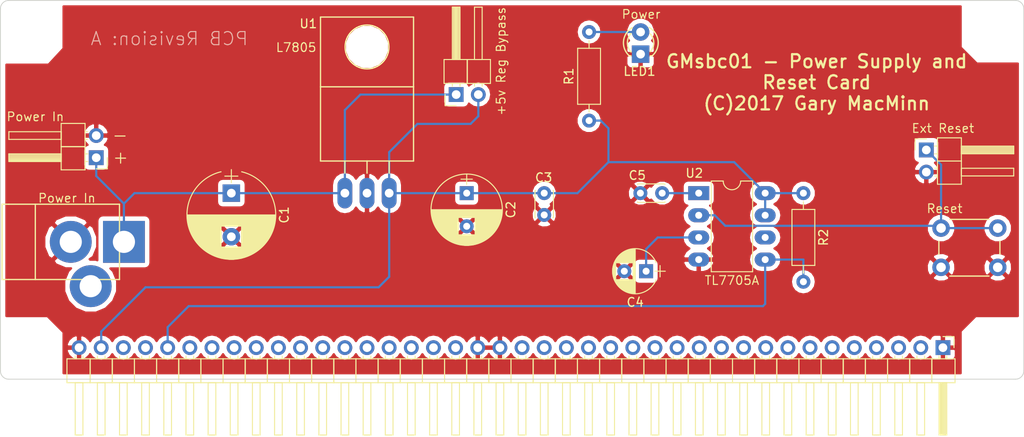
<source format=kicad_pcb>
(kicad_pcb (version 20170123) (host pcbnew no-vcs-found-3ac87f6~59~ubuntu16.04.1)

  (general
    (thickness 1.6)
    (drawings 12)
    (tracks 66)
    (zones 0)
    (modules 20)
    (nets 45)
  )

  (page A4)
  (title_block
    (title "GMsbc01 - Power Supply and Reset card")
    (date "2 September 2017")
    (rev A)
  )

  (layers
    (0 F.Cu signal)
    (31 B.Cu signal)
    (32 B.Adhes user)
    (33 F.Adhes user)
    (34 B.Paste user)
    (35 F.Paste user)
    (36 B.SilkS user)
    (37 F.SilkS user)
    (38 B.Mask user)
    (39 F.Mask user)
    (40 Dwgs.User user)
    (41 Cmts.User user)
    (42 Eco1.User user)
    (43 Eco2.User user)
    (44 Edge.Cuts user)
    (45 Margin user)
    (46 B.CrtYd user)
    (47 F.CrtYd user)
    (48 B.Fab user)
    (49 F.Fab user)
  )

  (setup
    (last_trace_width 0.25)
    (trace_clearance 0.2)
    (zone_clearance 0.508)
    (zone_45_only no)
    (trace_min 0.2)
    (segment_width 0.2)
    (edge_width 0.1)
    (via_size 0.6)
    (via_drill 0.4)
    (via_min_size 0.4)
    (via_min_drill 0.3)
    (uvia_size 0.3)
    (uvia_drill 0.1)
    (uvias_allowed no)
    (uvia_min_size 0.2)
    (uvia_min_drill 0.1)
    (pcb_text_width 0.3)
    (pcb_text_size 1.5 1.5)
    (mod_edge_width 0.15)
    (mod_text_size 1 1)
    (mod_text_width 0.15)
    (pad_size 4.8006 4.8006)
    (pad_drill 2.54)
    (pad_to_mask_clearance 0)
    (aux_axis_origin 0 0)
    (visible_elements FFFFFF7F)
    (pcbplotparams
      (layerselection 0x00030_ffffffff)
      (usegerberextensions false)
      (usegerberattributes true)
      (usegerberadvancedattributes true)
      (creategerberjobfile true)
      (excludeedgelayer true)
      (linewidth 0.100000)
      (plotframeref false)
      (viasonmask false)
      (mode 1)
      (useauxorigin false)
      (hpglpennumber 1)
      (hpglpenspeed 20)
      (hpglpendiameter 15)
      (psnegative false)
      (psa4output false)
      (plotreference true)
      (plotvalue true)
      (plotinvisibletext false)
      (padsonsilk false)
      (subtractmaskfromsilk false)
      (outputformat 4)
      (mirror false)
      (drillshape 0)
      (scaleselection 1)
      (outputdirectory "/home/gary/NAS1-MainShare/AVR Projects/GM-65x-001-Basic-65c02-Computer/Schematic&PCB/"))
  )

  (net 0 "")
  (net 1 GND)
  (net 2 A12)
  (net 3 A13)
  (net 4 /IRQ)
  (net 5 A14)
  (net 6 A15)
  (net 7 /NMI)
  (net 8 D7)
  (net 9 D6)
  (net 10 +5v)
  (net 11 D5)
  (net 12 A0)
  (net 13 D4)
  (net 14 A1)
  (net 15 D3)
  (net 16 A2)
  (net 17 D2)
  (net 18 A3)
  (net 19 D1)
  (net 20 A4)
  (net 21 D0)
  (net 22 A5)
  (net 23 R/-W)
  (net 24 A6)
  (net 25 A7)
  (net 26 A8)
  (net 27 A9)
  (net 28 A10)
  (net 29 Phi2)
  (net 30 A11)
  (net 31 /Reset)
  (net 32 Spare1)
  (net 33 Spare2)
  (net 34 Spare3)
  (net 35 Spare4)
  (net 36 Spare5)
  (net 37 Spare6)
  (net 38 "Net-(LED1-Pad2)")
  (net 39 "Net-(U2-Pad6)")
  (net 40 "Net-(C1-Pad1)")
  (net 41 "Net-(C4-Pad1)")
  (net 42 "Net-(C5-Pad1)")
  (net 43 "Net-(J2-Pad3)")
  (net 44 "Net-(J4-Pad1)")

  (net_class Default "This is the default net class."
    (clearance 0.2)
    (trace_width 0.25)
    (via_dia 0.6)
    (via_drill 0.4)
    (uvia_dia 0.3)
    (uvia_drill 0.1)
    (add_net +5v)
    (add_net /IRQ)
    (add_net /NMI)
    (add_net /Reset)
    (add_net A0)
    (add_net A1)
    (add_net A10)
    (add_net A11)
    (add_net A12)
    (add_net A13)
    (add_net A14)
    (add_net A15)
    (add_net A2)
    (add_net A3)
    (add_net A4)
    (add_net A5)
    (add_net A6)
    (add_net A7)
    (add_net A8)
    (add_net A9)
    (add_net D0)
    (add_net D1)
    (add_net D2)
    (add_net D3)
    (add_net D4)
    (add_net D5)
    (add_net D6)
    (add_net D7)
    (add_net GND)
    (add_net "Net-(C1-Pad1)")
    (add_net "Net-(C4-Pad1)")
    (add_net "Net-(C5-Pad1)")
    (add_net "Net-(J2-Pad3)")
    (add_net "Net-(J4-Pad1)")
    (add_net "Net-(LED1-Pad2)")
    (add_net "Net-(U2-Pad6)")
    (add_net Phi2)
    (add_net R/-W)
    (add_net Spare1)
    (add_net Spare2)
    (add_net Spare3)
    (add_net Spare4)
    (add_net Spare5)
    (add_net Spare6)
  )

  (module TO_SOT_Packages_THT:TO-220_Neutral123_Horizontal_LargePads (layer F.Cu) (tedit 59980E03) (tstamp 59940F2A)
    (at 71.247 101.6)
    (descr "TO-220, Neutral, Horizontal, Large Pads,")
    (tags "TO-220, Neutral, Horizontal, Large Pads,")
    (path /599252FF)
    (fp_text reference U1 (at -6.731 -19.431) (layer F.SilkS)
      (effects (font (size 1 1) (thickness 0.15)))
    )
    (fp_text value L7805 (at -8.128 -16.7005) (layer F.SilkS)
      (effects (font (size 1 1) (thickness 0.127)))
    )
    (fp_line (start -2.54 -3.683) (end -2.54 -2.286) (layer F.SilkS) (width 0.15))
    (fp_line (start 0 -3.683) (end 0 -2.286) (layer F.SilkS) (width 0.15))
    (fp_line (start 2.54 -3.683) (end 2.54 -2.286) (layer F.SilkS) (width 0.15))
    (fp_circle (center 0 -16.764) (end 1.778 -14.986) (layer F.SilkS) (width 0.15))
    (fp_line (start 5.334 -12.192) (end 5.334 -20.193) (layer F.SilkS) (width 0.15))
    (fp_line (start 5.334 -20.193) (end -5.334 -20.193) (layer F.SilkS) (width 0.15))
    (fp_line (start -5.334 -20.193) (end -5.334 -12.192) (layer F.SilkS) (width 0.15))
    (fp_line (start 5.334 -3.683) (end 5.334 -12.192) (layer F.SilkS) (width 0.15))
    (fp_line (start 5.334 -12.192) (end -5.334 -12.192) (layer F.SilkS) (width 0.15))
    (fp_line (start -5.334 -12.192) (end -5.334 -3.683) (layer F.SilkS) (width 0.15))
    (fp_line (start 0 -3.683) (end -5.334 -3.683) (layer F.SilkS) (width 0.15))
    (fp_line (start 0 -3.683) (end 5.334 -3.683) (layer F.SilkS) (width 0.15))
    (pad 2 thru_hole oval (at 0 0 90) (size 3.50012 1.69926) (drill 1.00076) (layers *.Cu *.Mask)
      (net 1 GND))
    (pad 1 thru_hole oval (at -2.54 0 90) (size 3.50012 1.69926) (drill 1.00076) (layers *.Cu *.Mask)
      (net 40 "Net-(C1-Pad1)"))
    (pad 3 thru_hole oval (at 2.54 0 90) (size 3.50012 1.69926) (drill 1.00076) (layers *.Cu *.Mask)
      (net 10 +5v))
    (pad "" np_thru_hole circle (at 0 -16.764 90) (size 3.79984 3.79984) (drill 3.79984) (layers *.Cu *.Mask))
    (model TO_SOT_Packages_THT.3dshapes/TO-220_Neutral123_Horizontal_LargePads.wrl
      (at (xyz 0 0 0))
      (scale (xyz 0.3937 0.3937 0.3937))
      (rotate (xyz 0 0 0))
    )
  )

  (module Pin_Headers:Pin_Header_Angled_1x40_Pitch2.54mm (layer F.Cu) (tedit 5992A83F) (tstamp 59926F8E)
    (at 137.287 119.3165 270)
    (descr "Through hole angled pin header, 1x40, 2.54mm pitch, 6mm pin length, single row")
    (tags "Through hole angled pin header THT 1x40 2.54mm single row")
    (path /5992462B)
    (fp_text reference J1 (at 4.315 -2.27 270) (layer F.SilkS) hide
      (effects (font (size 1 1) (thickness 0.15)))
    )
    (fp_text value "Slot 1" (at -2.4765 90.6145) (layer F.Fab) hide
      (effects (font (size 1 1) (thickness 0.15)))
    )
    (fp_line (start 1.4 -1.27) (end 1.4 1.27) (layer F.Fab) (width 0.1))
    (fp_line (start 1.4 1.27) (end 3.9 1.27) (layer F.Fab) (width 0.1))
    (fp_line (start 3.9 1.27) (end 3.9 -1.27) (layer F.Fab) (width 0.1))
    (fp_line (start 3.9 -1.27) (end 1.4 -1.27) (layer F.Fab) (width 0.1))
    (fp_line (start 0 -0.32) (end 0 0.32) (layer F.Fab) (width 0.1))
    (fp_line (start 0 0.32) (end 9.9 0.32) (layer F.Fab) (width 0.1))
    (fp_line (start 9.9 0.32) (end 9.9 -0.32) (layer F.Fab) (width 0.1))
    (fp_line (start 9.9 -0.32) (end 0 -0.32) (layer F.Fab) (width 0.1))
    (fp_line (start 1.4 1.27) (end 1.4 3.81) (layer F.Fab) (width 0.1))
    (fp_line (start 1.4 3.81) (end 3.9 3.81) (layer F.Fab) (width 0.1))
    (fp_line (start 3.9 3.81) (end 3.9 1.27) (layer F.Fab) (width 0.1))
    (fp_line (start 3.9 1.27) (end 1.4 1.27) (layer F.Fab) (width 0.1))
    (fp_line (start 0 2.22) (end 0 2.86) (layer F.Fab) (width 0.1))
    (fp_line (start 0 2.86) (end 9.9 2.86) (layer F.Fab) (width 0.1))
    (fp_line (start 9.9 2.86) (end 9.9 2.22) (layer F.Fab) (width 0.1))
    (fp_line (start 9.9 2.22) (end 0 2.22) (layer F.Fab) (width 0.1))
    (fp_line (start 1.4 3.81) (end 1.4 6.35) (layer F.Fab) (width 0.1))
    (fp_line (start 1.4 6.35) (end 3.9 6.35) (layer F.Fab) (width 0.1))
    (fp_line (start 3.9 6.35) (end 3.9 3.81) (layer F.Fab) (width 0.1))
    (fp_line (start 3.9 3.81) (end 1.4 3.81) (layer F.Fab) (width 0.1))
    (fp_line (start 0 4.76) (end 0 5.4) (layer F.Fab) (width 0.1))
    (fp_line (start 0 5.4) (end 9.9 5.4) (layer F.Fab) (width 0.1))
    (fp_line (start 9.9 5.4) (end 9.9 4.76) (layer F.Fab) (width 0.1))
    (fp_line (start 9.9 4.76) (end 0 4.76) (layer F.Fab) (width 0.1))
    (fp_line (start 1.4 6.35) (end 1.4 8.89) (layer F.Fab) (width 0.1))
    (fp_line (start 1.4 8.89) (end 3.9 8.89) (layer F.Fab) (width 0.1))
    (fp_line (start 3.9 8.89) (end 3.9 6.35) (layer F.Fab) (width 0.1))
    (fp_line (start 3.9 6.35) (end 1.4 6.35) (layer F.Fab) (width 0.1))
    (fp_line (start 0 7.3) (end 0 7.94) (layer F.Fab) (width 0.1))
    (fp_line (start 0 7.94) (end 9.9 7.94) (layer F.Fab) (width 0.1))
    (fp_line (start 9.9 7.94) (end 9.9 7.3) (layer F.Fab) (width 0.1))
    (fp_line (start 9.9 7.3) (end 0 7.3) (layer F.Fab) (width 0.1))
    (fp_line (start 1.4 8.89) (end 1.4 11.43) (layer F.Fab) (width 0.1))
    (fp_line (start 1.4 11.43) (end 3.9 11.43) (layer F.Fab) (width 0.1))
    (fp_line (start 3.9 11.43) (end 3.9 8.89) (layer F.Fab) (width 0.1))
    (fp_line (start 3.9 8.89) (end 1.4 8.89) (layer F.Fab) (width 0.1))
    (fp_line (start 0 9.84) (end 0 10.48) (layer F.Fab) (width 0.1))
    (fp_line (start 0 10.48) (end 9.9 10.48) (layer F.Fab) (width 0.1))
    (fp_line (start 9.9 10.48) (end 9.9 9.84) (layer F.Fab) (width 0.1))
    (fp_line (start 9.9 9.84) (end 0 9.84) (layer F.Fab) (width 0.1))
    (fp_line (start 1.4 11.43) (end 1.4 13.97) (layer F.Fab) (width 0.1))
    (fp_line (start 1.4 13.97) (end 3.9 13.97) (layer F.Fab) (width 0.1))
    (fp_line (start 3.9 13.97) (end 3.9 11.43) (layer F.Fab) (width 0.1))
    (fp_line (start 3.9 11.43) (end 1.4 11.43) (layer F.Fab) (width 0.1))
    (fp_line (start 0 12.38) (end 0 13.02) (layer F.Fab) (width 0.1))
    (fp_line (start 0 13.02) (end 9.9 13.02) (layer F.Fab) (width 0.1))
    (fp_line (start 9.9 13.02) (end 9.9 12.38) (layer F.Fab) (width 0.1))
    (fp_line (start 9.9 12.38) (end 0 12.38) (layer F.Fab) (width 0.1))
    (fp_line (start 1.4 13.97) (end 1.4 16.51) (layer F.Fab) (width 0.1))
    (fp_line (start 1.4 16.51) (end 3.9 16.51) (layer F.Fab) (width 0.1))
    (fp_line (start 3.9 16.51) (end 3.9 13.97) (layer F.Fab) (width 0.1))
    (fp_line (start 3.9 13.97) (end 1.4 13.97) (layer F.Fab) (width 0.1))
    (fp_line (start 0 14.92) (end 0 15.56) (layer F.Fab) (width 0.1))
    (fp_line (start 0 15.56) (end 9.9 15.56) (layer F.Fab) (width 0.1))
    (fp_line (start 9.9 15.56) (end 9.9 14.92) (layer F.Fab) (width 0.1))
    (fp_line (start 9.9 14.92) (end 0 14.92) (layer F.Fab) (width 0.1))
    (fp_line (start 1.4 16.51) (end 1.4 19.05) (layer F.Fab) (width 0.1))
    (fp_line (start 1.4 19.05) (end 3.9 19.05) (layer F.Fab) (width 0.1))
    (fp_line (start 3.9 19.05) (end 3.9 16.51) (layer F.Fab) (width 0.1))
    (fp_line (start 3.9 16.51) (end 1.4 16.51) (layer F.Fab) (width 0.1))
    (fp_line (start 0 17.46) (end 0 18.1) (layer F.Fab) (width 0.1))
    (fp_line (start 0 18.1) (end 9.9 18.1) (layer F.Fab) (width 0.1))
    (fp_line (start 9.9 18.1) (end 9.9 17.46) (layer F.Fab) (width 0.1))
    (fp_line (start 9.9 17.46) (end 0 17.46) (layer F.Fab) (width 0.1))
    (fp_line (start 1.4 19.05) (end 1.4 21.59) (layer F.Fab) (width 0.1))
    (fp_line (start 1.4 21.59) (end 3.9 21.59) (layer F.Fab) (width 0.1))
    (fp_line (start 3.9 21.59) (end 3.9 19.05) (layer F.Fab) (width 0.1))
    (fp_line (start 3.9 19.05) (end 1.4 19.05) (layer F.Fab) (width 0.1))
    (fp_line (start 0 20) (end 0 20.64) (layer F.Fab) (width 0.1))
    (fp_line (start 0 20.64) (end 9.9 20.64) (layer F.Fab) (width 0.1))
    (fp_line (start 9.9 20.64) (end 9.9 20) (layer F.Fab) (width 0.1))
    (fp_line (start 9.9 20) (end 0 20) (layer F.Fab) (width 0.1))
    (fp_line (start 1.4 21.59) (end 1.4 24.13) (layer F.Fab) (width 0.1))
    (fp_line (start 1.4 24.13) (end 3.9 24.13) (layer F.Fab) (width 0.1))
    (fp_line (start 3.9 24.13) (end 3.9 21.59) (layer F.Fab) (width 0.1))
    (fp_line (start 3.9 21.59) (end 1.4 21.59) (layer F.Fab) (width 0.1))
    (fp_line (start 0 22.54) (end 0 23.18) (layer F.Fab) (width 0.1))
    (fp_line (start 0 23.18) (end 9.9 23.18) (layer F.Fab) (width 0.1))
    (fp_line (start 9.9 23.18) (end 9.9 22.54) (layer F.Fab) (width 0.1))
    (fp_line (start 9.9 22.54) (end 0 22.54) (layer F.Fab) (width 0.1))
    (fp_line (start 1.4 24.13) (end 1.4 26.67) (layer F.Fab) (width 0.1))
    (fp_line (start 1.4 26.67) (end 3.9 26.67) (layer F.Fab) (width 0.1))
    (fp_line (start 3.9 26.67) (end 3.9 24.13) (layer F.Fab) (width 0.1))
    (fp_line (start 3.9 24.13) (end 1.4 24.13) (layer F.Fab) (width 0.1))
    (fp_line (start 0 25.08) (end 0 25.72) (layer F.Fab) (width 0.1))
    (fp_line (start 0 25.72) (end 9.9 25.72) (layer F.Fab) (width 0.1))
    (fp_line (start 9.9 25.72) (end 9.9 25.08) (layer F.Fab) (width 0.1))
    (fp_line (start 9.9 25.08) (end 0 25.08) (layer F.Fab) (width 0.1))
    (fp_line (start 1.4 26.67) (end 1.4 29.21) (layer F.Fab) (width 0.1))
    (fp_line (start 1.4 29.21) (end 3.9 29.21) (layer F.Fab) (width 0.1))
    (fp_line (start 3.9 29.21) (end 3.9 26.67) (layer F.Fab) (width 0.1))
    (fp_line (start 3.9 26.67) (end 1.4 26.67) (layer F.Fab) (width 0.1))
    (fp_line (start 0 27.62) (end 0 28.26) (layer F.Fab) (width 0.1))
    (fp_line (start 0 28.26) (end 9.9 28.26) (layer F.Fab) (width 0.1))
    (fp_line (start 9.9 28.26) (end 9.9 27.62) (layer F.Fab) (width 0.1))
    (fp_line (start 9.9 27.62) (end 0 27.62) (layer F.Fab) (width 0.1))
    (fp_line (start 1.4 29.21) (end 1.4 31.75) (layer F.Fab) (width 0.1))
    (fp_line (start 1.4 31.75) (end 3.9 31.75) (layer F.Fab) (width 0.1))
    (fp_line (start 3.9 31.75) (end 3.9 29.21) (layer F.Fab) (width 0.1))
    (fp_line (start 3.9 29.21) (end 1.4 29.21) (layer F.Fab) (width 0.1))
    (fp_line (start 0 30.16) (end 0 30.8) (layer F.Fab) (width 0.1))
    (fp_line (start 0 30.8) (end 9.9 30.8) (layer F.Fab) (width 0.1))
    (fp_line (start 9.9 30.8) (end 9.9 30.16) (layer F.Fab) (width 0.1))
    (fp_line (start 9.9 30.16) (end 0 30.16) (layer F.Fab) (width 0.1))
    (fp_line (start 1.4 31.75) (end 1.4 34.29) (layer F.Fab) (width 0.1))
    (fp_line (start 1.4 34.29) (end 3.9 34.29) (layer F.Fab) (width 0.1))
    (fp_line (start 3.9 34.29) (end 3.9 31.75) (layer F.Fab) (width 0.1))
    (fp_line (start 3.9 31.75) (end 1.4 31.75) (layer F.Fab) (width 0.1))
    (fp_line (start 0 32.7) (end 0 33.34) (layer F.Fab) (width 0.1))
    (fp_line (start 0 33.34) (end 9.9 33.34) (layer F.Fab) (width 0.1))
    (fp_line (start 9.9 33.34) (end 9.9 32.7) (layer F.Fab) (width 0.1))
    (fp_line (start 9.9 32.7) (end 0 32.7) (layer F.Fab) (width 0.1))
    (fp_line (start 1.4 34.29) (end 1.4 36.83) (layer F.Fab) (width 0.1))
    (fp_line (start 1.4 36.83) (end 3.9 36.83) (layer F.Fab) (width 0.1))
    (fp_line (start 3.9 36.83) (end 3.9 34.29) (layer F.Fab) (width 0.1))
    (fp_line (start 3.9 34.29) (end 1.4 34.29) (layer F.Fab) (width 0.1))
    (fp_line (start 0 35.24) (end 0 35.88) (layer F.Fab) (width 0.1))
    (fp_line (start 0 35.88) (end 9.9 35.88) (layer F.Fab) (width 0.1))
    (fp_line (start 9.9 35.88) (end 9.9 35.24) (layer F.Fab) (width 0.1))
    (fp_line (start 9.9 35.24) (end 0 35.24) (layer F.Fab) (width 0.1))
    (fp_line (start 1.4 36.83) (end 1.4 39.37) (layer F.Fab) (width 0.1))
    (fp_line (start 1.4 39.37) (end 3.9 39.37) (layer F.Fab) (width 0.1))
    (fp_line (start 3.9 39.37) (end 3.9 36.83) (layer F.Fab) (width 0.1))
    (fp_line (start 3.9 36.83) (end 1.4 36.83) (layer F.Fab) (width 0.1))
    (fp_line (start 0 37.78) (end 0 38.42) (layer F.Fab) (width 0.1))
    (fp_line (start 0 38.42) (end 9.9 38.42) (layer F.Fab) (width 0.1))
    (fp_line (start 9.9 38.42) (end 9.9 37.78) (layer F.Fab) (width 0.1))
    (fp_line (start 9.9 37.78) (end 0 37.78) (layer F.Fab) (width 0.1))
    (fp_line (start 1.4 39.37) (end 1.4 41.91) (layer F.Fab) (width 0.1))
    (fp_line (start 1.4 41.91) (end 3.9 41.91) (layer F.Fab) (width 0.1))
    (fp_line (start 3.9 41.91) (end 3.9 39.37) (layer F.Fab) (width 0.1))
    (fp_line (start 3.9 39.37) (end 1.4 39.37) (layer F.Fab) (width 0.1))
    (fp_line (start 0 40.32) (end 0 40.96) (layer F.Fab) (width 0.1))
    (fp_line (start 0 40.96) (end 9.9 40.96) (layer F.Fab) (width 0.1))
    (fp_line (start 9.9 40.96) (end 9.9 40.32) (layer F.Fab) (width 0.1))
    (fp_line (start 9.9 40.32) (end 0 40.32) (layer F.Fab) (width 0.1))
    (fp_line (start 1.4 41.91) (end 1.4 44.45) (layer F.Fab) (width 0.1))
    (fp_line (start 1.4 44.45) (end 3.9 44.45) (layer F.Fab) (width 0.1))
    (fp_line (start 3.9 44.45) (end 3.9 41.91) (layer F.Fab) (width 0.1))
    (fp_line (start 3.9 41.91) (end 1.4 41.91) (layer F.Fab) (width 0.1))
    (fp_line (start 0 42.86) (end 0 43.5) (layer F.Fab) (width 0.1))
    (fp_line (start 0 43.5) (end 9.9 43.5) (layer F.Fab) (width 0.1))
    (fp_line (start 9.9 43.5) (end 9.9 42.86) (layer F.Fab) (width 0.1))
    (fp_line (start 9.9 42.86) (end 0 42.86) (layer F.Fab) (width 0.1))
    (fp_line (start 1.4 44.45) (end 1.4 46.99) (layer F.Fab) (width 0.1))
    (fp_line (start 1.4 46.99) (end 3.9 46.99) (layer F.Fab) (width 0.1))
    (fp_line (start 3.9 46.99) (end 3.9 44.45) (layer F.Fab) (width 0.1))
    (fp_line (start 3.9 44.45) (end 1.4 44.45) (layer F.Fab) (width 0.1))
    (fp_line (start 0 45.4) (end 0 46.04) (layer F.Fab) (width 0.1))
    (fp_line (start 0 46.04) (end 9.9 46.04) (layer F.Fab) (width 0.1))
    (fp_line (start 9.9 46.04) (end 9.9 45.4) (layer F.Fab) (width 0.1))
    (fp_line (start 9.9 45.4) (end 0 45.4) (layer F.Fab) (width 0.1))
    (fp_line (start 1.4 46.99) (end 1.4 49.53) (layer F.Fab) (width 0.1))
    (fp_line (start 1.4 49.53) (end 3.9 49.53) (layer F.Fab) (width 0.1))
    (fp_line (start 3.9 49.53) (end 3.9 46.99) (layer F.Fab) (width 0.1))
    (fp_line (start 3.9 46.99) (end 1.4 46.99) (layer F.Fab) (width 0.1))
    (fp_line (start 0 47.94) (end 0 48.58) (layer F.Fab) (width 0.1))
    (fp_line (start 0 48.58) (end 9.9 48.58) (layer F.Fab) (width 0.1))
    (fp_line (start 9.9 48.58) (end 9.9 47.94) (layer F.Fab) (width 0.1))
    (fp_line (start 9.9 47.94) (end 0 47.94) (layer F.Fab) (width 0.1))
    (fp_line (start 1.4 49.53) (end 1.4 52.07) (layer F.Fab) (width 0.1))
    (fp_line (start 1.4 52.07) (end 3.9 52.07) (layer F.Fab) (width 0.1))
    (fp_line (start 3.9 52.07) (end 3.9 49.53) (layer F.Fab) (width 0.1))
    (fp_line (start 3.9 49.53) (end 1.4 49.53) (layer F.Fab) (width 0.1))
    (fp_line (start 0 50.48) (end 0 51.12) (layer F.Fab) (width 0.1))
    (fp_line (start 0 51.12) (end 9.9 51.12) (layer F.Fab) (width 0.1))
    (fp_line (start 9.9 51.12) (end 9.9 50.48) (layer F.Fab) (width 0.1))
    (fp_line (start 9.9 50.48) (end 0 50.48) (layer F.Fab) (width 0.1))
    (fp_line (start 1.4 52.07) (end 1.4 54.61) (layer F.Fab) (width 0.1))
    (fp_line (start 1.4 54.61) (end 3.9 54.61) (layer F.Fab) (width 0.1))
    (fp_line (start 3.9 54.61) (end 3.9 52.07) (layer F.Fab) (width 0.1))
    (fp_line (start 3.9 52.07) (end 1.4 52.07) (layer F.Fab) (width 0.1))
    (fp_line (start 0 53.02) (end 0 53.66) (layer F.Fab) (width 0.1))
    (fp_line (start 0 53.66) (end 9.9 53.66) (layer F.Fab) (width 0.1))
    (fp_line (start 9.9 53.66) (end 9.9 53.02) (layer F.Fab) (width 0.1))
    (fp_line (start 9.9 53.02) (end 0 53.02) (layer F.Fab) (width 0.1))
    (fp_line (start 1.4 54.61) (end 1.4 57.15) (layer F.Fab) (width 0.1))
    (fp_line (start 1.4 57.15) (end 3.9 57.15) (layer F.Fab) (width 0.1))
    (fp_line (start 3.9 57.15) (end 3.9 54.61) (layer F.Fab) (width 0.1))
    (fp_line (start 3.9 54.61) (end 1.4 54.61) (layer F.Fab) (width 0.1))
    (fp_line (start 0 55.56) (end 0 56.2) (layer F.Fab) (width 0.1))
    (fp_line (start 0 56.2) (end 9.9 56.2) (layer F.Fab) (width 0.1))
    (fp_line (start 9.9 56.2) (end 9.9 55.56) (layer F.Fab) (width 0.1))
    (fp_line (start 9.9 55.56) (end 0 55.56) (layer F.Fab) (width 0.1))
    (fp_line (start 1.4 57.15) (end 1.4 59.69) (layer F.Fab) (width 0.1))
    (fp_line (start 1.4 59.69) (end 3.9 59.69) (layer F.Fab) (width 0.1))
    (fp_line (start 3.9 59.69) (end 3.9 57.15) (layer F.Fab) (width 0.1))
    (fp_line (start 3.9 57.15) (end 1.4 57.15) (layer F.Fab) (width 0.1))
    (fp_line (start 0 58.1) (end 0 58.74) (layer F.Fab) (width 0.1))
    (fp_line (start 0 58.74) (end 9.9 58.74) (layer F.Fab) (width 0.1))
    (fp_line (start 9.9 58.74) (end 9.9 58.1) (layer F.Fab) (width 0.1))
    (fp_line (start 9.9 58.1) (end 0 58.1) (layer F.Fab) (width 0.1))
    (fp_line (start 1.4 59.69) (end 1.4 62.23) (layer F.Fab) (width 0.1))
    (fp_line (start 1.4 62.23) (end 3.9 62.23) (layer F.Fab) (width 0.1))
    (fp_line (start 3.9 62.23) (end 3.9 59.69) (layer F.Fab) (width 0.1))
    (fp_line (start 3.9 59.69) (end 1.4 59.69) (layer F.Fab) (width 0.1))
    (fp_line (start 0 60.64) (end 0 61.28) (layer F.Fab) (width 0.1))
    (fp_line (start 0 61.28) (end 9.9 61.28) (layer F.Fab) (width 0.1))
    (fp_line (start 9.9 61.28) (end 9.9 60.64) (layer F.Fab) (width 0.1))
    (fp_line (start 9.9 60.64) (end 0 60.64) (layer F.Fab) (width 0.1))
    (fp_line (start 1.4 62.23) (end 1.4 64.77) (layer F.Fab) (width 0.1))
    (fp_line (start 1.4 64.77) (end 3.9 64.77) (layer F.Fab) (width 0.1))
    (fp_line (start 3.9 64.77) (end 3.9 62.23) (layer F.Fab) (width 0.1))
    (fp_line (start 3.9 62.23) (end 1.4 62.23) (layer F.Fab) (width 0.1))
    (fp_line (start 0 63.18) (end 0 63.82) (layer F.Fab) (width 0.1))
    (fp_line (start 0 63.82) (end 9.9 63.82) (layer F.Fab) (width 0.1))
    (fp_line (start 9.9 63.82) (end 9.9 63.18) (layer F.Fab) (width 0.1))
    (fp_line (start 9.9 63.18) (end 0 63.18) (layer F.Fab) (width 0.1))
    (fp_line (start 1.4 64.77) (end 1.4 67.31) (layer F.Fab) (width 0.1))
    (fp_line (start 1.4 67.31) (end 3.9 67.31) (layer F.Fab) (width 0.1))
    (fp_line (start 3.9 67.31) (end 3.9 64.77) (layer F.Fab) (width 0.1))
    (fp_line (start 3.9 64.77) (end 1.4 64.77) (layer F.Fab) (width 0.1))
    (fp_line (start 0 65.72) (end 0 66.36) (layer F.Fab) (width 0.1))
    (fp_line (start 0 66.36) (end 9.9 66.36) (layer F.Fab) (width 0.1))
    (fp_line (start 9.9 66.36) (end 9.9 65.72) (layer F.Fab) (width 0.1))
    (fp_line (start 9.9 65.72) (end 0 65.72) (layer F.Fab) (width 0.1))
    (fp_line (start 1.4 67.31) (end 1.4 69.85) (layer F.Fab) (width 0.1))
    (fp_line (start 1.4 69.85) (end 3.9 69.85) (layer F.Fab) (width 0.1))
    (fp_line (start 3.9 69.85) (end 3.9 67.31) (layer F.Fab) (width 0.1))
    (fp_line (start 3.9 67.31) (end 1.4 67.31) (layer F.Fab) (width 0.1))
    (fp_line (start 0 68.26) (end 0 68.9) (layer F.Fab) (width 0.1))
    (fp_line (start 0 68.9) (end 9.9 68.9) (layer F.Fab) (width 0.1))
    (fp_line (start 9.9 68.9) (end 9.9 68.26) (layer F.Fab) (width 0.1))
    (fp_line (start 9.9 68.26) (end 0 68.26) (layer F.Fab) (width 0.1))
    (fp_line (start 1.4 69.85) (end 1.4 72.39) (layer F.Fab) (width 0.1))
    (fp_line (start 1.4 72.39) (end 3.9 72.39) (layer F.Fab) (width 0.1))
    (fp_line (start 3.9 72.39) (end 3.9 69.85) (layer F.Fab) (width 0.1))
    (fp_line (start 3.9 69.85) (end 1.4 69.85) (layer F.Fab) (width 0.1))
    (fp_line (start 0 70.8) (end 0 71.44) (layer F.Fab) (width 0.1))
    (fp_line (start 0 71.44) (end 9.9 71.44) (layer F.Fab) (width 0.1))
    (fp_line (start 9.9 71.44) (end 9.9 70.8) (layer F.Fab) (width 0.1))
    (fp_line (start 9.9 70.8) (end 0 70.8) (layer F.Fab) (width 0.1))
    (fp_line (start 1.4 72.39) (end 1.4 74.93) (layer F.Fab) (width 0.1))
    (fp_line (start 1.4 74.93) (end 3.9 74.93) (layer F.Fab) (width 0.1))
    (fp_line (start 3.9 74.93) (end 3.9 72.39) (layer F.Fab) (width 0.1))
    (fp_line (start 3.9 72.39) (end 1.4 72.39) (layer F.Fab) (width 0.1))
    (fp_line (start 0 73.34) (end 0 73.98) (layer F.Fab) (width 0.1))
    (fp_line (start 0 73.98) (end 9.9 73.98) (layer F.Fab) (width 0.1))
    (fp_line (start 9.9 73.98) (end 9.9 73.34) (layer F.Fab) (width 0.1))
    (fp_line (start 9.9 73.34) (end 0 73.34) (layer F.Fab) (width 0.1))
    (fp_line (start 1.4 74.93) (end 1.4 77.47) (layer F.Fab) (width 0.1))
    (fp_line (start 1.4 77.47) (end 3.9 77.47) (layer F.Fab) (width 0.1))
    (fp_line (start 3.9 77.47) (end 3.9 74.93) (layer F.Fab) (width 0.1))
    (fp_line (start 3.9 74.93) (end 1.4 74.93) (layer F.Fab) (width 0.1))
    (fp_line (start 0 75.88) (end 0 76.52) (layer F.Fab) (width 0.1))
    (fp_line (start 0 76.52) (end 9.9 76.52) (layer F.Fab) (width 0.1))
    (fp_line (start 9.9 76.52) (end 9.9 75.88) (layer F.Fab) (width 0.1))
    (fp_line (start 9.9 75.88) (end 0 75.88) (layer F.Fab) (width 0.1))
    (fp_line (start 1.4 77.47) (end 1.4 80.01) (layer F.Fab) (width 0.1))
    (fp_line (start 1.4 80.01) (end 3.9 80.01) (layer F.Fab) (width 0.1))
    (fp_line (start 3.9 80.01) (end 3.9 77.47) (layer F.Fab) (width 0.1))
    (fp_line (start 3.9 77.47) (end 1.4 77.47) (layer F.Fab) (width 0.1))
    (fp_line (start 0 78.42) (end 0 79.06) (layer F.Fab) (width 0.1))
    (fp_line (start 0 79.06) (end 9.9 79.06) (layer F.Fab) (width 0.1))
    (fp_line (start 9.9 79.06) (end 9.9 78.42) (layer F.Fab) (width 0.1))
    (fp_line (start 9.9 78.42) (end 0 78.42) (layer F.Fab) (width 0.1))
    (fp_line (start 1.4 80.01) (end 1.4 82.55) (layer F.Fab) (width 0.1))
    (fp_line (start 1.4 82.55) (end 3.9 82.55) (layer F.Fab) (width 0.1))
    (fp_line (start 3.9 82.55) (end 3.9 80.01) (layer F.Fab) (width 0.1))
    (fp_line (start 3.9 80.01) (end 1.4 80.01) (layer F.Fab) (width 0.1))
    (fp_line (start 0 80.96) (end 0 81.6) (layer F.Fab) (width 0.1))
    (fp_line (start 0 81.6) (end 9.9 81.6) (layer F.Fab) (width 0.1))
    (fp_line (start 9.9 81.6) (end 9.9 80.96) (layer F.Fab) (width 0.1))
    (fp_line (start 9.9 80.96) (end 0 80.96) (layer F.Fab) (width 0.1))
    (fp_line (start 1.4 82.55) (end 1.4 85.09) (layer F.Fab) (width 0.1))
    (fp_line (start 1.4 85.09) (end 3.9 85.09) (layer F.Fab) (width 0.1))
    (fp_line (start 3.9 85.09) (end 3.9 82.55) (layer F.Fab) (width 0.1))
    (fp_line (start 3.9 82.55) (end 1.4 82.55) (layer F.Fab) (width 0.1))
    (fp_line (start 0 83.5) (end 0 84.14) (layer F.Fab) (width 0.1))
    (fp_line (start 0 84.14) (end 9.9 84.14) (layer F.Fab) (width 0.1))
    (fp_line (start 9.9 84.14) (end 9.9 83.5) (layer F.Fab) (width 0.1))
    (fp_line (start 9.9 83.5) (end 0 83.5) (layer F.Fab) (width 0.1))
    (fp_line (start 1.4 85.09) (end 1.4 87.63) (layer F.Fab) (width 0.1))
    (fp_line (start 1.4 87.63) (end 3.9 87.63) (layer F.Fab) (width 0.1))
    (fp_line (start 3.9 87.63) (end 3.9 85.09) (layer F.Fab) (width 0.1))
    (fp_line (start 3.9 85.09) (end 1.4 85.09) (layer F.Fab) (width 0.1))
    (fp_line (start 0 86.04) (end 0 86.68) (layer F.Fab) (width 0.1))
    (fp_line (start 0 86.68) (end 9.9 86.68) (layer F.Fab) (width 0.1))
    (fp_line (start 9.9 86.68) (end 9.9 86.04) (layer F.Fab) (width 0.1))
    (fp_line (start 9.9 86.04) (end 0 86.04) (layer F.Fab) (width 0.1))
    (fp_line (start 1.4 87.63) (end 1.4 90.17) (layer F.Fab) (width 0.1))
    (fp_line (start 1.4 90.17) (end 3.9 90.17) (layer F.Fab) (width 0.1))
    (fp_line (start 3.9 90.17) (end 3.9 87.63) (layer F.Fab) (width 0.1))
    (fp_line (start 3.9 87.63) (end 1.4 87.63) (layer F.Fab) (width 0.1))
    (fp_line (start 0 88.58) (end 0 89.22) (layer F.Fab) (width 0.1))
    (fp_line (start 0 89.22) (end 9.9 89.22) (layer F.Fab) (width 0.1))
    (fp_line (start 9.9 89.22) (end 9.9 88.58) (layer F.Fab) (width 0.1))
    (fp_line (start 9.9 88.58) (end 0 88.58) (layer F.Fab) (width 0.1))
    (fp_line (start 1.4 90.17) (end 1.4 92.71) (layer F.Fab) (width 0.1))
    (fp_line (start 1.4 92.71) (end 3.9 92.71) (layer F.Fab) (width 0.1))
    (fp_line (start 3.9 92.71) (end 3.9 90.17) (layer F.Fab) (width 0.1))
    (fp_line (start 3.9 90.17) (end 1.4 90.17) (layer F.Fab) (width 0.1))
    (fp_line (start 0 91.12) (end 0 91.76) (layer F.Fab) (width 0.1))
    (fp_line (start 0 91.76) (end 9.9 91.76) (layer F.Fab) (width 0.1))
    (fp_line (start 9.9 91.76) (end 9.9 91.12) (layer F.Fab) (width 0.1))
    (fp_line (start 9.9 91.12) (end 0 91.12) (layer F.Fab) (width 0.1))
    (fp_line (start 1.4 92.71) (end 1.4 95.25) (layer F.Fab) (width 0.1))
    (fp_line (start 1.4 95.25) (end 3.9 95.25) (layer F.Fab) (width 0.1))
    (fp_line (start 3.9 95.25) (end 3.9 92.71) (layer F.Fab) (width 0.1))
    (fp_line (start 3.9 92.71) (end 1.4 92.71) (layer F.Fab) (width 0.1))
    (fp_line (start 0 93.66) (end 0 94.3) (layer F.Fab) (width 0.1))
    (fp_line (start 0 94.3) (end 9.9 94.3) (layer F.Fab) (width 0.1))
    (fp_line (start 9.9 94.3) (end 9.9 93.66) (layer F.Fab) (width 0.1))
    (fp_line (start 9.9 93.66) (end 0 93.66) (layer F.Fab) (width 0.1))
    (fp_line (start 1.4 95.25) (end 1.4 97.79) (layer F.Fab) (width 0.1))
    (fp_line (start 1.4 97.79) (end 3.9 97.79) (layer F.Fab) (width 0.1))
    (fp_line (start 3.9 97.79) (end 3.9 95.25) (layer F.Fab) (width 0.1))
    (fp_line (start 3.9 95.25) (end 1.4 95.25) (layer F.Fab) (width 0.1))
    (fp_line (start 0 96.2) (end 0 96.84) (layer F.Fab) (width 0.1))
    (fp_line (start 0 96.84) (end 9.9 96.84) (layer F.Fab) (width 0.1))
    (fp_line (start 9.9 96.84) (end 9.9 96.2) (layer F.Fab) (width 0.1))
    (fp_line (start 9.9 96.2) (end 0 96.2) (layer F.Fab) (width 0.1))
    (fp_line (start 1.4 97.79) (end 1.4 100.33) (layer F.Fab) (width 0.1))
    (fp_line (start 1.4 100.33) (end 3.9 100.33) (layer F.Fab) (width 0.1))
    (fp_line (start 3.9 100.33) (end 3.9 97.79) (layer F.Fab) (width 0.1))
    (fp_line (start 3.9 97.79) (end 1.4 97.79) (layer F.Fab) (width 0.1))
    (fp_line (start 0 98.74) (end 0 99.38) (layer F.Fab) (width 0.1))
    (fp_line (start 0 99.38) (end 9.9 99.38) (layer F.Fab) (width 0.1))
    (fp_line (start 9.9 99.38) (end 9.9 98.74) (layer F.Fab) (width 0.1))
    (fp_line (start 9.9 98.74) (end 0 98.74) (layer F.Fab) (width 0.1))
    (fp_line (start 1.28 -1.39) (end 1.28 1.27) (layer F.SilkS) (width 0.12))
    (fp_line (start 1.28 1.27) (end 4.02 1.27) (layer F.SilkS) (width 0.12))
    (fp_line (start 4.02 1.27) (end 4.02 -1.39) (layer F.SilkS) (width 0.12))
    (fp_line (start 4.02 -1.39) (end 1.28 -1.39) (layer F.SilkS) (width 0.12))
    (fp_line (start 4.02 -0.44) (end 4.02 0.44) (layer F.SilkS) (width 0.12))
    (fp_line (start 4.02 0.44) (end 10.02 0.44) (layer F.SilkS) (width 0.12))
    (fp_line (start 10.02 0.44) (end 10.02 -0.44) (layer F.SilkS) (width 0.12))
    (fp_line (start 10.02 -0.44) (end 4.02 -0.44) (layer F.SilkS) (width 0.12))
    (fp_line (start 0.97 -0.44) (end 1.28 -0.44) (layer F.SilkS) (width 0.12))
    (fp_line (start 0.97 0.44) (end 1.28 0.44) (layer F.SilkS) (width 0.12))
    (fp_line (start 4.02 -0.32) (end 10.02 -0.32) (layer F.SilkS) (width 0.12))
    (fp_line (start 4.02 -0.2) (end 10.02 -0.2) (layer F.SilkS) (width 0.12))
    (fp_line (start 4.02 -0.08) (end 10.02 -0.08) (layer F.SilkS) (width 0.12))
    (fp_line (start 4.02 0.04) (end 10.02 0.04) (layer F.SilkS) (width 0.12))
    (fp_line (start 4.02 0.16) (end 10.02 0.16) (layer F.SilkS) (width 0.12))
    (fp_line (start 4.02 0.28) (end 10.02 0.28) (layer F.SilkS) (width 0.12))
    (fp_line (start 4.02 0.4) (end 10.02 0.4) (layer F.SilkS) (width 0.12))
    (fp_line (start 1.28 1.27) (end 1.28 3.81) (layer F.SilkS) (width 0.12))
    (fp_line (start 1.28 3.81) (end 4.02 3.81) (layer F.SilkS) (width 0.12))
    (fp_line (start 4.02 3.81) (end 4.02 1.27) (layer F.SilkS) (width 0.12))
    (fp_line (start 4.02 1.27) (end 1.28 1.27) (layer F.SilkS) (width 0.12))
    (fp_line (start 4.02 2.1) (end 4.02 2.98) (layer F.SilkS) (width 0.12))
    (fp_line (start 4.02 2.98) (end 10.02 2.98) (layer F.SilkS) (width 0.12))
    (fp_line (start 10.02 2.98) (end 10.02 2.1) (layer F.SilkS) (width 0.12))
    (fp_line (start 10.02 2.1) (end 4.02 2.1) (layer F.SilkS) (width 0.12))
    (fp_line (start 0.97 2.1) (end 1.28 2.1) (layer F.SilkS) (width 0.12))
    (fp_line (start 0.97 2.98) (end 1.28 2.98) (layer F.SilkS) (width 0.12))
    (fp_line (start 1.28 3.81) (end 1.28 6.35) (layer F.SilkS) (width 0.12))
    (fp_line (start 1.28 6.35) (end 4.02 6.35) (layer F.SilkS) (width 0.12))
    (fp_line (start 4.02 6.35) (end 4.02 3.81) (layer F.SilkS) (width 0.12))
    (fp_line (start 4.02 3.81) (end 1.28 3.81) (layer F.SilkS) (width 0.12))
    (fp_line (start 4.02 4.64) (end 4.02 5.52) (layer F.SilkS) (width 0.12))
    (fp_line (start 4.02 5.52) (end 10.02 5.52) (layer F.SilkS) (width 0.12))
    (fp_line (start 10.02 5.52) (end 10.02 4.64) (layer F.SilkS) (width 0.12))
    (fp_line (start 10.02 4.64) (end 4.02 4.64) (layer F.SilkS) (width 0.12))
    (fp_line (start 0.97 4.64) (end 1.28 4.64) (layer F.SilkS) (width 0.12))
    (fp_line (start 0.97 5.52) (end 1.28 5.52) (layer F.SilkS) (width 0.12))
    (fp_line (start 1.28 6.35) (end 1.28 8.89) (layer F.SilkS) (width 0.12))
    (fp_line (start 1.28 8.89) (end 4.02 8.89) (layer F.SilkS) (width 0.12))
    (fp_line (start 4.02 8.89) (end 4.02 6.35) (layer F.SilkS) (width 0.12))
    (fp_line (start 4.02 6.35) (end 1.28 6.35) (layer F.SilkS) (width 0.12))
    (fp_line (start 4.02 7.18) (end 4.02 8.06) (layer F.SilkS) (width 0.12))
    (fp_line (start 4.02 8.06) (end 10.02 8.06) (layer F.SilkS) (width 0.12))
    (fp_line (start 10.02 8.06) (end 10.02 7.18) (layer F.SilkS) (width 0.12))
    (fp_line (start 10.02 7.18) (end 4.02 7.18) (layer F.SilkS) (width 0.12))
    (fp_line (start 0.97 7.18) (end 1.28 7.18) (layer F.SilkS) (width 0.12))
    (fp_line (start 0.97 8.06) (end 1.28 8.06) (layer F.SilkS) (width 0.12))
    (fp_line (start 1.28 8.89) (end 1.28 11.43) (layer F.SilkS) (width 0.12))
    (fp_line (start 1.28 11.43) (end 4.02 11.43) (layer F.SilkS) (width 0.12))
    (fp_line (start 4.02 11.43) (end 4.02 8.89) (layer F.SilkS) (width 0.12))
    (fp_line (start 4.02 8.89) (end 1.28 8.89) (layer F.SilkS) (width 0.12))
    (fp_line (start 4.02 9.72) (end 4.02 10.6) (layer F.SilkS) (width 0.12))
    (fp_line (start 4.02 10.6) (end 10.02 10.6) (layer F.SilkS) (width 0.12))
    (fp_line (start 10.02 10.6) (end 10.02 9.72) (layer F.SilkS) (width 0.12))
    (fp_line (start 10.02 9.72) (end 4.02 9.72) (layer F.SilkS) (width 0.12))
    (fp_line (start 0.97 9.72) (end 1.28 9.72) (layer F.SilkS) (width 0.12))
    (fp_line (start 0.97 10.6) (end 1.28 10.6) (layer F.SilkS) (width 0.12))
    (fp_line (start 1.28 11.43) (end 1.28 13.97) (layer F.SilkS) (width 0.12))
    (fp_line (start 1.28 13.97) (end 4.02 13.97) (layer F.SilkS) (width 0.12))
    (fp_line (start 4.02 13.97) (end 4.02 11.43) (layer F.SilkS) (width 0.12))
    (fp_line (start 4.02 11.43) (end 1.28 11.43) (layer F.SilkS) (width 0.12))
    (fp_line (start 4.02 12.26) (end 4.02 13.14) (layer F.SilkS) (width 0.12))
    (fp_line (start 4.02 13.14) (end 10.02 13.14) (layer F.SilkS) (width 0.12))
    (fp_line (start 10.02 13.14) (end 10.02 12.26) (layer F.SilkS) (width 0.12))
    (fp_line (start 10.02 12.26) (end 4.02 12.26) (layer F.SilkS) (width 0.12))
    (fp_line (start 0.97 12.26) (end 1.28 12.26) (layer F.SilkS) (width 0.12))
    (fp_line (start 0.97 13.14) (end 1.28 13.14) (layer F.SilkS) (width 0.12))
    (fp_line (start 1.28 13.97) (end 1.28 16.51) (layer F.SilkS) (width 0.12))
    (fp_line (start 1.28 16.51) (end 4.02 16.51) (layer F.SilkS) (width 0.12))
    (fp_line (start 4.02 16.51) (end 4.02 13.97) (layer F.SilkS) (width 0.12))
    (fp_line (start 4.02 13.97) (end 1.28 13.97) (layer F.SilkS) (width 0.12))
    (fp_line (start 4.02 14.8) (end 4.02 15.68) (layer F.SilkS) (width 0.12))
    (fp_line (start 4.02 15.68) (end 10.02 15.68) (layer F.SilkS) (width 0.12))
    (fp_line (start 10.02 15.68) (end 10.02 14.8) (layer F.SilkS) (width 0.12))
    (fp_line (start 10.02 14.8) (end 4.02 14.8) (layer F.SilkS) (width 0.12))
    (fp_line (start 0.97 14.8) (end 1.28 14.8) (layer F.SilkS) (width 0.12))
    (fp_line (start 0.97 15.68) (end 1.28 15.68) (layer F.SilkS) (width 0.12))
    (fp_line (start 1.28 16.51) (end 1.28 19.05) (layer F.SilkS) (width 0.12))
    (fp_line (start 1.28 19.05) (end 4.02 19.05) (layer F.SilkS) (width 0.12))
    (fp_line (start 4.02 19.05) (end 4.02 16.51) (layer F.SilkS) (width 0.12))
    (fp_line (start 4.02 16.51) (end 1.28 16.51) (layer F.SilkS) (width 0.12))
    (fp_line (start 4.02 17.34) (end 4.02 18.22) (layer F.SilkS) (width 0.12))
    (fp_line (start 4.02 18.22) (end 10.02 18.22) (layer F.SilkS) (width 0.12))
    (fp_line (start 10.02 18.22) (end 10.02 17.34) (layer F.SilkS) (width 0.12))
    (fp_line (start 10.02 17.34) (end 4.02 17.34) (layer F.SilkS) (width 0.12))
    (fp_line (start 0.97 17.34) (end 1.28 17.34) (layer F.SilkS) (width 0.12))
    (fp_line (start 0.97 18.22) (end 1.28 18.22) (layer F.SilkS) (width 0.12))
    (fp_line (start 1.28 19.05) (end 1.28 21.59) (layer F.SilkS) (width 0.12))
    (fp_line (start 1.28 21.59) (end 4.02 21.59) (layer F.SilkS) (width 0.12))
    (fp_line (start 4.02 21.59) (end 4.02 19.05) (layer F.SilkS) (width 0.12))
    (fp_line (start 4.02 19.05) (end 1.28 19.05) (layer F.SilkS) (width 0.12))
    (fp_line (start 4.02 19.88) (end 4.02 20.76) (layer F.SilkS) (width 0.12))
    (fp_line (start 4.02 20.76) (end 10.02 20.76) (layer F.SilkS) (width 0.12))
    (fp_line (start 10.02 20.76) (end 10.02 19.88) (layer F.SilkS) (width 0.12))
    (fp_line (start 10.02 19.88) (end 4.02 19.88) (layer F.SilkS) (width 0.12))
    (fp_line (start 0.97 19.88) (end 1.28 19.88) (layer F.SilkS) (width 0.12))
    (fp_line (start 0.97 20.76) (end 1.28 20.76) (layer F.SilkS) (width 0.12))
    (fp_line (start 1.28 21.59) (end 1.28 24.13) (layer F.SilkS) (width 0.12))
    (fp_line (start 1.28 24.13) (end 4.02 24.13) (layer F.SilkS) (width 0.12))
    (fp_line (start 4.02 24.13) (end 4.02 21.59) (layer F.SilkS) (width 0.12))
    (fp_line (start 4.02 21.59) (end 1.28 21.59) (layer F.SilkS) (width 0.12))
    (fp_line (start 4.02 22.42) (end 4.02 23.3) (layer F.SilkS) (width 0.12))
    (fp_line (start 4.02 23.3) (end 10.02 23.3) (layer F.SilkS) (width 0.12))
    (fp_line (start 10.02 23.3) (end 10.02 22.42) (layer F.SilkS) (width 0.12))
    (fp_line (start 10.02 22.42) (end 4.02 22.42) (layer F.SilkS) (width 0.12))
    (fp_line (start 0.97 22.42) (end 1.28 22.42) (layer F.SilkS) (width 0.12))
    (fp_line (start 0.97 23.3) (end 1.28 23.3) (layer F.SilkS) (width 0.12))
    (fp_line (start 1.28 24.13) (end 1.28 26.67) (layer F.SilkS) (width 0.12))
    (fp_line (start 1.28 26.67) (end 4.02 26.67) (layer F.SilkS) (width 0.12))
    (fp_line (start 4.02 26.67) (end 4.02 24.13) (layer F.SilkS) (width 0.12))
    (fp_line (start 4.02 24.13) (end 1.28 24.13) (layer F.SilkS) (width 0.12))
    (fp_line (start 4.02 24.96) (end 4.02 25.84) (layer F.SilkS) (width 0.12))
    (fp_line (start 4.02 25.84) (end 10.02 25.84) (layer F.SilkS) (width 0.12))
    (fp_line (start 10.02 25.84) (end 10.02 24.96) (layer F.SilkS) (width 0.12))
    (fp_line (start 10.02 24.96) (end 4.02 24.96) (layer F.SilkS) (width 0.12))
    (fp_line (start 0.97 24.96) (end 1.28 24.96) (layer F.SilkS) (width 0.12))
    (fp_line (start 0.97 25.84) (end 1.28 25.84) (layer F.SilkS) (width 0.12))
    (fp_line (start 1.28 26.67) (end 1.28 29.21) (layer F.SilkS) (width 0.12))
    (fp_line (start 1.28 29.21) (end 4.02 29.21) (layer F.SilkS) (width 0.12))
    (fp_line (start 4.02 29.21) (end 4.02 26.67) (layer F.SilkS) (width 0.12))
    (fp_line (start 4.02 26.67) (end 1.28 26.67) (layer F.SilkS) (width 0.12))
    (fp_line (start 4.02 27.5) (end 4.02 28.38) (layer F.SilkS) (width 0.12))
    (fp_line (start 4.02 28.38) (end 10.02 28.38) (layer F.SilkS) (width 0.12))
    (fp_line (start 10.02 28.38) (end 10.02 27.5) (layer F.SilkS) (width 0.12))
    (fp_line (start 10.02 27.5) (end 4.02 27.5) (layer F.SilkS) (width 0.12))
    (fp_line (start 0.97 27.5) (end 1.28 27.5) (layer F.SilkS) (width 0.12))
    (fp_line (start 0.97 28.38) (end 1.28 28.38) (layer F.SilkS) (width 0.12))
    (fp_line (start 1.28 29.21) (end 1.28 31.75) (layer F.SilkS) (width 0.12))
    (fp_line (start 1.28 31.75) (end 4.02 31.75) (layer F.SilkS) (width 0.12))
    (fp_line (start 4.02 31.75) (end 4.02 29.21) (layer F.SilkS) (width 0.12))
    (fp_line (start 4.02 29.21) (end 1.28 29.21) (layer F.SilkS) (width 0.12))
    (fp_line (start 4.02 30.04) (end 4.02 30.92) (layer F.SilkS) (width 0.12))
    (fp_line (start 4.02 30.92) (end 10.02 30.92) (layer F.SilkS) (width 0.12))
    (fp_line (start 10.02 30.92) (end 10.02 30.04) (layer F.SilkS) (width 0.12))
    (fp_line (start 10.02 30.04) (end 4.02 30.04) (layer F.SilkS) (width 0.12))
    (fp_line (start 0.97 30.04) (end 1.28 30.04) (layer F.SilkS) (width 0.12))
    (fp_line (start 0.97 30.92) (end 1.28 30.92) (layer F.SilkS) (width 0.12))
    (fp_line (start 1.28 31.75) (end 1.28 34.29) (layer F.SilkS) (width 0.12))
    (fp_line (start 1.28 34.29) (end 4.02 34.29) (layer F.SilkS) (width 0.12))
    (fp_line (start 4.02 34.29) (end 4.02 31.75) (layer F.SilkS) (width 0.12))
    (fp_line (start 4.02 31.75) (end 1.28 31.75) (layer F.SilkS) (width 0.12))
    (fp_line (start 4.02 32.58) (end 4.02 33.46) (layer F.SilkS) (width 0.12))
    (fp_line (start 4.02 33.46) (end 10.02 33.46) (layer F.SilkS) (width 0.12))
    (fp_line (start 10.02 33.46) (end 10.02 32.58) (layer F.SilkS) (width 0.12))
    (fp_line (start 10.02 32.58) (end 4.02 32.58) (layer F.SilkS) (width 0.12))
    (fp_line (start 0.97 32.58) (end 1.28 32.58) (layer F.SilkS) (width 0.12))
    (fp_line (start 0.97 33.46) (end 1.28 33.46) (layer F.SilkS) (width 0.12))
    (fp_line (start 1.28 34.29) (end 1.28 36.83) (layer F.SilkS) (width 0.12))
    (fp_line (start 1.28 36.83) (end 4.02 36.83) (layer F.SilkS) (width 0.12))
    (fp_line (start 4.02 36.83) (end 4.02 34.29) (layer F.SilkS) (width 0.12))
    (fp_line (start 4.02 34.29) (end 1.28 34.29) (layer F.SilkS) (width 0.12))
    (fp_line (start 4.02 35.12) (end 4.02 36) (layer F.SilkS) (width 0.12))
    (fp_line (start 4.02 36) (end 10.02 36) (layer F.SilkS) (width 0.12))
    (fp_line (start 10.02 36) (end 10.02 35.12) (layer F.SilkS) (width 0.12))
    (fp_line (start 10.02 35.12) (end 4.02 35.12) (layer F.SilkS) (width 0.12))
    (fp_line (start 0.97 35.12) (end 1.28 35.12) (layer F.SilkS) (width 0.12))
    (fp_line (start 0.97 36) (end 1.28 36) (layer F.SilkS) (width 0.12))
    (fp_line (start 1.28 36.83) (end 1.28 39.37) (layer F.SilkS) (width 0.12))
    (fp_line (start 1.28 39.37) (end 4.02 39.37) (layer F.SilkS) (width 0.12))
    (fp_line (start 4.02 39.37) (end 4.02 36.83) (layer F.SilkS) (width 0.12))
    (fp_line (start 4.02 36.83) (end 1.28 36.83) (layer F.SilkS) (width 0.12))
    (fp_line (start 4.02 37.66) (end 4.02 38.54) (layer F.SilkS) (width 0.12))
    (fp_line (start 4.02 38.54) (end 10.02 38.54) (layer F.SilkS) (width 0.12))
    (fp_line (start 10.02 38.54) (end 10.02 37.66) (layer F.SilkS) (width 0.12))
    (fp_line (start 10.02 37.66) (end 4.02 37.66) (layer F.SilkS) (width 0.12))
    (fp_line (start 0.97 37.66) (end 1.28 37.66) (layer F.SilkS) (width 0.12))
    (fp_line (start 0.97 38.54) (end 1.28 38.54) (layer F.SilkS) (width 0.12))
    (fp_line (start 1.28 39.37) (end 1.28 41.91) (layer F.SilkS) (width 0.12))
    (fp_line (start 1.28 41.91) (end 4.02 41.91) (layer F.SilkS) (width 0.12))
    (fp_line (start 4.02 41.91) (end 4.02 39.37) (layer F.SilkS) (width 0.12))
    (fp_line (start 4.02 39.37) (end 1.28 39.37) (layer F.SilkS) (width 0.12))
    (fp_line (start 4.02 40.2) (end 4.02 41.08) (layer F.SilkS) (width 0.12))
    (fp_line (start 4.02 41.08) (end 10.02 41.08) (layer F.SilkS) (width 0.12))
    (fp_line (start 10.02 41.08) (end 10.02 40.2) (layer F.SilkS) (width 0.12))
    (fp_line (start 10.02 40.2) (end 4.02 40.2) (layer F.SilkS) (width 0.12))
    (fp_line (start 0.97 40.2) (end 1.28 40.2) (layer F.SilkS) (width 0.12))
    (fp_line (start 0.97 41.08) (end 1.28 41.08) (layer F.SilkS) (width 0.12))
    (fp_line (start 1.28 41.91) (end 1.28 44.45) (layer F.SilkS) (width 0.12))
    (fp_line (start 1.28 44.45) (end 4.02 44.45) (layer F.SilkS) (width 0.12))
    (fp_line (start 4.02 44.45) (end 4.02 41.91) (layer F.SilkS) (width 0.12))
    (fp_line (start 4.02 41.91) (end 1.28 41.91) (layer F.SilkS) (width 0.12))
    (fp_line (start 4.02 42.74) (end 4.02 43.62) (layer F.SilkS) (width 0.12))
    (fp_line (start 4.02 43.62) (end 10.02 43.62) (layer F.SilkS) (width 0.12))
    (fp_line (start 10.02 43.62) (end 10.02 42.74) (layer F.SilkS) (width 0.12))
    (fp_line (start 10.02 42.74) (end 4.02 42.74) (layer F.SilkS) (width 0.12))
    (fp_line (start 0.97 42.74) (end 1.28 42.74) (layer F.SilkS) (width 0.12))
    (fp_line (start 0.97 43.62) (end 1.28 43.62) (layer F.SilkS) (width 0.12))
    (fp_line (start 1.28 44.45) (end 1.28 46.99) (layer F.SilkS) (width 0.12))
    (fp_line (start 1.28 46.99) (end 4.02 46.99) (layer F.SilkS) (width 0.12))
    (fp_line (start 4.02 46.99) (end 4.02 44.45) (layer F.SilkS) (width 0.12))
    (fp_line (start 4.02 44.45) (end 1.28 44.45) (layer F.SilkS) (width 0.12))
    (fp_line (start 4.02 45.28) (end 4.02 46.16) (layer F.SilkS) (width 0.12))
    (fp_line (start 4.02 46.16) (end 10.02 46.16) (layer F.SilkS) (width 0.12))
    (fp_line (start 10.02 46.16) (end 10.02 45.28) (layer F.SilkS) (width 0.12))
    (fp_line (start 10.02 45.28) (end 4.02 45.28) (layer F.SilkS) (width 0.12))
    (fp_line (start 0.97 45.28) (end 1.28 45.28) (layer F.SilkS) (width 0.12))
    (fp_line (start 0.97 46.16) (end 1.28 46.16) (layer F.SilkS) (width 0.12))
    (fp_line (start 1.28 46.99) (end 1.28 49.53) (layer F.SilkS) (width 0.12))
    (fp_line (start 1.28 49.53) (end 4.02 49.53) (layer F.SilkS) (width 0.12))
    (fp_line (start 4.02 49.53) (end 4.02 46.99) (layer F.SilkS) (width 0.12))
    (fp_line (start 4.02 46.99) (end 1.28 46.99) (layer F.SilkS) (width 0.12))
    (fp_line (start 4.02 47.82) (end 4.02 48.7) (layer F.SilkS) (width 0.12))
    (fp_line (start 4.02 48.7) (end 10.02 48.7) (layer F.SilkS) (width 0.12))
    (fp_line (start 10.02 48.7) (end 10.02 47.82) (layer F.SilkS) (width 0.12))
    (fp_line (start 10.02 47.82) (end 4.02 47.82) (layer F.SilkS) (width 0.12))
    (fp_line (start 0.97 47.82) (end 1.28 47.82) (layer F.SilkS) (width 0.12))
    (fp_line (start 0.97 48.7) (end 1.28 48.7) (layer F.SilkS) (width 0.12))
    (fp_line (start 1.28 49.53) (end 1.28 52.07) (layer F.SilkS) (width 0.12))
    (fp_line (start 1.28 52.07) (end 4.02 52.07) (layer F.SilkS) (width 0.12))
    (fp_line (start 4.02 52.07) (end 4.02 49.53) (layer F.SilkS) (width 0.12))
    (fp_line (start 4.02 49.53) (end 1.28 49.53) (layer F.SilkS) (width 0.12))
    (fp_line (start 4.02 50.36) (end 4.02 51.24) (layer F.SilkS) (width 0.12))
    (fp_line (start 4.02 51.24) (end 10.02 51.24) (layer F.SilkS) (width 0.12))
    (fp_line (start 10.02 51.24) (end 10.02 50.36) (layer F.SilkS) (width 0.12))
    (fp_line (start 10.02 50.36) (end 4.02 50.36) (layer F.SilkS) (width 0.12))
    (fp_line (start 0.97 50.36) (end 1.28 50.36) (layer F.SilkS) (width 0.12))
    (fp_line (start 0.97 51.24) (end 1.28 51.24) (layer F.SilkS) (width 0.12))
    (fp_line (start 1.28 52.07) (end 1.28 54.61) (layer F.SilkS) (width 0.12))
    (fp_line (start 1.28 54.61) (end 4.02 54.61) (layer F.SilkS) (width 0.12))
    (fp_line (start 4.02 54.61) (end 4.02 52.07) (layer F.SilkS) (width 0.12))
    (fp_line (start 4.02 52.07) (end 1.28 52.07) (layer F.SilkS) (width 0.12))
    (fp_line (start 4.02 52.9) (end 4.02 53.78) (layer F.SilkS) (width 0.12))
    (fp_line (start 4.02 53.78) (end 10.02 53.78) (layer F.SilkS) (width 0.12))
    (fp_line (start 10.02 53.78) (end 10.02 52.9) (layer F.SilkS) (width 0.12))
    (fp_line (start 10.02 52.9) (end 4.02 52.9) (layer F.SilkS) (width 0.12))
    (fp_line (start 0.97 52.9) (end 1.28 52.9) (layer F.SilkS) (width 0.12))
    (fp_line (start 0.97 53.78) (end 1.28 53.78) (layer F.SilkS) (width 0.12))
    (fp_line (start 1.28 54.61) (end 1.28 57.15) (layer F.SilkS) (width 0.12))
    (fp_line (start 1.28 57.15) (end 4.02 57.15) (layer F.SilkS) (width 0.12))
    (fp_line (start 4.02 57.15) (end 4.02 54.61) (layer F.SilkS) (width 0.12))
    (fp_line (start 4.02 54.61) (end 1.28 54.61) (layer F.SilkS) (width 0.12))
    (fp_line (start 4.02 55.44) (end 4.02 56.32) (layer F.SilkS) (width 0.12))
    (fp_line (start 4.02 56.32) (end 10.02 56.32) (layer F.SilkS) (width 0.12))
    (fp_line (start 10.02 56.32) (end 10.02 55.44) (layer F.SilkS) (width 0.12))
    (fp_line (start 10.02 55.44) (end 4.02 55.44) (layer F.SilkS) (width 0.12))
    (fp_line (start 0.97 55.44) (end 1.28 55.44) (layer F.SilkS) (width 0.12))
    (fp_line (start 0.97 56.32) (end 1.28 56.32) (layer F.SilkS) (width 0.12))
    (fp_line (start 1.28 57.15) (end 1.28 59.69) (layer F.SilkS) (width 0.12))
    (fp_line (start 1.28 59.69) (end 4.02 59.69) (layer F.SilkS) (width 0.12))
    (fp_line (start 4.02 59.69) (end 4.02 57.15) (layer F.SilkS) (width 0.12))
    (fp_line (start 4.02 57.15) (end 1.28 57.15) (layer F.SilkS) (width 0.12))
    (fp_line (start 4.02 57.98) (end 4.02 58.86) (layer F.SilkS) (width 0.12))
    (fp_line (start 4.02 58.86) (end 10.02 58.86) (layer F.SilkS) (width 0.12))
    (fp_line (start 10.02 58.86) (end 10.02 57.98) (layer F.SilkS) (width 0.12))
    (fp_line (start 10.02 57.98) (end 4.02 57.98) (layer F.SilkS) (width 0.12))
    (fp_line (start 0.97 57.98) (end 1.28 57.98) (layer F.SilkS) (width 0.12))
    (fp_line (start 0.97 58.86) (end 1.28 58.86) (layer F.SilkS) (width 0.12))
    (fp_line (start 1.28 59.69) (end 1.28 62.23) (layer F.SilkS) (width 0.12))
    (fp_line (start 1.28 62.23) (end 4.02 62.23) (layer F.SilkS) (width 0.12))
    (fp_line (start 4.02 62.23) (end 4.02 59.69) (layer F.SilkS) (width 0.12))
    (fp_line (start 4.02 59.69) (end 1.28 59.69) (layer F.SilkS) (width 0.12))
    (fp_line (start 4.02 60.52) (end 4.02 61.4) (layer F.SilkS) (width 0.12))
    (fp_line (start 4.02 61.4) (end 10.02 61.4) (layer F.SilkS) (width 0.12))
    (fp_line (start 10.02 61.4) (end 10.02 60.52) (layer F.SilkS) (width 0.12))
    (fp_line (start 10.02 60.52) (end 4.02 60.52) (layer F.SilkS) (width 0.12))
    (fp_line (start 0.97 60.52) (end 1.28 60.52) (layer F.SilkS) (width 0.12))
    (fp_line (start 0.97 61.4) (end 1.28 61.4) (layer F.SilkS) (width 0.12))
    (fp_line (start 1.28 62.23) (end 1.28 64.77) (layer F.SilkS) (width 0.12))
    (fp_line (start 1.28 64.77) (end 4.02 64.77) (layer F.SilkS) (width 0.12))
    (fp_line (start 4.02 64.77) (end 4.02 62.23) (layer F.SilkS) (width 0.12))
    (fp_line (start 4.02 62.23) (end 1.28 62.23) (layer F.SilkS) (width 0.12))
    (fp_line (start 4.02 63.06) (end 4.02 63.94) (layer F.SilkS) (width 0.12))
    (fp_line (start 4.02 63.94) (end 10.02 63.94) (layer F.SilkS) (width 0.12))
    (fp_line (start 10.02 63.94) (end 10.02 63.06) (layer F.SilkS) (width 0.12))
    (fp_line (start 10.02 63.06) (end 4.02 63.06) (layer F.SilkS) (width 0.12))
    (fp_line (start 0.97 63.06) (end 1.28 63.06) (layer F.SilkS) (width 0.12))
    (fp_line (start 0.97 63.94) (end 1.28 63.94) (layer F.SilkS) (width 0.12))
    (fp_line (start 1.28 64.77) (end 1.28 67.31) (layer F.SilkS) (width 0.12))
    (fp_line (start 1.28 67.31) (end 4.02 67.31) (layer F.SilkS) (width 0.12))
    (fp_line (start 4.02 67.31) (end 4.02 64.77) (layer F.SilkS) (width 0.12))
    (fp_line (start 4.02 64.77) (end 1.28 64.77) (layer F.SilkS) (width 0.12))
    (fp_line (start 4.02 65.6) (end 4.02 66.48) (layer F.SilkS) (width 0.12))
    (fp_line (start 4.02 66.48) (end 10.02 66.48) (layer F.SilkS) (width 0.12))
    (fp_line (start 10.02 66.48) (end 10.02 65.6) (layer F.SilkS) (width 0.12))
    (fp_line (start 10.02 65.6) (end 4.02 65.6) (layer F.SilkS) (width 0.12))
    (fp_line (start 0.97 65.6) (end 1.28 65.6) (layer F.SilkS) (width 0.12))
    (fp_line (start 0.97 66.48) (end 1.28 66.48) (layer F.SilkS) (width 0.12))
    (fp_line (start 1.28 67.31) (end 1.28 69.85) (layer F.SilkS) (width 0.12))
    (fp_line (start 1.28 69.85) (end 4.02 69.85) (layer F.SilkS) (width 0.12))
    (fp_line (start 4.02 69.85) (end 4.02 67.31) (layer F.SilkS) (width 0.12))
    (fp_line (start 4.02 67.31) (end 1.28 67.31) (layer F.SilkS) (width 0.12))
    (fp_line (start 4.02 68.14) (end 4.02 69.02) (layer F.SilkS) (width 0.12))
    (fp_line (start 4.02 69.02) (end 10.02 69.02) (layer F.SilkS) (width 0.12))
    (fp_line (start 10.02 69.02) (end 10.02 68.14) (layer F.SilkS) (width 0.12))
    (fp_line (start 10.02 68.14) (end 4.02 68.14) (layer F.SilkS) (width 0.12))
    (fp_line (start 0.97 68.14) (end 1.28 68.14) (layer F.SilkS) (width 0.12))
    (fp_line (start 0.97 69.02) (end 1.28 69.02) (layer F.SilkS) (width 0.12))
    (fp_line (start 1.28 69.85) (end 1.28 72.39) (layer F.SilkS) (width 0.12))
    (fp_line (start 1.28 72.39) (end 4.02 72.39) (layer F.SilkS) (width 0.12))
    (fp_line (start 4.02 72.39) (end 4.02 69.85) (layer F.SilkS) (width 0.12))
    (fp_line (start 4.02 69.85) (end 1.28 69.85) (layer F.SilkS) (width 0.12))
    (fp_line (start 4.02 70.68) (end 4.02 71.56) (layer F.SilkS) (width 0.12))
    (fp_line (start 4.02 71.56) (end 10.02 71.56) (layer F.SilkS) (width 0.12))
    (fp_line (start 10.02 71.56) (end 10.02 70.68) (layer F.SilkS) (width 0.12))
    (fp_line (start 10.02 70.68) (end 4.02 70.68) (layer F.SilkS) (width 0.12))
    (fp_line (start 0.97 70.68) (end 1.28 70.68) (layer F.SilkS) (width 0.12))
    (fp_line (start 0.97 71.56) (end 1.28 71.56) (layer F.SilkS) (width 0.12))
    (fp_line (start 1.28 72.39) (end 1.28 74.93) (layer F.SilkS) (width 0.12))
    (fp_line (start 1.28 74.93) (end 4.02 74.93) (layer F.SilkS) (width 0.12))
    (fp_line (start 4.02 74.93) (end 4.02 72.39) (layer F.SilkS) (width 0.12))
    (fp_line (start 4.02 72.39) (end 1.28 72.39) (layer F.SilkS) (width 0.12))
    (fp_line (start 4.02 73.22) (end 4.02 74.1) (layer F.SilkS) (width 0.12))
    (fp_line (start 4.02 74.1) (end 10.02 74.1) (layer F.SilkS) (width 0.12))
    (fp_line (start 10.02 74.1) (end 10.02 73.22) (layer F.SilkS) (width 0.12))
    (fp_line (start 10.02 73.22) (end 4.02 73.22) (layer F.SilkS) (width 0.12))
    (fp_line (start 0.97 73.22) (end 1.28 73.22) (layer F.SilkS) (width 0.12))
    (fp_line (start 0.97 74.1) (end 1.28 74.1) (layer F.SilkS) (width 0.12))
    (fp_line (start 1.28 74.93) (end 1.28 77.47) (layer F.SilkS) (width 0.12))
    (fp_line (start 1.28 77.47) (end 4.02 77.47) (layer F.SilkS) (width 0.12))
    (fp_line (start 4.02 77.47) (end 4.02 74.93) (layer F.SilkS) (width 0.12))
    (fp_line (start 4.02 74.93) (end 1.28 74.93) (layer F.SilkS) (width 0.12))
    (fp_line (start 4.02 75.76) (end 4.02 76.64) (layer F.SilkS) (width 0.12))
    (fp_line (start 4.02 76.64) (end 10.02 76.64) (layer F.SilkS) (width 0.12))
    (fp_line (start 10.02 76.64) (end 10.02 75.76) (layer F.SilkS) (width 0.12))
    (fp_line (start 10.02 75.76) (end 4.02 75.76) (layer F.SilkS) (width 0.12))
    (fp_line (start 0.97 75.76) (end 1.28 75.76) (layer F.SilkS) (width 0.12))
    (fp_line (start 0.97 76.64) (end 1.28 76.64) (layer F.SilkS) (width 0.12))
    (fp_line (start 1.28 77.47) (end 1.28 80.01) (layer F.SilkS) (width 0.12))
    (fp_line (start 1.28 80.01) (end 4.02 80.01) (layer F.SilkS) (width 0.12))
    (fp_line (start 4.02 80.01) (end 4.02 77.47) (layer F.SilkS) (width 0.12))
    (fp_line (start 4.02 77.47) (end 1.28 77.47) (layer F.SilkS) (width 0.12))
    (fp_line (start 4.02 78.3) (end 4.02 79.18) (layer F.SilkS) (width 0.12))
    (fp_line (start 4.02 79.18) (end 10.02 79.18) (layer F.SilkS) (width 0.12))
    (fp_line (start 10.02 79.18) (end 10.02 78.3) (layer F.SilkS) (width 0.12))
    (fp_line (start 10.02 78.3) (end 4.02 78.3) (layer F.SilkS) (width 0.12))
    (fp_line (start 0.97 78.3) (end 1.28 78.3) (layer F.SilkS) (width 0.12))
    (fp_line (start 0.97 79.18) (end 1.28 79.18) (layer F.SilkS) (width 0.12))
    (fp_line (start 1.28 80.01) (end 1.28 82.55) (layer F.SilkS) (width 0.12))
    (fp_line (start 1.28 82.55) (end 4.02 82.55) (layer F.SilkS) (width 0.12))
    (fp_line (start 4.02 82.55) (end 4.02 80.01) (layer F.SilkS) (width 0.12))
    (fp_line (start 4.02 80.01) (end 1.28 80.01) (layer F.SilkS) (width 0.12))
    (fp_line (start 4.02 80.84) (end 4.02 81.72) (layer F.SilkS) (width 0.12))
    (fp_line (start 4.02 81.72) (end 10.02 81.72) (layer F.SilkS) (width 0.12))
    (fp_line (start 10.02 81.72) (end 10.02 80.84) (layer F.SilkS) (width 0.12))
    (fp_line (start 10.02 80.84) (end 4.02 80.84) (layer F.SilkS) (width 0.12))
    (fp_line (start 0.97 80.84) (end 1.28 80.84) (layer F.SilkS) (width 0.12))
    (fp_line (start 0.97 81.72) (end 1.28 81.72) (layer F.SilkS) (width 0.12))
    (fp_line (start 1.28 82.55) (end 1.28 85.09) (layer F.SilkS) (width 0.12))
    (fp_line (start 1.28 85.09) (end 4.02 85.09) (layer F.SilkS) (width 0.12))
    (fp_line (start 4.02 85.09) (end 4.02 82.55) (layer F.SilkS) (width 0.12))
    (fp_line (start 4.02 82.55) (end 1.28 82.55) (layer F.SilkS) (width 0.12))
    (fp_line (start 4.02 83.38) (end 4.02 84.26) (layer F.SilkS) (width 0.12))
    (fp_line (start 4.02 84.26) (end 10.02 84.26) (layer F.SilkS) (width 0.12))
    (fp_line (start 10.02 84.26) (end 10.02 83.38) (layer F.SilkS) (width 0.12))
    (fp_line (start 10.02 83.38) (end 4.02 83.38) (layer F.SilkS) (width 0.12))
    (fp_line (start 0.97 83.38) (end 1.28 83.38) (layer F.SilkS) (width 0.12))
    (fp_line (start 0.97 84.26) (end 1.28 84.26) (layer F.SilkS) (width 0.12))
    (fp_line (start 1.28 85.09) (end 1.28 87.63) (layer F.SilkS) (width 0.12))
    (fp_line (start 1.28 87.63) (end 4.02 87.63) (layer F.SilkS) (width 0.12))
    (fp_line (start 4.02 87.63) (end 4.02 85.09) (layer F.SilkS) (width 0.12))
    (fp_line (start 4.02 85.09) (end 1.28 85.09) (layer F.SilkS) (width 0.12))
    (fp_line (start 4.02 85.92) (end 4.02 86.8) (layer F.SilkS) (width 0.12))
    (fp_line (start 4.02 86.8) (end 10.02 86.8) (layer F.SilkS) (width 0.12))
    (fp_line (start 10.02 86.8) (end 10.02 85.92) (layer F.SilkS) (width 0.12))
    (fp_line (start 10.02 85.92) (end 4.02 85.92) (layer F.SilkS) (width 0.12))
    (fp_line (start 0.97 85.92) (end 1.28 85.92) (layer F.SilkS) (width 0.12))
    (fp_line (start 0.97 86.8) (end 1.28 86.8) (layer F.SilkS) (width 0.12))
    (fp_line (start 1.28 87.63) (end 1.28 90.17) (layer F.SilkS) (width 0.12))
    (fp_line (start 1.28 90.17) (end 4.02 90.17) (layer F.SilkS) (width 0.12))
    (fp_line (start 4.02 90.17) (end 4.02 87.63) (layer F.SilkS) (width 0.12))
    (fp_line (start 4.02 87.63) (end 1.28 87.63) (layer F.SilkS) (width 0.12))
    (fp_line (start 4.02 88.46) (end 4.02 89.34) (layer F.SilkS) (width 0.12))
    (fp_line (start 4.02 89.34) (end 10.02 89.34) (layer F.SilkS) (width 0.12))
    (fp_line (start 10.02 89.34) (end 10.02 88.46) (layer F.SilkS) (width 0.12))
    (fp_line (start 10.02 88.46) (end 4.02 88.46) (layer F.SilkS) (width 0.12))
    (fp_line (start 0.97 88.46) (end 1.28 88.46) (layer F.SilkS) (width 0.12))
    (fp_line (start 0.97 89.34) (end 1.28 89.34) (layer F.SilkS) (width 0.12))
    (fp_line (start 1.28 90.17) (end 1.28 92.71) (layer F.SilkS) (width 0.12))
    (fp_line (start 1.28 92.71) (end 4.02 92.71) (layer F.SilkS) (width 0.12))
    (fp_line (start 4.02 92.71) (end 4.02 90.17) (layer F.SilkS) (width 0.12))
    (fp_line (start 4.02 90.17) (end 1.28 90.17) (layer F.SilkS) (width 0.12))
    (fp_line (start 4.02 91) (end 4.02 91.88) (layer F.SilkS) (width 0.12))
    (fp_line (start 4.02 91.88) (end 10.02 91.88) (layer F.SilkS) (width 0.12))
    (fp_line (start 10.02 91.88) (end 10.02 91) (layer F.SilkS) (width 0.12))
    (fp_line (start 10.02 91) (end 4.02 91) (layer F.SilkS) (width 0.12))
    (fp_line (start 0.97 91) (end 1.28 91) (layer F.SilkS) (width 0.12))
    (fp_line (start 0.97 91.88) (end 1.28 91.88) (layer F.SilkS) (width 0.12))
    (fp_line (start 1.28 92.71) (end 1.28 95.25) (layer F.SilkS) (width 0.12))
    (fp_line (start 1.28 95.25) (end 4.02 95.25) (layer F.SilkS) (width 0.12))
    (fp_line (start 4.02 95.25) (end 4.02 92.71) (layer F.SilkS) (width 0.12))
    (fp_line (start 4.02 92.71) (end 1.28 92.71) (layer F.SilkS) (width 0.12))
    (fp_line (start 4.02 93.54) (end 4.02 94.42) (layer F.SilkS) (width 0.12))
    (fp_line (start 4.02 94.42) (end 10.02 94.42) (layer F.SilkS) (width 0.12))
    (fp_line (start 10.02 94.42) (end 10.02 93.54) (layer F.SilkS) (width 0.12))
    (fp_line (start 10.02 93.54) (end 4.02 93.54) (layer F.SilkS) (width 0.12))
    (fp_line (start 0.97 93.54) (end 1.28 93.54) (layer F.SilkS) (width 0.12))
    (fp_line (start 0.97 94.42) (end 1.28 94.42) (layer F.SilkS) (width 0.12))
    (fp_line (start 1.28 95.25) (end 1.28 97.79) (layer F.SilkS) (width 0.12))
    (fp_line (start 1.28 97.79) (end 4.02 97.79) (layer F.SilkS) (width 0.12))
    (fp_line (start 4.02 97.79) (end 4.02 95.25) (layer F.SilkS) (width 0.12))
    (fp_line (start 4.02 95.25) (end 1.28 95.25) (layer F.SilkS) (width 0.12))
    (fp_line (start 4.02 96.08) (end 4.02 96.96) (layer F.SilkS) (width 0.12))
    (fp_line (start 4.02 96.96) (end 10.02 96.96) (layer F.SilkS) (width 0.12))
    (fp_line (start 10.02 96.96) (end 10.02 96.08) (layer F.SilkS) (width 0.12))
    (fp_line (start 10.02 96.08) (end 4.02 96.08) (layer F.SilkS) (width 0.12))
    (fp_line (start 0.97 96.08) (end 1.28 96.08) (layer F.SilkS) (width 0.12))
    (fp_line (start 0.97 96.96) (end 1.28 96.96) (layer F.SilkS) (width 0.12))
    (fp_line (start 1.28 97.79) (end 1.28 100.45) (layer F.SilkS) (width 0.12))
    (fp_line (start 1.28 100.45) (end 4.02 100.45) (layer F.SilkS) (width 0.12))
    (fp_line (start 4.02 100.45) (end 4.02 97.79) (layer F.SilkS) (width 0.12))
    (fp_line (start 4.02 97.79) (end 1.28 97.79) (layer F.SilkS) (width 0.12))
    (fp_line (start 4.02 98.62) (end 4.02 99.5) (layer F.SilkS) (width 0.12))
    (fp_line (start 4.02 99.5) (end 10.02 99.5) (layer F.SilkS) (width 0.12))
    (fp_line (start 10.02 99.5) (end 10.02 98.62) (layer F.SilkS) (width 0.12))
    (fp_line (start 10.02 98.62) (end 4.02 98.62) (layer F.SilkS) (width 0.12))
    (fp_line (start 0.97 98.62) (end 1.28 98.62) (layer F.SilkS) (width 0.12))
    (fp_line (start 0.97 99.5) (end 1.28 99.5) (layer F.SilkS) (width 0.12))
    (fp_line (start -1.27 0) (end -1.27 -1.27) (layer F.SilkS) (width 0.12))
    (fp_line (start -1.27 -1.27) (end 0 -1.27) (layer F.SilkS) (width 0.12))
    (fp_line (start -1.6 -1.6) (end -1.6 100.6) (layer F.CrtYd) (width 0.05))
    (fp_line (start -1.6 100.6) (end 10.2 100.6) (layer F.CrtYd) (width 0.05))
    (fp_line (start 10.2 100.6) (end 10.2 -1.6) (layer F.CrtYd) (width 0.05))
    (fp_line (start 10.2 -1.6) (end -1.6 -1.6) (layer F.CrtYd) (width 0.05))
    (pad 1 thru_hole rect (at 0 0 270) (size 1.7 1.7) (drill 1) (layers *.Cu *.Mask)
      (net 1 GND))
    (pad 2 thru_hole oval (at 0 2.54 270) (size 1.7 1.7) (drill 1) (layers *.Cu *.Mask)
      (net 6 A15))
    (pad 3 thru_hole oval (at 0 5.08 270) (size 1.7 1.7) (drill 1) (layers *.Cu *.Mask)
      (net 5 A14))
    (pad 4 thru_hole oval (at 0 7.62 270) (size 1.7 1.7) (drill 1) (layers *.Cu *.Mask)
      (net 3 A13))
    (pad 5 thru_hole oval (at 0 10.16 270) (size 1.7 1.7) (drill 1) (layers *.Cu *.Mask)
      (net 2 A12))
    (pad 6 thru_hole oval (at 0 12.7 270) (size 1.7 1.7) (drill 1) (layers *.Cu *.Mask)
      (net 30 A11))
    (pad 7 thru_hole oval (at 0 15.24 270) (size 1.7 1.7) (drill 1) (layers *.Cu *.Mask)
      (net 28 A10))
    (pad 8 thru_hole oval (at 0 17.78 270) (size 1.7 1.7) (drill 1) (layers *.Cu *.Mask)
      (net 27 A9))
    (pad 9 thru_hole oval (at 0 20.32 270) (size 1.7 1.7) (drill 1) (layers *.Cu *.Mask)
      (net 26 A8))
    (pad 10 thru_hole oval (at 0 22.86 270) (size 1.7 1.7) (drill 1) (layers *.Cu *.Mask)
      (net 25 A7))
    (pad 11 thru_hole oval (at 0 25.4 270) (size 1.7 1.7) (drill 1) (layers *.Cu *.Mask)
      (net 24 A6))
    (pad 12 thru_hole oval (at 0 27.94 270) (size 1.7 1.7) (drill 1) (layers *.Cu *.Mask)
      (net 22 A5))
    (pad 13 thru_hole oval (at 0 30.48 270) (size 1.7 1.7) (drill 1) (layers *.Cu *.Mask)
      (net 20 A4))
    (pad 14 thru_hole oval (at 0 33.02 270) (size 1.7 1.7) (drill 1) (layers *.Cu *.Mask)
      (net 18 A3))
    (pad 15 thru_hole oval (at 0 35.56 270) (size 1.7 1.7) (drill 1) (layers *.Cu *.Mask)
      (net 16 A2))
    (pad 16 thru_hole oval (at 0 38.1 270) (size 1.7 1.7) (drill 1) (layers *.Cu *.Mask)
      (net 14 A1))
    (pad 17 thru_hole oval (at 0 40.64 270) (size 1.7 1.7) (drill 1) (layers *.Cu *.Mask)
      (net 12 A0))
    (pad 18 thru_hole oval (at 0 43.18 270) (size 1.7 1.7) (drill 1) (layers *.Cu *.Mask)
      (net 32 Spare1))
    (pad 19 thru_hole oval (at 0 45.72 270) (size 1.7 1.7) (drill 1) (layers *.Cu *.Mask)
      (net 7 /NMI))
    (pad 20 thru_hole oval (at 0 48.26 270) (size 1.7 1.7) (drill 1) (layers *.Cu *.Mask)
      (net 4 /IRQ))
    (pad 21 thru_hole oval (at 0 50.8 270) (size 1.7 1.7) (drill 1) (layers *.Cu *.Mask)
      (net 1 GND))
    (pad 22 thru_hole oval (at 0 53.34 270) (size 1.7 1.7) (drill 1) (layers *.Cu *.Mask)
      (net 1 GND))
    (pad 23 thru_hole oval (at 0 55.88 270) (size 1.7 1.7) (drill 1) (layers *.Cu *.Mask)
      (net 33 Spare2))
    (pad 24 thru_hole oval (at 0 58.42 270) (size 1.7 1.7) (drill 1) (layers *.Cu *.Mask)
      (net 34 Spare3))
    (pad 25 thru_hole oval (at 0 60.96 270) (size 1.7 1.7) (drill 1) (layers *.Cu *.Mask)
      (net 35 Spare4))
    (pad 26 thru_hole oval (at 0 63.5 270) (size 1.7 1.7) (drill 1) (layers *.Cu *.Mask)
      (net 8 D7))
    (pad 27 thru_hole oval (at 0 66.04 270) (size 1.7 1.7) (drill 1) (layers *.Cu *.Mask)
      (net 9 D6))
    (pad 28 thru_hole oval (at 0 68.58 270) (size 1.7 1.7) (drill 1) (layers *.Cu *.Mask)
      (net 11 D5))
    (pad 29 thru_hole oval (at 0 71.12 270) (size 1.7 1.7) (drill 1) (layers *.Cu *.Mask)
      (net 13 D4))
    (pad 30 thru_hole oval (at 0 73.66 270) (size 1.7 1.7) (drill 1) (layers *.Cu *.Mask)
      (net 15 D3))
    (pad 31 thru_hole oval (at 0 76.2 270) (size 1.7 1.7) (drill 1) (layers *.Cu *.Mask)
      (net 17 D2))
    (pad 32 thru_hole oval (at 0 78.74 270) (size 1.7 1.7) (drill 1) (layers *.Cu *.Mask)
      (net 19 D1))
    (pad 33 thru_hole oval (at 0 81.28 270) (size 1.7 1.7) (drill 1) (layers *.Cu *.Mask)
      (net 21 D0))
    (pad 34 thru_hole oval (at 0 83.82 270) (size 1.7 1.7) (drill 1) (layers *.Cu *.Mask)
      (net 23 R/-W))
    (pad 35 thru_hole oval (at 0 86.36 270) (size 1.7 1.7) (drill 1) (layers *.Cu *.Mask)
      (net 29 Phi2))
    (pad 36 thru_hole oval (at 0 88.9 270) (size 1.7 1.7) (drill 1) (layers *.Cu *.Mask)
      (net 31 /Reset))
    (pad 37 thru_hole oval (at 0 91.44 270) (size 1.7 1.7) (drill 1) (layers *.Cu *.Mask)
      (net 36 Spare5))
    (pad 38 thru_hole oval (at 0 93.98 270) (size 1.7 1.7) (drill 1) (layers *.Cu *.Mask)
      (net 37 Spare6))
    (pad 39 thru_hole oval (at 0 96.52 270) (size 1.7 1.7) (drill 1) (layers *.Cu *.Mask)
      (net 10 +5v))
    (pad 40 thru_hole oval (at 0 99.06 270) (size 1.7 1.7) (drill 1) (layers *.Cu *.Mask)
      (net 1 GND))
    (model Pin_Headers.3dshapes/Pin_Header_Angled_1x40_Pitch2.54mm.wrl
      (at (xyz 0 0 0))
      (scale (xyz 1 1 1))
      (rotate (xyz 0 0 0))
    )
  )

  (module Mounting_Holes:MountingHole_3.2mm_M3 (layer F.Cu) (tedit 5992670B) (tstamp 59927CB4)
    (at 32.766 119.38)
    (descr "Mounting Hole 3.2mm, no annular, M3")
    (tags "mounting hole 3.2mm no annular m3")
    (fp_text reference 3 (at 0 -4.2) (layer F.SilkS) hide
      (effects (font (size 1 1) (thickness 0.15)))
    )
    (fp_text value MountingHole_3.2mm_M3 (at 0 4.2) (layer F.Fab) hide
      (effects (font (size 1 1) (thickness 0.15)))
    )
    (fp_circle (center 0 0) (end 3.2 0) (layer Cmts.User) (width 0.15))
    (fp_circle (center 0 0) (end 3.45 0) (layer F.CrtYd) (width 0.05))
    (pad 1 np_thru_hole circle (at 0 0) (size 3.2 3.2) (drill 3.2) (layers *.Cu *.Mask))
  )

  (module Mounting_Holes:MountingHole_3.2mm_M3 (layer F.Cu) (tedit 59926A00) (tstamp 59927CD0)
    (at 143.002 119.38)
    (descr "Mounting Hole 3.2mm, no annular, M3")
    (tags "mounting hole 3.2mm no annular m3")
    (fp_text reference 4 (at 0 -4.2) (layer F.SilkS) hide
      (effects (font (size 1 1) (thickness 0.15)))
    )
    (fp_text value MountingHole_3.2mm_M3 (at 0 4.2) (layer F.Fab) hide
      (effects (font (size 1 1) (thickness 0.15)))
    )
    (fp_circle (center 0 0) (end 3.2 0) (layer Cmts.User) (width 0.15))
    (fp_circle (center 0 0) (end 3.45 0) (layer F.CrtYd) (width 0.05))
    (pad 1 np_thru_hole circle (at 0 0) (size 3.2 3.2) (drill 3.2) (layers *.Cu *.Mask))
  )

  (module Mounting_Holes:MountingHole_3.2mm_M3 (layer F.Cu) (tedit 59926BE4) (tstamp 599288DE)
    (at 32.8295 83.058)
    (descr "Mounting Hole 3.2mm, no annular, M3")
    (tags "mounting hole 3.2mm no annular m3")
    (fp_text reference 1 (at 0 -4.2) (layer F.SilkS) hide
      (effects (font (size 1 1) (thickness 0.15)))
    )
    (fp_text value MountingHole_3.2mm_M3 (at 0 4.2) (layer F.Fab) hide
      (effects (font (size 1 1) (thickness 0.15)))
    )
    (fp_circle (center 0 0) (end 3.2 0) (layer Cmts.User) (width 0.15))
    (fp_circle (center 0 0) (end 3.45 0) (layer F.CrtYd) (width 0.05))
    (pad 1 np_thru_hole circle (at 0 0) (size 3.2 3.2) (drill 3.2) (layers *.Cu *.Mask))
  )

  (module Mounting_Holes:MountingHole_3.2mm_M3 (layer F.Cu) (tedit 59926BF3) (tstamp 599288EC)
    (at 143.0655 83.058)
    (descr "Mounting Hole 3.2mm, no annular, M3")
    (tags "mounting hole 3.2mm no annular m3")
    (fp_text reference 2 (at 0 -4.2) (layer F.SilkS) hide
      (effects (font (size 1 1) (thickness 0.15)))
    )
    (fp_text value MountingHole_3.2mm_M3 (at 0 4.2) (layer F.Fab) hide
      (effects (font (size 1 1) (thickness 0.15)))
    )
    (fp_circle (center 0 0) (end 3.2 0) (layer Cmts.User) (width 0.15))
    (fp_circle (center 0 0) (end 3.45 0) (layer F.CrtYd) (width 0.05))
    (pad 1 np_thru_hole circle (at 0 0) (size 3.2 3.2) (drill 3.2) (layers *.Cu *.Mask))
  )

  (module Capacitors_THT:C_Disc_D3.0mm_W2.0mm_P2.50mm (layer F.Cu) (tedit 59A248CB) (tstamp 59940E4E)
    (at 91.567 101.6 270)
    (descr "C, Disc series, Radial, pin pitch=2.50mm, , diameter*width=3*2mm^2, Capacitor")
    (tags "C Disc series Radial pin pitch 2.50mm  diameter 3mm width 2mm Capacitor")
    (path /59925721)
    (fp_text reference C3 (at -1.778 0.0635) (layer F.SilkS)
      (effects (font (size 1 1) (thickness 0.15)))
    )
    (fp_text value 0.1uF (at 1.25 2.06 270) (layer F.Fab) hide
      (effects (font (size 1 1) (thickness 0.15)))
    )
    (fp_line (start -0.25 -1) (end -0.25 1) (layer F.Fab) (width 0.1))
    (fp_line (start -0.25 1) (end 2.75 1) (layer F.Fab) (width 0.1))
    (fp_line (start 2.75 1) (end 2.75 -1) (layer F.Fab) (width 0.1))
    (fp_line (start 2.75 -1) (end -0.25 -1) (layer F.Fab) (width 0.1))
    (fp_line (start -0.31 -1.06) (end 2.81 -1.06) (layer F.SilkS) (width 0.12))
    (fp_line (start -0.31 1.06) (end 2.81 1.06) (layer F.SilkS) (width 0.12))
    (fp_line (start -0.31 -1.06) (end -0.31 -0.996) (layer F.SilkS) (width 0.12))
    (fp_line (start -0.31 0.996) (end -0.31 1.06) (layer F.SilkS) (width 0.12))
    (fp_line (start 2.81 -1.06) (end 2.81 -0.996) (layer F.SilkS) (width 0.12))
    (fp_line (start 2.81 0.996) (end 2.81 1.06) (layer F.SilkS) (width 0.12))
    (fp_line (start -1.05 -1.35) (end -1.05 1.35) (layer F.CrtYd) (width 0.05))
    (fp_line (start -1.05 1.35) (end 3.55 1.35) (layer F.CrtYd) (width 0.05))
    (fp_line (start 3.55 1.35) (end 3.55 -1.35) (layer F.CrtYd) (width 0.05))
    (fp_line (start 3.55 -1.35) (end -1.05 -1.35) (layer F.CrtYd) (width 0.05))
    (pad 1 thru_hole circle (at 0 0 270) (size 1.6 1.6) (drill 0.8) (layers *.Cu *.Mask)
      (net 10 +5v))
    (pad 2 thru_hole circle (at 2.5 0 270) (size 1.6 1.6) (drill 0.8) (layers *.Cu *.Mask)
      (net 1 GND))
    (model Capacitors_ThroughHole.3dshapes/C_Disc_D3.0mm_W2.0mm_P2.50mm.wrl
      (at (xyz 0 0 0))
      (scale (xyz 0.393701 0.393701 0.393701))
      (rotate (xyz 0 0 0))
    )
  )

  (module Capacitors_THT:C_Disc_D3.0mm_W2.0mm_P2.50mm (layer F.Cu) (tedit 599411D2) (tstamp 59940E76)
    (at 105.0925 101.6 180)
    (descr "C, Disc series, Radial, pin pitch=2.50mm, , diameter*width=3*2mm^2, Capacitor")
    (tags "C Disc series Radial pin pitch 2.50mm  diameter 3mm width 2mm Capacitor")
    (path /59924B53)
    (fp_text reference C5 (at 2.8575 2.032 180) (layer F.SilkS)
      (effects (font (size 1 1) (thickness 0.15)))
    )
    (fp_text value 0.1uF (at 1.25 2.06 180) (layer F.Fab) hide
      (effects (font (size 1 1) (thickness 0.15)))
    )
    (fp_line (start -0.25 -1) (end -0.25 1) (layer F.Fab) (width 0.1))
    (fp_line (start -0.25 1) (end 2.75 1) (layer F.Fab) (width 0.1))
    (fp_line (start 2.75 1) (end 2.75 -1) (layer F.Fab) (width 0.1))
    (fp_line (start 2.75 -1) (end -0.25 -1) (layer F.Fab) (width 0.1))
    (fp_line (start -0.31 -1.06) (end 2.81 -1.06) (layer F.SilkS) (width 0.12))
    (fp_line (start -0.31 1.06) (end 2.81 1.06) (layer F.SilkS) (width 0.12))
    (fp_line (start -0.31 -1.06) (end -0.31 -0.996) (layer F.SilkS) (width 0.12))
    (fp_line (start -0.31 0.996) (end -0.31 1.06) (layer F.SilkS) (width 0.12))
    (fp_line (start 2.81 -1.06) (end 2.81 -0.996) (layer F.SilkS) (width 0.12))
    (fp_line (start 2.81 0.996) (end 2.81 1.06) (layer F.SilkS) (width 0.12))
    (fp_line (start -1.05 -1.35) (end -1.05 1.35) (layer F.CrtYd) (width 0.05))
    (fp_line (start -1.05 1.35) (end 3.55 1.35) (layer F.CrtYd) (width 0.05))
    (fp_line (start 3.55 1.35) (end 3.55 -1.35) (layer F.CrtYd) (width 0.05))
    (fp_line (start 3.55 -1.35) (end -1.05 -1.35) (layer F.CrtYd) (width 0.05))
    (pad 1 thru_hole circle (at 0 0 180) (size 1.6 1.6) (drill 0.8) (layers *.Cu *.Mask)
      (net 42 "Net-(C5-Pad1)"))
    (pad 2 thru_hole circle (at 2.5 0 180) (size 1.6 1.6) (drill 0.8) (layers *.Cu *.Mask)
      (net 1 GND))
    (model Capacitors_ThroughHole.3dshapes/C_Disc_D3.0mm_W2.0mm_P2.50mm.wrl
      (at (xyz 0 0 0))
      (scale (xyz 0.393701 0.393701 0.393701))
      (rotate (xyz 0 0 0))
    )
  )

  (module Connectors:JACK_ALIM (layer F.Cu) (tedit 59941123) (tstamp 59940E84)
    (at 37.2745 107.188)
    (descr "module 1 pin (ou trou mecanique de percage)")
    (tags "CONN JACK")
    (path /5992543A)
    (fp_text reference J2 (at 0.254 -5.588) (layer F.SilkS) hide
      (effects (font (size 1 1) (thickness 0.15)))
    )
    (fp_text value "Power In" (at -0.4445 -5.0165) (layer F.SilkS)
      (effects (font (size 1 1) (thickness 0.127)))
    )
    (fp_line (start -7.112 -4.318) (end -7.874 -4.318) (layer F.SilkS) (width 0.15))
    (fp_line (start -7.874 -4.318) (end -7.874 4.318) (layer F.SilkS) (width 0.15))
    (fp_line (start -7.874 4.318) (end -7.112 4.318) (layer F.SilkS) (width 0.15))
    (fp_line (start -4.064 -4.318) (end -4.064 4.318) (layer F.SilkS) (width 0.15))
    (fp_line (start 5.588 -4.318) (end 5.588 4.318) (layer F.SilkS) (width 0.15))
    (fp_line (start -7.112 4.318) (end 5.588 4.318) (layer F.SilkS) (width 0.15))
    (fp_line (start -7.112 -4.318) (end 5.588 -4.318) (layer F.SilkS) (width 0.15))
    (pad 2 thru_hole circle (at 0 0) (size 4.8006 4.8006) (drill 2.54) (layers *.Cu *.Mask)
      (net 1 GND))
    (pad 1 thru_hole rect (at 6.096 0) (size 4.8006 4.8006) (drill 2.54) (layers *.Cu *.Mask)
      (net 40 "Net-(C1-Pad1)"))
    (pad 3 thru_hole circle (at 2.286 5.08) (size 4.8006 4.8006) (drill 2.54) (layers *.Cu *.Mask)
      (net 43 "Net-(J2-Pad3)"))
    (model Connect.3dshapes/JACK_ALIM.wrl
      (at (xyz 0 0 0))
      (scale (xyz 0.8 0.8 0.8))
      (rotate (xyz 0 0 0))
    )
  )

  (module Pin_Headers:Pin_Header_Angled_1x02_Pitch2.54mm (layer F.Cu) (tedit 59A544DF) (tstamp 59940EBB)
    (at 81.4705 90.297 90)
    (descr "Through hole angled pin header, 1x02, 2.54mm pitch, 6mm pin length, single row")
    (tags "Through hole angled pin header THT 1x02 2.54mm single row")
    (path /5992555D)
    (fp_text reference JP1 (at 4.315 -2.27 90) (layer F.SilkS) hide
      (effects (font (size 1 1) (thickness 0.15)))
    )
    (fp_text value "+5v Reg Bypass" (at 3.81 5.1435 270) (layer F.SilkS)
      (effects (font (size 1 1) (thickness 0.127)))
    )
    (fp_line (start 1.4 -1.27) (end 1.4 1.27) (layer F.Fab) (width 0.1))
    (fp_line (start 1.4 1.27) (end 3.9 1.27) (layer F.Fab) (width 0.1))
    (fp_line (start 3.9 1.27) (end 3.9 -1.27) (layer F.Fab) (width 0.1))
    (fp_line (start 3.9 -1.27) (end 1.4 -1.27) (layer F.Fab) (width 0.1))
    (fp_line (start 0 -0.32) (end 0 0.32) (layer F.Fab) (width 0.1))
    (fp_line (start 0 0.32) (end 9.9 0.32) (layer F.Fab) (width 0.1))
    (fp_line (start 9.9 0.32) (end 9.9 -0.32) (layer F.Fab) (width 0.1))
    (fp_line (start 9.9 -0.32) (end 0 -0.32) (layer F.Fab) (width 0.1))
    (fp_line (start 1.4 1.27) (end 1.4 3.81) (layer F.Fab) (width 0.1))
    (fp_line (start 1.4 3.81) (end 3.9 3.81) (layer F.Fab) (width 0.1))
    (fp_line (start 3.9 3.81) (end 3.9 1.27) (layer F.Fab) (width 0.1))
    (fp_line (start 3.9 1.27) (end 1.4 1.27) (layer F.Fab) (width 0.1))
    (fp_line (start 0 2.22) (end 0 2.86) (layer F.Fab) (width 0.1))
    (fp_line (start 0 2.86) (end 9.9 2.86) (layer F.Fab) (width 0.1))
    (fp_line (start 9.9 2.86) (end 9.9 2.22) (layer F.Fab) (width 0.1))
    (fp_line (start 9.9 2.22) (end 0 2.22) (layer F.Fab) (width 0.1))
    (fp_line (start 1.28 -1.39) (end 1.28 1.27) (layer F.SilkS) (width 0.12))
    (fp_line (start 1.28 1.27) (end 4.02 1.27) (layer F.SilkS) (width 0.12))
    (fp_line (start 4.02 1.27) (end 4.02 -1.39) (layer F.SilkS) (width 0.12))
    (fp_line (start 4.02 -1.39) (end 1.28 -1.39) (layer F.SilkS) (width 0.12))
    (fp_line (start 4.02 -0.44) (end 4.02 0.44) (layer F.SilkS) (width 0.12))
    (fp_line (start 4.02 0.44) (end 10.02 0.44) (layer F.SilkS) (width 0.12))
    (fp_line (start 10.02 0.44) (end 10.02 -0.44) (layer F.SilkS) (width 0.12))
    (fp_line (start 10.02 -0.44) (end 4.02 -0.44) (layer F.SilkS) (width 0.12))
    (fp_line (start 0.97 -0.44) (end 1.28 -0.44) (layer F.SilkS) (width 0.12))
    (fp_line (start 0.97 0.44) (end 1.28 0.44) (layer F.SilkS) (width 0.12))
    (fp_line (start 4.02 -0.32) (end 10.02 -0.32) (layer F.SilkS) (width 0.12))
    (fp_line (start 4.02 -0.2) (end 10.02 -0.2) (layer F.SilkS) (width 0.12))
    (fp_line (start 4.02 -0.08) (end 10.02 -0.08) (layer F.SilkS) (width 0.12))
    (fp_line (start 4.02 0.04) (end 10.02 0.04) (layer F.SilkS) (width 0.12))
    (fp_line (start 4.02 0.16) (end 10.02 0.16) (layer F.SilkS) (width 0.12))
    (fp_line (start 4.02 0.28) (end 10.02 0.28) (layer F.SilkS) (width 0.12))
    (fp_line (start 4.02 0.4) (end 10.02 0.4) (layer F.SilkS) (width 0.12))
    (fp_line (start 1.28 1.27) (end 1.28 3.93) (layer F.SilkS) (width 0.12))
    (fp_line (start 1.28 3.93) (end 4.02 3.93) (layer F.SilkS) (width 0.12))
    (fp_line (start 4.02 3.93) (end 4.02 1.27) (layer F.SilkS) (width 0.12))
    (fp_line (start 4.02 1.27) (end 1.28 1.27) (layer F.SilkS) (width 0.12))
    (fp_line (start 4.02 2.1) (end 4.02 2.98) (layer F.SilkS) (width 0.12))
    (fp_line (start 4.02 2.98) (end 10.02 2.98) (layer F.SilkS) (width 0.12))
    (fp_line (start 10.02 2.98) (end 10.02 2.1) (layer F.SilkS) (width 0.12))
    (fp_line (start 10.02 2.1) (end 4.02 2.1) (layer F.SilkS) (width 0.12))
    (fp_line (start 0.97 2.1) (end 1.28 2.1) (layer F.SilkS) (width 0.12))
    (fp_line (start 0.97 2.98) (end 1.28 2.98) (layer F.SilkS) (width 0.12))
    (fp_line (start -1.27 0) (end -1.27 -1.27) (layer F.SilkS) (width 0.12))
    (fp_line (start -1.27 -1.27) (end 0 -1.27) (layer F.SilkS) (width 0.12))
    (fp_line (start -1.6 -1.6) (end -1.6 4.1) (layer F.CrtYd) (width 0.05))
    (fp_line (start -1.6 4.1) (end 10.2 4.1) (layer F.CrtYd) (width 0.05))
    (fp_line (start 10.2 4.1) (end 10.2 -1.6) (layer F.CrtYd) (width 0.05))
    (fp_line (start 10.2 -1.6) (end -1.6 -1.6) (layer F.CrtYd) (width 0.05))
    (pad 1 thru_hole rect (at 0 0 90) (size 1.7 1.7) (drill 1) (layers *.Cu *.Mask)
      (net 40 "Net-(C1-Pad1)"))
    (pad 2 thru_hole oval (at 0 2.54 90) (size 1.7 1.7) (drill 1) (layers *.Cu *.Mask)
      (net 10 +5v))
    (model Pin_Headers.3dshapes/Pin_Header_Angled_1x02_Pitch2.54mm.wrl
      (at (xyz 0 0 0))
      (scale (xyz 1 1 1))
      (rotate (xyz 0 0 0))
    )
  )

  (module LEDs:LED-3MM (layer F.Cu) (tedit 59940E85) (tstamp 59940ECC)
    (at 102.616 85.6615 90)
    (descr "LED 3mm round vertical")
    (tags "LED  3mm round vertical")
    (path /59926C44)
    (fp_text reference LED1 (at -1.9685 -0.127 180) (layer F.SilkS)
      (effects (font (size 1 1) (thickness 0.15)))
    )
    (fp_text value Power (at 4.572 0.0635 180) (layer F.SilkS)
      (effects (font (size 1 1) (thickness 0.127)))
    )
    (fp_line (start -1.2 2.3) (end 3.8 2.3) (layer F.CrtYd) (width 0.05))
    (fp_line (start 3.8 2.3) (end 3.8 -2.2) (layer F.CrtYd) (width 0.05))
    (fp_line (start 3.8 -2.2) (end -1.2 -2.2) (layer F.CrtYd) (width 0.05))
    (fp_line (start -1.2 -2.2) (end -1.2 2.3) (layer F.CrtYd) (width 0.05))
    (fp_line (start -0.199 1.314) (end -0.199 1.114) (layer F.SilkS) (width 0.15))
    (fp_line (start -0.199 -1.28) (end -0.199 -1.1) (layer F.SilkS) (width 0.15))
    (fp_arc (start 1.301 0.034) (end -0.199 -1.286) (angle 108.5) (layer F.SilkS) (width 0.15))
    (fp_arc (start 1.301 0.034) (end 0.25 -1.1) (angle 85.7) (layer F.SilkS) (width 0.15))
    (fp_arc (start 1.311 0.034) (end 3.051 0.994) (angle 110) (layer F.SilkS) (width 0.15))
    (fp_arc (start 1.301 0.034) (end 2.335 1.094) (angle 87.5) (layer F.SilkS) (width 0.15))
    (fp_text user K (at -1.69 1.74 90) (layer F.SilkS) hide
      (effects (font (size 1 1) (thickness 0.15)))
    )
    (pad 1 thru_hole rect (at 0 0 180) (size 2 2) (drill 1.00076) (layers *.Cu *.Mask)
      (net 1 GND))
    (pad 2 thru_hole circle (at 2.54 0 90) (size 2 2) (drill 1.00076) (layers *.Cu *.Mask)
      (net 38 "Net-(LED1-Pad2)"))
    (model ${KISYS3DMOD}/LEDs.3dshapes/led3_red_trans2.wrl
      (at (xyz 0.05 0 -0.05))
      (scale (xyz 1 1 1))
      (rotate (xyz 0 0 0))
    )
  )

  (module Buttons_Switches_THT:SW_PUSH_6mm (layer F.Cu) (tedit 5994109B) (tstamp 59940F16)
    (at 143.5735 110.109 180)
    (descr https://www.omron.com/ecb/products/pdf/en-b3f.pdf)
    (tags "tact sw push 6mm")
    (path /59924D8C)
    (fp_text reference SW1 (at 3.25 -2 180) (layer F.SilkS) hide
      (effects (font (size 1 1) (thickness 0.15)))
    )
    (fp_text value Reset (at 6.096 6.731 180) (layer F.SilkS)
      (effects (font (size 1 1) (thickness 0.127)))
    )
    (fp_line (start 3.25 -0.75) (end 6.25 -0.75) (layer F.Fab) (width 0.1))
    (fp_line (start 6.25 -0.75) (end 6.25 5.25) (layer F.Fab) (width 0.1))
    (fp_line (start 6.25 5.25) (end 0.25 5.25) (layer F.Fab) (width 0.1))
    (fp_line (start 0.25 5.25) (end 0.25 -0.75) (layer F.Fab) (width 0.1))
    (fp_line (start 0.25 -0.75) (end 3.25 -0.75) (layer F.Fab) (width 0.1))
    (fp_line (start 7.75 6) (end 8 6) (layer F.CrtYd) (width 0.05))
    (fp_line (start 8 6) (end 8 5.75) (layer F.CrtYd) (width 0.05))
    (fp_line (start 7.75 -1.5) (end 8 -1.5) (layer F.CrtYd) (width 0.05))
    (fp_line (start 8 -1.5) (end 8 -1.25) (layer F.CrtYd) (width 0.05))
    (fp_line (start -1.5 -1.25) (end -1.5 -1.5) (layer F.CrtYd) (width 0.05))
    (fp_line (start -1.5 -1.5) (end -1.25 -1.5) (layer F.CrtYd) (width 0.05))
    (fp_line (start -1.5 5.75) (end -1.5 6) (layer F.CrtYd) (width 0.05))
    (fp_line (start -1.5 6) (end -1.25 6) (layer F.CrtYd) (width 0.05))
    (fp_line (start -1.25 -1.5) (end 7.75 -1.5) (layer F.CrtYd) (width 0.05))
    (fp_line (start -1.5 5.75) (end -1.5 -1.25) (layer F.CrtYd) (width 0.05))
    (fp_line (start 7.75 6) (end -1.25 6) (layer F.CrtYd) (width 0.05))
    (fp_line (start 8 -1.25) (end 8 5.75) (layer F.CrtYd) (width 0.05))
    (fp_line (start 1 5.5) (end 5.5 5.5) (layer F.SilkS) (width 0.15))
    (fp_line (start -0.25 1.5) (end -0.25 3) (layer F.SilkS) (width 0.15))
    (fp_line (start 5.5 -1) (end 1 -1) (layer F.SilkS) (width 0.15))
    (fp_line (start 6.75 3) (end 6.75 1.5) (layer F.SilkS) (width 0.15))
    (fp_circle (center 3.25 2.25) (end 1.25 2.5) (layer F.Fab) (width 0.1))
    (pad 2 thru_hole circle (at 0 4.5 270) (size 2 2) (drill 1.1) (layers *.Cu *.Mask)
      (net 44 "Net-(J4-Pad1)"))
    (pad 1 thru_hole circle (at 0 0 270) (size 2 2) (drill 1.1) (layers *.Cu *.Mask)
      (net 1 GND))
    (pad 2 thru_hole circle (at 6.5 4.5 270) (size 2 2) (drill 1.1) (layers *.Cu *.Mask)
      (net 44 "Net-(J4-Pad1)"))
    (pad 1 thru_hole circle (at 6.5 0 270) (size 2 2) (drill 1.1) (layers *.Cu *.Mask)
      (net 1 GND))
    (model Buttons_Switches_ThroughHole.3dshapes/SW_PUSH_6mm.wrl
      (at (xyz 0.005 0 0))
      (scale (xyz 0.3937 0.3937 0.3937))
      (rotate (xyz 0 0 0))
    )
  )

  (module Housings_DIP:DIP-8_W7.62mm_LongPads (layer F.Cu) (tedit 599411E5) (tstamp 59940F45)
    (at 109.2835 101.6)
    (descr "8-lead dip package, row spacing 7.62 mm (300 mils), LongPads")
    (tags "DIL DIP PDIP 2.54mm 7.62mm 300mil LongPads")
    (path /59924A13)
    (fp_text reference U2 (at -0.508 -2.286) (layer F.SilkS)
      (effects (font (size 1 1) (thickness 0.15)))
    )
    (fp_text value TL7705A (at 3.81 10.01) (layer F.SilkS)
      (effects (font (size 1 1) (thickness 0.127)))
    )
    (fp_arc (start 3.81 -1.39) (end 2.81 -1.39) (angle -180) (layer F.SilkS) (width 0.12))
    (fp_line (start 1.635 -1.27) (end 6.985 -1.27) (layer F.Fab) (width 0.1))
    (fp_line (start 6.985 -1.27) (end 6.985 8.89) (layer F.Fab) (width 0.1))
    (fp_line (start 6.985 8.89) (end 0.635 8.89) (layer F.Fab) (width 0.1))
    (fp_line (start 0.635 8.89) (end 0.635 -0.27) (layer F.Fab) (width 0.1))
    (fp_line (start 0.635 -0.27) (end 1.635 -1.27) (layer F.Fab) (width 0.1))
    (fp_line (start 2.81 -1.39) (end 1.44 -1.39) (layer F.SilkS) (width 0.12))
    (fp_line (start 1.44 -1.39) (end 1.44 9.01) (layer F.SilkS) (width 0.12))
    (fp_line (start 1.44 9.01) (end 6.18 9.01) (layer F.SilkS) (width 0.12))
    (fp_line (start 6.18 9.01) (end 6.18 -1.39) (layer F.SilkS) (width 0.12))
    (fp_line (start 6.18 -1.39) (end 4.81 -1.39) (layer F.SilkS) (width 0.12))
    (fp_line (start -1.5 -1.6) (end -1.5 9.2) (layer F.CrtYd) (width 0.05))
    (fp_line (start -1.5 9.2) (end 9.1 9.2) (layer F.CrtYd) (width 0.05))
    (fp_line (start 9.1 9.2) (end 9.1 -1.6) (layer F.CrtYd) (width 0.05))
    (fp_line (start 9.1 -1.6) (end -1.5 -1.6) (layer F.CrtYd) (width 0.05))
    (pad 1 thru_hole rect (at 0 0) (size 2.4 1.6) (drill 0.8) (layers *.Cu *.Mask)
      (net 42 "Net-(C5-Pad1)"))
    (pad 5 thru_hole oval (at 7.62 7.62) (size 2.4 1.6) (drill 0.8) (layers *.Cu *.Mask)
      (net 31 /Reset))
    (pad 2 thru_hole oval (at 0 2.54) (size 2.4 1.6) (drill 0.8) (layers *.Cu *.Mask)
      (net 44 "Net-(J4-Pad1)"))
    (pad 6 thru_hole oval (at 7.62 5.08) (size 2.4 1.6) (drill 0.8) (layers *.Cu *.Mask)
      (net 39 "Net-(U2-Pad6)"))
    (pad 3 thru_hole oval (at 0 5.08) (size 2.4 1.6) (drill 0.8) (layers *.Cu *.Mask)
      (net 41 "Net-(C4-Pad1)"))
    (pad 7 thru_hole oval (at 7.62 2.54) (size 2.4 1.6) (drill 0.8) (layers *.Cu *.Mask)
      (net 10 +5v))
    (pad 4 thru_hole oval (at 0 7.62) (size 2.4 1.6) (drill 0.8) (layers *.Cu *.Mask)
      (net 1 GND))
    (pad 8 thru_hole oval (at 7.62 0) (size 2.4 1.6) (drill 0.8) (layers *.Cu *.Mask)
      (net 10 +5v))
    (model Housings_DIP.3dshapes/DIP-8_W7.62mm_LongPads.wrl
      (at (xyz 0 0 0))
      (scale (xyz 1 1 1))
      (rotate (xyz 0 0 0))
    )
  )

  (module Pin_Headers:Pin_Header_Angled_1x02_Pitch2.54mm (layer F.Cu) (tedit 59941120) (tstamp 59941973)
    (at 40.1955 97.536 180)
    (descr "Through hole angled pin header, 1x02, 2.54mm pitch, 6mm pin length, single row")
    (tags "Through hole angled pin header THT 1x02 2.54mm single row")
    (path /59941956)
    (fp_text reference J3 (at 4.315 -2.27 180) (layer F.SilkS) hide
      (effects (font (size 1 1) (thickness 0.15)))
    )
    (fp_text value "Power In" (at 6.985 4.699 180) (layer F.SilkS)
      (effects (font (size 1 1) (thickness 0.127)))
    )
    (fp_line (start 1.4 -1.27) (end 1.4 1.27) (layer F.Fab) (width 0.1))
    (fp_line (start 1.4 1.27) (end 3.9 1.27) (layer F.Fab) (width 0.1))
    (fp_line (start 3.9 1.27) (end 3.9 -1.27) (layer F.Fab) (width 0.1))
    (fp_line (start 3.9 -1.27) (end 1.4 -1.27) (layer F.Fab) (width 0.1))
    (fp_line (start 0 -0.32) (end 0 0.32) (layer F.Fab) (width 0.1))
    (fp_line (start 0 0.32) (end 9.9 0.32) (layer F.Fab) (width 0.1))
    (fp_line (start 9.9 0.32) (end 9.9 -0.32) (layer F.Fab) (width 0.1))
    (fp_line (start 9.9 -0.32) (end 0 -0.32) (layer F.Fab) (width 0.1))
    (fp_line (start 1.4 1.27) (end 1.4 3.81) (layer F.Fab) (width 0.1))
    (fp_line (start 1.4 3.81) (end 3.9 3.81) (layer F.Fab) (width 0.1))
    (fp_line (start 3.9 3.81) (end 3.9 1.27) (layer F.Fab) (width 0.1))
    (fp_line (start 3.9 1.27) (end 1.4 1.27) (layer F.Fab) (width 0.1))
    (fp_line (start 0 2.22) (end 0 2.86) (layer F.Fab) (width 0.1))
    (fp_line (start 0 2.86) (end 9.9 2.86) (layer F.Fab) (width 0.1))
    (fp_line (start 9.9 2.86) (end 9.9 2.22) (layer F.Fab) (width 0.1))
    (fp_line (start 9.9 2.22) (end 0 2.22) (layer F.Fab) (width 0.1))
    (fp_line (start 1.28 -1.39) (end 1.28 1.27) (layer F.SilkS) (width 0.12))
    (fp_line (start 1.28 1.27) (end 4.02 1.27) (layer F.SilkS) (width 0.12))
    (fp_line (start 4.02 1.27) (end 4.02 -1.39) (layer F.SilkS) (width 0.12))
    (fp_line (start 4.02 -1.39) (end 1.28 -1.39) (layer F.SilkS) (width 0.12))
    (fp_line (start 4.02 -0.44) (end 4.02 0.44) (layer F.SilkS) (width 0.12))
    (fp_line (start 4.02 0.44) (end 10.02 0.44) (layer F.SilkS) (width 0.12))
    (fp_line (start 10.02 0.44) (end 10.02 -0.44) (layer F.SilkS) (width 0.12))
    (fp_line (start 10.02 -0.44) (end 4.02 -0.44) (layer F.SilkS) (width 0.12))
    (fp_line (start 0.97 -0.44) (end 1.28 -0.44) (layer F.SilkS) (width 0.12))
    (fp_line (start 0.97 0.44) (end 1.28 0.44) (layer F.SilkS) (width 0.12))
    (fp_line (start 4.02 -0.32) (end 10.02 -0.32) (layer F.SilkS) (width 0.12))
    (fp_line (start 4.02 -0.2) (end 10.02 -0.2) (layer F.SilkS) (width 0.12))
    (fp_line (start 4.02 -0.08) (end 10.02 -0.08) (layer F.SilkS) (width 0.12))
    (fp_line (start 4.02 0.04) (end 10.02 0.04) (layer F.SilkS) (width 0.12))
    (fp_line (start 4.02 0.16) (end 10.02 0.16) (layer F.SilkS) (width 0.12))
    (fp_line (start 4.02 0.28) (end 10.02 0.28) (layer F.SilkS) (width 0.12))
    (fp_line (start 4.02 0.4) (end 10.02 0.4) (layer F.SilkS) (width 0.12))
    (fp_line (start 1.28 1.27) (end 1.28 3.93) (layer F.SilkS) (width 0.12))
    (fp_line (start 1.28 3.93) (end 4.02 3.93) (layer F.SilkS) (width 0.12))
    (fp_line (start 4.02 3.93) (end 4.02 1.27) (layer F.SilkS) (width 0.12))
    (fp_line (start 4.02 1.27) (end 1.28 1.27) (layer F.SilkS) (width 0.12))
    (fp_line (start 4.02 2.1) (end 4.02 2.98) (layer F.SilkS) (width 0.12))
    (fp_line (start 4.02 2.98) (end 10.02 2.98) (layer F.SilkS) (width 0.12))
    (fp_line (start 10.02 2.98) (end 10.02 2.1) (layer F.SilkS) (width 0.12))
    (fp_line (start 10.02 2.1) (end 4.02 2.1) (layer F.SilkS) (width 0.12))
    (fp_line (start 0.97 2.1) (end 1.28 2.1) (layer F.SilkS) (width 0.12))
    (fp_line (start 0.97 2.98) (end 1.28 2.98) (layer F.SilkS) (width 0.12))
    (fp_line (start -1.27 0) (end -1.27 -1.27) (layer F.SilkS) (width 0.12))
    (fp_line (start -1.27 -1.27) (end 0 -1.27) (layer F.SilkS) (width 0.12))
    (fp_line (start -1.6 -1.6) (end -1.6 4.1) (layer F.CrtYd) (width 0.05))
    (fp_line (start -1.6 4.1) (end 10.2 4.1) (layer F.CrtYd) (width 0.05))
    (fp_line (start 10.2 4.1) (end 10.2 -1.6) (layer F.CrtYd) (width 0.05))
    (fp_line (start 10.2 -1.6) (end -1.6 -1.6) (layer F.CrtYd) (width 0.05))
    (pad 1 thru_hole rect (at 0 0 180) (size 1.7 1.7) (drill 1) (layers *.Cu *.Mask)
      (net 40 "Net-(C1-Pad1)"))
    (pad 2 thru_hole oval (at 0 2.54 180) (size 1.7 1.7) (drill 1) (layers *.Cu *.Mask)
      (net 1 GND))
    (model Pin_Headers.3dshapes/Pin_Header_Angled_1x02_Pitch2.54mm.wrl
      (at (xyz 0 0 0))
      (scale (xyz 1 1 1))
      (rotate (xyz 0 0 0))
    )
  )

  (module Pin_Headers:Pin_Header_Angled_1x02_Pitch2.54mm (layer F.Cu) (tedit 59941090) (tstamp 599419AA)
    (at 135.382 96.647)
    (descr "Through hole angled pin header, 1x02, 2.54mm pitch, 6mm pin length, single row")
    (tags "Through hole angled pin header THT 1x02 2.54mm single row")
    (path /59942692)
    (fp_text reference J4 (at 4.315 -2.27) (layer F.SilkS) hide
      (effects (font (size 1 1) (thickness 0.15)))
    )
    (fp_text value "Ext Reset" (at 1.905 -2.4765) (layer F.SilkS)
      (effects (font (size 1 1) (thickness 0.127)))
    )
    (fp_line (start 1.4 -1.27) (end 1.4 1.27) (layer F.Fab) (width 0.1))
    (fp_line (start 1.4 1.27) (end 3.9 1.27) (layer F.Fab) (width 0.1))
    (fp_line (start 3.9 1.27) (end 3.9 -1.27) (layer F.Fab) (width 0.1))
    (fp_line (start 3.9 -1.27) (end 1.4 -1.27) (layer F.Fab) (width 0.1))
    (fp_line (start 0 -0.32) (end 0 0.32) (layer F.Fab) (width 0.1))
    (fp_line (start 0 0.32) (end 9.9 0.32) (layer F.Fab) (width 0.1))
    (fp_line (start 9.9 0.32) (end 9.9 -0.32) (layer F.Fab) (width 0.1))
    (fp_line (start 9.9 -0.32) (end 0 -0.32) (layer F.Fab) (width 0.1))
    (fp_line (start 1.4 1.27) (end 1.4 3.81) (layer F.Fab) (width 0.1))
    (fp_line (start 1.4 3.81) (end 3.9 3.81) (layer F.Fab) (width 0.1))
    (fp_line (start 3.9 3.81) (end 3.9 1.27) (layer F.Fab) (width 0.1))
    (fp_line (start 3.9 1.27) (end 1.4 1.27) (layer F.Fab) (width 0.1))
    (fp_line (start 0 2.22) (end 0 2.86) (layer F.Fab) (width 0.1))
    (fp_line (start 0 2.86) (end 9.9 2.86) (layer F.Fab) (width 0.1))
    (fp_line (start 9.9 2.86) (end 9.9 2.22) (layer F.Fab) (width 0.1))
    (fp_line (start 9.9 2.22) (end 0 2.22) (layer F.Fab) (width 0.1))
    (fp_line (start 1.28 -1.39) (end 1.28 1.27) (layer F.SilkS) (width 0.12))
    (fp_line (start 1.28 1.27) (end 4.02 1.27) (layer F.SilkS) (width 0.12))
    (fp_line (start 4.02 1.27) (end 4.02 -1.39) (layer F.SilkS) (width 0.12))
    (fp_line (start 4.02 -1.39) (end 1.28 -1.39) (layer F.SilkS) (width 0.12))
    (fp_line (start 4.02 -0.44) (end 4.02 0.44) (layer F.SilkS) (width 0.12))
    (fp_line (start 4.02 0.44) (end 10.02 0.44) (layer F.SilkS) (width 0.12))
    (fp_line (start 10.02 0.44) (end 10.02 -0.44) (layer F.SilkS) (width 0.12))
    (fp_line (start 10.02 -0.44) (end 4.02 -0.44) (layer F.SilkS) (width 0.12))
    (fp_line (start 0.97 -0.44) (end 1.28 -0.44) (layer F.SilkS) (width 0.12))
    (fp_line (start 0.97 0.44) (end 1.28 0.44) (layer F.SilkS) (width 0.12))
    (fp_line (start 4.02 -0.32) (end 10.02 -0.32) (layer F.SilkS) (width 0.12))
    (fp_line (start 4.02 -0.2) (end 10.02 -0.2) (layer F.SilkS) (width 0.12))
    (fp_line (start 4.02 -0.08) (end 10.02 -0.08) (layer F.SilkS) (width 0.12))
    (fp_line (start 4.02 0.04) (end 10.02 0.04) (layer F.SilkS) (width 0.12))
    (fp_line (start 4.02 0.16) (end 10.02 0.16) (layer F.SilkS) (width 0.12))
    (fp_line (start 4.02 0.28) (end 10.02 0.28) (layer F.SilkS) (width 0.12))
    (fp_line (start 4.02 0.4) (end 10.02 0.4) (layer F.SilkS) (width 0.12))
    (fp_line (start 1.28 1.27) (end 1.28 3.93) (layer F.SilkS) (width 0.12))
    (fp_line (start 1.28 3.93) (end 4.02 3.93) (layer F.SilkS) (width 0.12))
    (fp_line (start 4.02 3.93) (end 4.02 1.27) (layer F.SilkS) (width 0.12))
    (fp_line (start 4.02 1.27) (end 1.28 1.27) (layer F.SilkS) (width 0.12))
    (fp_line (start 4.02 2.1) (end 4.02 2.98) (layer F.SilkS) (width 0.12))
    (fp_line (start 4.02 2.98) (end 10.02 2.98) (layer F.SilkS) (width 0.12))
    (fp_line (start 10.02 2.98) (end 10.02 2.1) (layer F.SilkS) (width 0.12))
    (fp_line (start 10.02 2.1) (end 4.02 2.1) (layer F.SilkS) (width 0.12))
    (fp_line (start 0.97 2.1) (end 1.28 2.1) (layer F.SilkS) (width 0.12))
    (fp_line (start 0.97 2.98) (end 1.28 2.98) (layer F.SilkS) (width 0.12))
    (fp_line (start -1.27 0) (end -1.27 -1.27) (layer F.SilkS) (width 0.12))
    (fp_line (start -1.27 -1.27) (end 0 -1.27) (layer F.SilkS) (width 0.12))
    (fp_line (start -1.6 -1.6) (end -1.6 4.1) (layer F.CrtYd) (width 0.05))
    (fp_line (start -1.6 4.1) (end 10.2 4.1) (layer F.CrtYd) (width 0.05))
    (fp_line (start 10.2 4.1) (end 10.2 -1.6) (layer F.CrtYd) (width 0.05))
    (fp_line (start 10.2 -1.6) (end -1.6 -1.6) (layer F.CrtYd) (width 0.05))
    (pad 1 thru_hole rect (at 0 0) (size 1.7 1.7) (drill 1) (layers *.Cu *.Mask)
      (net 44 "Net-(J4-Pad1)"))
    (pad 2 thru_hole oval (at 0 2.54) (size 1.7 1.7) (drill 1) (layers *.Cu *.Mask)
      (net 1 GND))
    (model Pin_Headers.3dshapes/Pin_Header_Angled_1x02_Pitch2.54mm.wrl
      (at (xyz 0 0 0))
      (scale (xyz 1 1 1))
      (rotate (xyz 0 0 0))
    )
  )

  (module Resistors_THT:R_Axial_DIN0207_L6.3mm_D2.5mm_P10.16mm_Horizontal (layer F.Cu) (tedit 59A2486A) (tstamp 59A23F88)
    (at 96.7105 93.2815 90)
    (descr "Resistor, Axial_DIN0207 series, Axial, Horizontal, pin pitch=10.16mm, 0.25W = 1/4W, length*diameter=6.3*2.5mm^2, http://cdn-reichelt.de/documents/datenblatt/B400/1_4W%23YAG.pdf")
    (tags "Resistor Axial_DIN0207 series Axial Horizontal pin pitch 10.16mm 0.25W = 1/4W length 6.3mm diameter 2.5mm")
    (path /59926B60)
    (fp_text reference R1 (at 5.08 -2.31 90) (layer F.SilkS)
      (effects (font (size 1 1) (thickness 0.15)))
    )
    (fp_text value 330R (at 5.08 0 90) (layer F.Fab)
      (effects (font (size 1 1) (thickness 0.15)))
    )
    (fp_line (start 11.25 -1.6) (end -1.05 -1.6) (layer F.CrtYd) (width 0.05))
    (fp_line (start 11.25 1.6) (end 11.25 -1.6) (layer F.CrtYd) (width 0.05))
    (fp_line (start -1.05 1.6) (end 11.25 1.6) (layer F.CrtYd) (width 0.05))
    (fp_line (start -1.05 -1.6) (end -1.05 1.6) (layer F.CrtYd) (width 0.05))
    (fp_line (start 9.18 0) (end 8.29 0) (layer F.SilkS) (width 0.12))
    (fp_line (start 0.98 0) (end 1.87 0) (layer F.SilkS) (width 0.12))
    (fp_line (start 8.29 -1.31) (end 1.87 -1.31) (layer F.SilkS) (width 0.12))
    (fp_line (start 8.29 1.31) (end 8.29 -1.31) (layer F.SilkS) (width 0.12))
    (fp_line (start 1.87 1.31) (end 8.29 1.31) (layer F.SilkS) (width 0.12))
    (fp_line (start 1.87 -1.31) (end 1.87 1.31) (layer F.SilkS) (width 0.12))
    (fp_line (start 10.16 0) (end 8.23 0) (layer F.Fab) (width 0.1))
    (fp_line (start 0 0) (end 1.93 0) (layer F.Fab) (width 0.1))
    (fp_line (start 8.23 -1.25) (end 1.93 -1.25) (layer F.Fab) (width 0.1))
    (fp_line (start 8.23 1.25) (end 8.23 -1.25) (layer F.Fab) (width 0.1))
    (fp_line (start 1.93 1.25) (end 8.23 1.25) (layer F.Fab) (width 0.1))
    (fp_line (start 1.93 -1.25) (end 1.93 1.25) (layer F.Fab) (width 0.1))
    (pad 2 thru_hole oval (at 10.16 0 90) (size 1.6 1.6) (drill 0.8) (layers *.Cu *.Mask)
      (net 38 "Net-(LED1-Pad2)"))
    (pad 1 thru_hole circle (at 0 0 90) (size 1.6 1.6) (drill 0.8) (layers *.Cu *.Mask)
      (net 10 +5v))
    (model ${KISYS3DMOD}/Resistors-Detailed-Horizontal.3dshapes/res330R.wrl
      (at (xyz 0.2 0 0))
      (scale (xyz 0.4 0.5 0.5))
      (rotate (xyz 0 0 -180))
    )
  )

  (module Resistors_THT:R_Axial_DIN0207_L6.3mm_D2.5mm_P10.16mm_Horizontal (layer F.Cu) (tedit 5874F706) (tstamp 59A23F9D)
    (at 121.285 101.6 270)
    (descr "Resistor, Axial_DIN0207 series, Axial, Horizontal, pin pitch=10.16mm, 0.25W = 1/4W, length*diameter=6.3*2.5mm^2, http://cdn-reichelt.de/documents/datenblatt/B400/1_4W%23YAG.pdf")
    (tags "Resistor Axial_DIN0207 series Axial Horizontal pin pitch 10.16mm 0.25W = 1/4W length 6.3mm diameter 2.5mm")
    (path /59925188)
    (fp_text reference R2 (at 5.08 -2.31 270) (layer F.SilkS)
      (effects (font (size 1 1) (thickness 0.15)))
    )
    (fp_text value 10k (at 5.08 2.31 270) (layer F.Fab)
      (effects (font (size 1 1) (thickness 0.15)))
    )
    (fp_line (start 1.93 -1.25) (end 1.93 1.25) (layer F.Fab) (width 0.1))
    (fp_line (start 1.93 1.25) (end 8.23 1.25) (layer F.Fab) (width 0.1))
    (fp_line (start 8.23 1.25) (end 8.23 -1.25) (layer F.Fab) (width 0.1))
    (fp_line (start 8.23 -1.25) (end 1.93 -1.25) (layer F.Fab) (width 0.1))
    (fp_line (start 0 0) (end 1.93 0) (layer F.Fab) (width 0.1))
    (fp_line (start 10.16 0) (end 8.23 0) (layer F.Fab) (width 0.1))
    (fp_line (start 1.87 -1.31) (end 1.87 1.31) (layer F.SilkS) (width 0.12))
    (fp_line (start 1.87 1.31) (end 8.29 1.31) (layer F.SilkS) (width 0.12))
    (fp_line (start 8.29 1.31) (end 8.29 -1.31) (layer F.SilkS) (width 0.12))
    (fp_line (start 8.29 -1.31) (end 1.87 -1.31) (layer F.SilkS) (width 0.12))
    (fp_line (start 0.98 0) (end 1.87 0) (layer F.SilkS) (width 0.12))
    (fp_line (start 9.18 0) (end 8.29 0) (layer F.SilkS) (width 0.12))
    (fp_line (start -1.05 -1.6) (end -1.05 1.6) (layer F.CrtYd) (width 0.05))
    (fp_line (start -1.05 1.6) (end 11.25 1.6) (layer F.CrtYd) (width 0.05))
    (fp_line (start 11.25 1.6) (end 11.25 -1.6) (layer F.CrtYd) (width 0.05))
    (fp_line (start 11.25 -1.6) (end -1.05 -1.6) (layer F.CrtYd) (width 0.05))
    (pad 1 thru_hole circle (at 0 0 270) (size 1.6 1.6) (drill 0.8) (layers *.Cu *.Mask)
      (net 10 +5v))
    (pad 2 thru_hole oval (at 10.16 0 270) (size 1.6 1.6) (drill 0.8) (layers *.Cu *.Mask)
      (net 31 /Reset))
    (model ${KISYS3DMOD}/Resistors-Detailed-Horizontal.3dshapes/res10K.wrl
      (at (xyz 0.2 0 0))
      (scale (xyz 0.4 0.5 0.5))
      (rotate (xyz 0 0 0))
    )
  )

  (module Capacitors_THT:CP_Radial_D10.0mm_P5.00mm (layer F.Cu) (tedit 58765D06) (tstamp 59AA899C)
    (at 55.6895 101.6 270)
    (descr "CP, Radial series, Radial, pin pitch=5.00mm, , diameter=10mm, Electrolytic Capacitor")
    (tags "CP Radial series Radial pin pitch 5.00mm  diameter 10mm Electrolytic Capacitor")
    (path /59925649)
    (fp_text reference C1 (at 2.5 -6.06 270) (layer F.SilkS)
      (effects (font (size 1 1) (thickness 0.15)))
    )
    (fp_text value "1000uF 25v" (at 2.5 6.06 270) (layer F.Fab)
      (effects (font (size 1 1) (thickness 0.15)))
    )
    (fp_arc (start 2.5 0) (end -2.451333 -1.18) (angle 153.2) (layer F.SilkS) (width 0.12))
    (fp_arc (start 2.5 0) (end -2.451333 1.18) (angle -153.2) (layer F.SilkS) (width 0.12))
    (fp_arc (start 2.5 0) (end 7.451333 -1.18) (angle 26.8) (layer F.SilkS) (width 0.12))
    (fp_circle (center 2.5 0) (end 7.5 0) (layer F.Fab) (width 0.1))
    (fp_line (start -2.7 0) (end -1.2 0) (layer F.Fab) (width 0.1))
    (fp_line (start -1.95 -0.75) (end -1.95 0.75) (layer F.Fab) (width 0.1))
    (fp_line (start 2.5 -5.05) (end 2.5 5.05) (layer F.SilkS) (width 0.12))
    (fp_line (start 2.54 -5.05) (end 2.54 5.05) (layer F.SilkS) (width 0.12))
    (fp_line (start 2.58 -5.05) (end 2.58 5.05) (layer F.SilkS) (width 0.12))
    (fp_line (start 2.62 -5.049) (end 2.62 5.049) (layer F.SilkS) (width 0.12))
    (fp_line (start 2.66 -5.048) (end 2.66 5.048) (layer F.SilkS) (width 0.12))
    (fp_line (start 2.7 -5.047) (end 2.7 5.047) (layer F.SilkS) (width 0.12))
    (fp_line (start 2.74 -5.045) (end 2.74 5.045) (layer F.SilkS) (width 0.12))
    (fp_line (start 2.78 -5.043) (end 2.78 5.043) (layer F.SilkS) (width 0.12))
    (fp_line (start 2.82 -5.04) (end 2.82 5.04) (layer F.SilkS) (width 0.12))
    (fp_line (start 2.86 -5.038) (end 2.86 5.038) (layer F.SilkS) (width 0.12))
    (fp_line (start 2.9 -5.035) (end 2.9 5.035) (layer F.SilkS) (width 0.12))
    (fp_line (start 2.94 -5.031) (end 2.94 5.031) (layer F.SilkS) (width 0.12))
    (fp_line (start 2.98 -5.028) (end 2.98 5.028) (layer F.SilkS) (width 0.12))
    (fp_line (start 3.02 -5.024) (end 3.02 5.024) (layer F.SilkS) (width 0.12))
    (fp_line (start 3.06 -5.02) (end 3.06 5.02) (layer F.SilkS) (width 0.12))
    (fp_line (start 3.1 -5.015) (end 3.1 5.015) (layer F.SilkS) (width 0.12))
    (fp_line (start 3.14 -5.01) (end 3.14 5.01) (layer F.SilkS) (width 0.12))
    (fp_line (start 3.18 -5.005) (end 3.18 5.005) (layer F.SilkS) (width 0.12))
    (fp_line (start 3.221 -4.999) (end 3.221 4.999) (layer F.SilkS) (width 0.12))
    (fp_line (start 3.261 -4.993) (end 3.261 4.993) (layer F.SilkS) (width 0.12))
    (fp_line (start 3.301 -4.987) (end 3.301 4.987) (layer F.SilkS) (width 0.12))
    (fp_line (start 3.341 -4.981) (end 3.341 4.981) (layer F.SilkS) (width 0.12))
    (fp_line (start 3.381 -4.974) (end 3.381 4.974) (layer F.SilkS) (width 0.12))
    (fp_line (start 3.421 -4.967) (end 3.421 4.967) (layer F.SilkS) (width 0.12))
    (fp_line (start 3.461 -4.959) (end 3.461 4.959) (layer F.SilkS) (width 0.12))
    (fp_line (start 3.501 -4.951) (end 3.501 4.951) (layer F.SilkS) (width 0.12))
    (fp_line (start 3.541 -4.943) (end 3.541 4.943) (layer F.SilkS) (width 0.12))
    (fp_line (start 3.581 -4.935) (end 3.581 4.935) (layer F.SilkS) (width 0.12))
    (fp_line (start 3.621 -4.926) (end 3.621 4.926) (layer F.SilkS) (width 0.12))
    (fp_line (start 3.661 -4.917) (end 3.661 4.917) (layer F.SilkS) (width 0.12))
    (fp_line (start 3.701 -4.907) (end 3.701 4.907) (layer F.SilkS) (width 0.12))
    (fp_line (start 3.741 -4.897) (end 3.741 4.897) (layer F.SilkS) (width 0.12))
    (fp_line (start 3.781 -4.887) (end 3.781 4.887) (layer F.SilkS) (width 0.12))
    (fp_line (start 3.821 -4.876) (end 3.821 -1.181) (layer F.SilkS) (width 0.12))
    (fp_line (start 3.821 1.181) (end 3.821 4.876) (layer F.SilkS) (width 0.12))
    (fp_line (start 3.861 -4.865) (end 3.861 -1.181) (layer F.SilkS) (width 0.12))
    (fp_line (start 3.861 1.181) (end 3.861 4.865) (layer F.SilkS) (width 0.12))
    (fp_line (start 3.901 -4.854) (end 3.901 -1.181) (layer F.SilkS) (width 0.12))
    (fp_line (start 3.901 1.181) (end 3.901 4.854) (layer F.SilkS) (width 0.12))
    (fp_line (start 3.941 -4.843) (end 3.941 -1.181) (layer F.SilkS) (width 0.12))
    (fp_line (start 3.941 1.181) (end 3.941 4.843) (layer F.SilkS) (width 0.12))
    (fp_line (start 3.981 -4.831) (end 3.981 -1.181) (layer F.SilkS) (width 0.12))
    (fp_line (start 3.981 1.181) (end 3.981 4.831) (layer F.SilkS) (width 0.12))
    (fp_line (start 4.021 -4.818) (end 4.021 -1.181) (layer F.SilkS) (width 0.12))
    (fp_line (start 4.021 1.181) (end 4.021 4.818) (layer F.SilkS) (width 0.12))
    (fp_line (start 4.061 -4.806) (end 4.061 -1.181) (layer F.SilkS) (width 0.12))
    (fp_line (start 4.061 1.181) (end 4.061 4.806) (layer F.SilkS) (width 0.12))
    (fp_line (start 4.101 -4.792) (end 4.101 -1.181) (layer F.SilkS) (width 0.12))
    (fp_line (start 4.101 1.181) (end 4.101 4.792) (layer F.SilkS) (width 0.12))
    (fp_line (start 4.141 -4.779) (end 4.141 -1.181) (layer F.SilkS) (width 0.12))
    (fp_line (start 4.141 1.181) (end 4.141 4.779) (layer F.SilkS) (width 0.12))
    (fp_line (start 4.181 -4.765) (end 4.181 -1.181) (layer F.SilkS) (width 0.12))
    (fp_line (start 4.181 1.181) (end 4.181 4.765) (layer F.SilkS) (width 0.12))
    (fp_line (start 4.221 -4.751) (end 4.221 -1.181) (layer F.SilkS) (width 0.12))
    (fp_line (start 4.221 1.181) (end 4.221 4.751) (layer F.SilkS) (width 0.12))
    (fp_line (start 4.261 -4.737) (end 4.261 -1.181) (layer F.SilkS) (width 0.12))
    (fp_line (start 4.261 1.181) (end 4.261 4.737) (layer F.SilkS) (width 0.12))
    (fp_line (start 4.301 -4.722) (end 4.301 -1.181) (layer F.SilkS) (width 0.12))
    (fp_line (start 4.301 1.181) (end 4.301 4.722) (layer F.SilkS) (width 0.12))
    (fp_line (start 4.341 -4.706) (end 4.341 -1.181) (layer F.SilkS) (width 0.12))
    (fp_line (start 4.341 1.181) (end 4.341 4.706) (layer F.SilkS) (width 0.12))
    (fp_line (start 4.381 -4.691) (end 4.381 -1.181) (layer F.SilkS) (width 0.12))
    (fp_line (start 4.381 1.181) (end 4.381 4.691) (layer F.SilkS) (width 0.12))
    (fp_line (start 4.421 -4.674) (end 4.421 -1.181) (layer F.SilkS) (width 0.12))
    (fp_line (start 4.421 1.181) (end 4.421 4.674) (layer F.SilkS) (width 0.12))
    (fp_line (start 4.461 -4.658) (end 4.461 -1.181) (layer F.SilkS) (width 0.12))
    (fp_line (start 4.461 1.181) (end 4.461 4.658) (layer F.SilkS) (width 0.12))
    (fp_line (start 4.501 -4.641) (end 4.501 -1.181) (layer F.SilkS) (width 0.12))
    (fp_line (start 4.501 1.181) (end 4.501 4.641) (layer F.SilkS) (width 0.12))
    (fp_line (start 4.541 -4.624) (end 4.541 -1.181) (layer F.SilkS) (width 0.12))
    (fp_line (start 4.541 1.181) (end 4.541 4.624) (layer F.SilkS) (width 0.12))
    (fp_line (start 4.581 -4.606) (end 4.581 -1.181) (layer F.SilkS) (width 0.12))
    (fp_line (start 4.581 1.181) (end 4.581 4.606) (layer F.SilkS) (width 0.12))
    (fp_line (start 4.621 -4.588) (end 4.621 -1.181) (layer F.SilkS) (width 0.12))
    (fp_line (start 4.621 1.181) (end 4.621 4.588) (layer F.SilkS) (width 0.12))
    (fp_line (start 4.661 -4.569) (end 4.661 -1.181) (layer F.SilkS) (width 0.12))
    (fp_line (start 4.661 1.181) (end 4.661 4.569) (layer F.SilkS) (width 0.12))
    (fp_line (start 4.701 -4.55) (end 4.701 -1.181) (layer F.SilkS) (width 0.12))
    (fp_line (start 4.701 1.181) (end 4.701 4.55) (layer F.SilkS) (width 0.12))
    (fp_line (start 4.741 -4.531) (end 4.741 -1.181) (layer F.SilkS) (width 0.12))
    (fp_line (start 4.741 1.181) (end 4.741 4.531) (layer F.SilkS) (width 0.12))
    (fp_line (start 4.781 -4.511) (end 4.781 -1.181) (layer F.SilkS) (width 0.12))
    (fp_line (start 4.781 1.181) (end 4.781 4.511) (layer F.SilkS) (width 0.12))
    (fp_line (start 4.821 -4.491) (end 4.821 -1.181) (layer F.SilkS) (width 0.12))
    (fp_line (start 4.821 1.181) (end 4.821 4.491) (layer F.SilkS) (width 0.12))
    (fp_line (start 4.861 -4.47) (end 4.861 -1.181) (layer F.SilkS) (width 0.12))
    (fp_line (start 4.861 1.181) (end 4.861 4.47) (layer F.SilkS) (width 0.12))
    (fp_line (start 4.901 -4.449) (end 4.901 -1.181) (layer F.SilkS) (width 0.12))
    (fp_line (start 4.901 1.181) (end 4.901 4.449) (layer F.SilkS) (width 0.12))
    (fp_line (start 4.941 -4.428) (end 4.941 -1.181) (layer F.SilkS) (width 0.12))
    (fp_line (start 4.941 1.181) (end 4.941 4.428) (layer F.SilkS) (width 0.12))
    (fp_line (start 4.981 -4.405) (end 4.981 -1.181) (layer F.SilkS) (width 0.12))
    (fp_line (start 4.981 1.181) (end 4.981 4.405) (layer F.SilkS) (width 0.12))
    (fp_line (start 5.021 -4.383) (end 5.021 -1.181) (layer F.SilkS) (width 0.12))
    (fp_line (start 5.021 1.181) (end 5.021 4.383) (layer F.SilkS) (width 0.12))
    (fp_line (start 5.061 -4.36) (end 5.061 -1.181) (layer F.SilkS) (width 0.12))
    (fp_line (start 5.061 1.181) (end 5.061 4.36) (layer F.SilkS) (width 0.12))
    (fp_line (start 5.101 -4.336) (end 5.101 -1.181) (layer F.SilkS) (width 0.12))
    (fp_line (start 5.101 1.181) (end 5.101 4.336) (layer F.SilkS) (width 0.12))
    (fp_line (start 5.141 -4.312) (end 5.141 -1.181) (layer F.SilkS) (width 0.12))
    (fp_line (start 5.141 1.181) (end 5.141 4.312) (layer F.SilkS) (width 0.12))
    (fp_line (start 5.181 -4.288) (end 5.181 -1.181) (layer F.SilkS) (width 0.12))
    (fp_line (start 5.181 1.181) (end 5.181 4.288) (layer F.SilkS) (width 0.12))
    (fp_line (start 5.221 -4.263) (end 5.221 -1.181) (layer F.SilkS) (width 0.12))
    (fp_line (start 5.221 1.181) (end 5.221 4.263) (layer F.SilkS) (width 0.12))
    (fp_line (start 5.261 -4.237) (end 5.261 -1.181) (layer F.SilkS) (width 0.12))
    (fp_line (start 5.261 1.181) (end 5.261 4.237) (layer F.SilkS) (width 0.12))
    (fp_line (start 5.301 -4.211) (end 5.301 -1.181) (layer F.SilkS) (width 0.12))
    (fp_line (start 5.301 1.181) (end 5.301 4.211) (layer F.SilkS) (width 0.12))
    (fp_line (start 5.341 -4.185) (end 5.341 -1.181) (layer F.SilkS) (width 0.12))
    (fp_line (start 5.341 1.181) (end 5.341 4.185) (layer F.SilkS) (width 0.12))
    (fp_line (start 5.381 -4.157) (end 5.381 -1.181) (layer F.SilkS) (width 0.12))
    (fp_line (start 5.381 1.181) (end 5.381 4.157) (layer F.SilkS) (width 0.12))
    (fp_line (start 5.421 -4.13) (end 5.421 -1.181) (layer F.SilkS) (width 0.12))
    (fp_line (start 5.421 1.181) (end 5.421 4.13) (layer F.SilkS) (width 0.12))
    (fp_line (start 5.461 -4.101) (end 5.461 -1.181) (layer F.SilkS) (width 0.12))
    (fp_line (start 5.461 1.181) (end 5.461 4.101) (layer F.SilkS) (width 0.12))
    (fp_line (start 5.501 -4.072) (end 5.501 -1.181) (layer F.SilkS) (width 0.12))
    (fp_line (start 5.501 1.181) (end 5.501 4.072) (layer F.SilkS) (width 0.12))
    (fp_line (start 5.541 -4.043) (end 5.541 -1.181) (layer F.SilkS) (width 0.12))
    (fp_line (start 5.541 1.181) (end 5.541 4.043) (layer F.SilkS) (width 0.12))
    (fp_line (start 5.581 -4.013) (end 5.581 -1.181) (layer F.SilkS) (width 0.12))
    (fp_line (start 5.581 1.181) (end 5.581 4.013) (layer F.SilkS) (width 0.12))
    (fp_line (start 5.621 -3.982) (end 5.621 -1.181) (layer F.SilkS) (width 0.12))
    (fp_line (start 5.621 1.181) (end 5.621 3.982) (layer F.SilkS) (width 0.12))
    (fp_line (start 5.661 -3.951) (end 5.661 -1.181) (layer F.SilkS) (width 0.12))
    (fp_line (start 5.661 1.181) (end 5.661 3.951) (layer F.SilkS) (width 0.12))
    (fp_line (start 5.701 -3.919) (end 5.701 -1.181) (layer F.SilkS) (width 0.12))
    (fp_line (start 5.701 1.181) (end 5.701 3.919) (layer F.SilkS) (width 0.12))
    (fp_line (start 5.741 -3.886) (end 5.741 -1.181) (layer F.SilkS) (width 0.12))
    (fp_line (start 5.741 1.181) (end 5.741 3.886) (layer F.SilkS) (width 0.12))
    (fp_line (start 5.781 -3.853) (end 5.781 -1.181) (layer F.SilkS) (width 0.12))
    (fp_line (start 5.781 1.181) (end 5.781 3.853) (layer F.SilkS) (width 0.12))
    (fp_line (start 5.821 -3.819) (end 5.821 -1.181) (layer F.SilkS) (width 0.12))
    (fp_line (start 5.821 1.181) (end 5.821 3.819) (layer F.SilkS) (width 0.12))
    (fp_line (start 5.861 -3.784) (end 5.861 -1.181) (layer F.SilkS) (width 0.12))
    (fp_line (start 5.861 1.181) (end 5.861 3.784) (layer F.SilkS) (width 0.12))
    (fp_line (start 5.901 -3.748) (end 5.901 -1.181) (layer F.SilkS) (width 0.12))
    (fp_line (start 5.901 1.181) (end 5.901 3.748) (layer F.SilkS) (width 0.12))
    (fp_line (start 5.941 -3.712) (end 5.941 -1.181) (layer F.SilkS) (width 0.12))
    (fp_line (start 5.941 1.181) (end 5.941 3.712) (layer F.SilkS) (width 0.12))
    (fp_line (start 5.981 -3.675) (end 5.981 -1.181) (layer F.SilkS) (width 0.12))
    (fp_line (start 5.981 1.181) (end 5.981 3.675) (layer F.SilkS) (width 0.12))
    (fp_line (start 6.021 -3.637) (end 6.021 -1.181) (layer F.SilkS) (width 0.12))
    (fp_line (start 6.021 1.181) (end 6.021 3.637) (layer F.SilkS) (width 0.12))
    (fp_line (start 6.061 -3.598) (end 6.061 -1.181) (layer F.SilkS) (width 0.12))
    (fp_line (start 6.061 1.181) (end 6.061 3.598) (layer F.SilkS) (width 0.12))
    (fp_line (start 6.101 -3.559) (end 6.101 -1.181) (layer F.SilkS) (width 0.12))
    (fp_line (start 6.101 1.181) (end 6.101 3.559) (layer F.SilkS) (width 0.12))
    (fp_line (start 6.141 -3.518) (end 6.141 -1.181) (layer F.SilkS) (width 0.12))
    (fp_line (start 6.141 1.181) (end 6.141 3.518) (layer F.SilkS) (width 0.12))
    (fp_line (start 6.181 -3.477) (end 6.181 3.477) (layer F.SilkS) (width 0.12))
    (fp_line (start 6.221 -3.435) (end 6.221 3.435) (layer F.SilkS) (width 0.12))
    (fp_line (start 6.261 -3.391) (end 6.261 3.391) (layer F.SilkS) (width 0.12))
    (fp_line (start 6.301 -3.347) (end 6.301 3.347) (layer F.SilkS) (width 0.12))
    (fp_line (start 6.341 -3.302) (end 6.341 3.302) (layer F.SilkS) (width 0.12))
    (fp_line (start 6.381 -3.255) (end 6.381 3.255) (layer F.SilkS) (width 0.12))
    (fp_line (start 6.421 -3.207) (end 6.421 3.207) (layer F.SilkS) (width 0.12))
    (fp_line (start 6.461 -3.158) (end 6.461 3.158) (layer F.SilkS) (width 0.12))
    (fp_line (start 6.501 -3.108) (end 6.501 3.108) (layer F.SilkS) (width 0.12))
    (fp_line (start 6.541 -3.057) (end 6.541 3.057) (layer F.SilkS) (width 0.12))
    (fp_line (start 6.581 -3.004) (end 6.581 3.004) (layer F.SilkS) (width 0.12))
    (fp_line (start 6.621 -2.949) (end 6.621 2.949) (layer F.SilkS) (width 0.12))
    (fp_line (start 6.661 -2.894) (end 6.661 2.894) (layer F.SilkS) (width 0.12))
    (fp_line (start 6.701 -2.836) (end 6.701 2.836) (layer F.SilkS) (width 0.12))
    (fp_line (start 6.741 -2.777) (end 6.741 2.777) (layer F.SilkS) (width 0.12))
    (fp_line (start 6.781 -2.715) (end 6.781 2.715) (layer F.SilkS) (width 0.12))
    (fp_line (start 6.821 -2.652) (end 6.821 2.652) (layer F.SilkS) (width 0.12))
    (fp_line (start 6.861 -2.587) (end 6.861 2.587) (layer F.SilkS) (width 0.12))
    (fp_line (start 6.901 -2.519) (end 6.901 2.519) (layer F.SilkS) (width 0.12))
    (fp_line (start 6.941 -2.449) (end 6.941 2.449) (layer F.SilkS) (width 0.12))
    (fp_line (start 6.981 -2.377) (end 6.981 2.377) (layer F.SilkS) (width 0.12))
    (fp_line (start 7.021 -2.301) (end 7.021 2.301) (layer F.SilkS) (width 0.12))
    (fp_line (start 7.061 -2.222) (end 7.061 2.222) (layer F.SilkS) (width 0.12))
    (fp_line (start 7.101 -2.14) (end 7.101 2.14) (layer F.SilkS) (width 0.12))
    (fp_line (start 7.141 -2.053) (end 7.141 2.053) (layer F.SilkS) (width 0.12))
    (fp_line (start 7.181 -1.962) (end 7.181 1.962) (layer F.SilkS) (width 0.12))
    (fp_line (start 7.221 -1.866) (end 7.221 1.866) (layer F.SilkS) (width 0.12))
    (fp_line (start 7.261 -1.763) (end 7.261 1.763) (layer F.SilkS) (width 0.12))
    (fp_line (start 7.301 -1.654) (end 7.301 1.654) (layer F.SilkS) (width 0.12))
    (fp_line (start 7.341 -1.536) (end 7.341 1.536) (layer F.SilkS) (width 0.12))
    (fp_line (start 7.381 -1.407) (end 7.381 1.407) (layer F.SilkS) (width 0.12))
    (fp_line (start 7.421 -1.265) (end 7.421 1.265) (layer F.SilkS) (width 0.12))
    (fp_line (start 7.461 -1.104) (end 7.461 1.104) (layer F.SilkS) (width 0.12))
    (fp_line (start 7.501 -0.913) (end 7.501 0.913) (layer F.SilkS) (width 0.12))
    (fp_line (start 7.541 -0.672) (end 7.541 0.672) (layer F.SilkS) (width 0.12))
    (fp_line (start 7.581 -0.279) (end 7.581 0.279) (layer F.SilkS) (width 0.12))
    (fp_line (start -2.7 0) (end -1.2 0) (layer F.SilkS) (width 0.12))
    (fp_line (start -1.95 -0.75) (end -1.95 0.75) (layer F.SilkS) (width 0.12))
    (fp_line (start -2.85 -5.35) (end -2.85 5.35) (layer F.CrtYd) (width 0.05))
    (fp_line (start -2.85 5.35) (end 7.85 5.35) (layer F.CrtYd) (width 0.05))
    (fp_line (start 7.85 5.35) (end 7.85 -5.35) (layer F.CrtYd) (width 0.05))
    (fp_line (start 7.85 -5.35) (end -2.85 -5.35) (layer F.CrtYd) (width 0.05))
    (pad 1 thru_hole rect (at 0 0 270) (size 2 2) (drill 1) (layers *.Cu *.Mask)
      (net 40 "Net-(C1-Pad1)"))
    (pad 2 thru_hole circle (at 5 0 270) (size 2 2) (drill 1) (layers *.Cu *.Mask)
      (net 1 GND))
    (model Capacitors_ThroughHole.3dshapes/CP_Radial_D10.0mm_P5.00mm.wrl
      (at (xyz 0 0 0))
      (scale (xyz 0.393701 0.393701 0.393701))
      (rotate (xyz 0 0 0))
    )
  )

  (module Capacitors_THT:CP_Radial_D8.0mm_P3.80mm (layer F.Cu) (tedit 58765D06) (tstamp 59AA8A68)
    (at 82.677 101.6 270)
    (descr "CP, Radial series, Radial, pin pitch=3.80mm, , diameter=8mm, Electrolytic Capacitor")
    (tags "CP Radial series Radial pin pitch 3.80mm  diameter 8mm Electrolytic Capacitor")
    (path /599255EC)
    (fp_text reference C2 (at 1.9 -5.06 270) (layer F.SilkS)
      (effects (font (size 1 1) (thickness 0.15)))
    )
    (fp_text value "470uF 16v" (at 1.9 5.06 270) (layer F.Fab)
      (effects (font (size 1 1) (thickness 0.15)))
    )
    (fp_circle (center 1.9 0) (end 5.9 0) (layer F.Fab) (width 0.1))
    (fp_circle (center 1.9 0) (end 5.99 0) (layer F.SilkS) (width 0.12))
    (fp_line (start -2.2 0) (end -1 0) (layer F.Fab) (width 0.1))
    (fp_line (start -1.6 -0.65) (end -1.6 0.65) (layer F.Fab) (width 0.1))
    (fp_line (start 1.9 -4.05) (end 1.9 4.05) (layer F.SilkS) (width 0.12))
    (fp_line (start 1.94 -4.05) (end 1.94 4.05) (layer F.SilkS) (width 0.12))
    (fp_line (start 1.98 -4.05) (end 1.98 4.05) (layer F.SilkS) (width 0.12))
    (fp_line (start 2.02 -4.049) (end 2.02 4.049) (layer F.SilkS) (width 0.12))
    (fp_line (start 2.06 -4.047) (end 2.06 4.047) (layer F.SilkS) (width 0.12))
    (fp_line (start 2.1 -4.046) (end 2.1 4.046) (layer F.SilkS) (width 0.12))
    (fp_line (start 2.14 -4.043) (end 2.14 4.043) (layer F.SilkS) (width 0.12))
    (fp_line (start 2.18 -4.041) (end 2.18 4.041) (layer F.SilkS) (width 0.12))
    (fp_line (start 2.22 -4.038) (end 2.22 4.038) (layer F.SilkS) (width 0.12))
    (fp_line (start 2.26 -4.035) (end 2.26 4.035) (layer F.SilkS) (width 0.12))
    (fp_line (start 2.3 -4.031) (end 2.3 4.031) (layer F.SilkS) (width 0.12))
    (fp_line (start 2.34 -4.027) (end 2.34 4.027) (layer F.SilkS) (width 0.12))
    (fp_line (start 2.38 -4.022) (end 2.38 4.022) (layer F.SilkS) (width 0.12))
    (fp_line (start 2.42 -4.017) (end 2.42 4.017) (layer F.SilkS) (width 0.12))
    (fp_line (start 2.46 -4.012) (end 2.46 4.012) (layer F.SilkS) (width 0.12))
    (fp_line (start 2.5 -4.006) (end 2.5 4.006) (layer F.SilkS) (width 0.12))
    (fp_line (start 2.54 -4) (end 2.54 4) (layer F.SilkS) (width 0.12))
    (fp_line (start 2.58 -3.994) (end 2.58 3.994) (layer F.SilkS) (width 0.12))
    (fp_line (start 2.621 -3.987) (end 2.621 3.987) (layer F.SilkS) (width 0.12))
    (fp_line (start 2.661 -3.979) (end 2.661 3.979) (layer F.SilkS) (width 0.12))
    (fp_line (start 2.701 -3.971) (end 2.701 3.971) (layer F.SilkS) (width 0.12))
    (fp_line (start 2.741 -3.963) (end 2.741 3.963) (layer F.SilkS) (width 0.12))
    (fp_line (start 2.781 -3.955) (end 2.781 3.955) (layer F.SilkS) (width 0.12))
    (fp_line (start 2.821 -3.946) (end 2.821 -0.98) (layer F.SilkS) (width 0.12))
    (fp_line (start 2.821 0.98) (end 2.821 3.946) (layer F.SilkS) (width 0.12))
    (fp_line (start 2.861 -3.936) (end 2.861 -0.98) (layer F.SilkS) (width 0.12))
    (fp_line (start 2.861 0.98) (end 2.861 3.936) (layer F.SilkS) (width 0.12))
    (fp_line (start 2.901 -3.926) (end 2.901 -0.98) (layer F.SilkS) (width 0.12))
    (fp_line (start 2.901 0.98) (end 2.901 3.926) (layer F.SilkS) (width 0.12))
    (fp_line (start 2.941 -3.916) (end 2.941 -0.98) (layer F.SilkS) (width 0.12))
    (fp_line (start 2.941 0.98) (end 2.941 3.916) (layer F.SilkS) (width 0.12))
    (fp_line (start 2.981 -3.905) (end 2.981 -0.98) (layer F.SilkS) (width 0.12))
    (fp_line (start 2.981 0.98) (end 2.981 3.905) (layer F.SilkS) (width 0.12))
    (fp_line (start 3.021 -3.894) (end 3.021 -0.98) (layer F.SilkS) (width 0.12))
    (fp_line (start 3.021 0.98) (end 3.021 3.894) (layer F.SilkS) (width 0.12))
    (fp_line (start 3.061 -3.883) (end 3.061 -0.98) (layer F.SilkS) (width 0.12))
    (fp_line (start 3.061 0.98) (end 3.061 3.883) (layer F.SilkS) (width 0.12))
    (fp_line (start 3.101 -3.87) (end 3.101 -0.98) (layer F.SilkS) (width 0.12))
    (fp_line (start 3.101 0.98) (end 3.101 3.87) (layer F.SilkS) (width 0.12))
    (fp_line (start 3.141 -3.858) (end 3.141 -0.98) (layer F.SilkS) (width 0.12))
    (fp_line (start 3.141 0.98) (end 3.141 3.858) (layer F.SilkS) (width 0.12))
    (fp_line (start 3.181 -3.845) (end 3.181 -0.98) (layer F.SilkS) (width 0.12))
    (fp_line (start 3.181 0.98) (end 3.181 3.845) (layer F.SilkS) (width 0.12))
    (fp_line (start 3.221 -3.832) (end 3.221 -0.98) (layer F.SilkS) (width 0.12))
    (fp_line (start 3.221 0.98) (end 3.221 3.832) (layer F.SilkS) (width 0.12))
    (fp_line (start 3.261 -3.818) (end 3.261 -0.98) (layer F.SilkS) (width 0.12))
    (fp_line (start 3.261 0.98) (end 3.261 3.818) (layer F.SilkS) (width 0.12))
    (fp_line (start 3.301 -3.803) (end 3.301 -0.98) (layer F.SilkS) (width 0.12))
    (fp_line (start 3.301 0.98) (end 3.301 3.803) (layer F.SilkS) (width 0.12))
    (fp_line (start 3.341 -3.789) (end 3.341 -0.98) (layer F.SilkS) (width 0.12))
    (fp_line (start 3.341 0.98) (end 3.341 3.789) (layer F.SilkS) (width 0.12))
    (fp_line (start 3.381 -3.773) (end 3.381 -0.98) (layer F.SilkS) (width 0.12))
    (fp_line (start 3.381 0.98) (end 3.381 3.773) (layer F.SilkS) (width 0.12))
    (fp_line (start 3.421 -3.758) (end 3.421 -0.98) (layer F.SilkS) (width 0.12))
    (fp_line (start 3.421 0.98) (end 3.421 3.758) (layer F.SilkS) (width 0.12))
    (fp_line (start 3.461 -3.741) (end 3.461 -0.98) (layer F.SilkS) (width 0.12))
    (fp_line (start 3.461 0.98) (end 3.461 3.741) (layer F.SilkS) (width 0.12))
    (fp_line (start 3.501 -3.725) (end 3.501 -0.98) (layer F.SilkS) (width 0.12))
    (fp_line (start 3.501 0.98) (end 3.501 3.725) (layer F.SilkS) (width 0.12))
    (fp_line (start 3.541 -3.707) (end 3.541 -0.98) (layer F.SilkS) (width 0.12))
    (fp_line (start 3.541 0.98) (end 3.541 3.707) (layer F.SilkS) (width 0.12))
    (fp_line (start 3.581 -3.69) (end 3.581 -0.98) (layer F.SilkS) (width 0.12))
    (fp_line (start 3.581 0.98) (end 3.581 3.69) (layer F.SilkS) (width 0.12))
    (fp_line (start 3.621 -3.671) (end 3.621 -0.98) (layer F.SilkS) (width 0.12))
    (fp_line (start 3.621 0.98) (end 3.621 3.671) (layer F.SilkS) (width 0.12))
    (fp_line (start 3.661 -3.652) (end 3.661 -0.98) (layer F.SilkS) (width 0.12))
    (fp_line (start 3.661 0.98) (end 3.661 3.652) (layer F.SilkS) (width 0.12))
    (fp_line (start 3.701 -3.633) (end 3.701 -0.98) (layer F.SilkS) (width 0.12))
    (fp_line (start 3.701 0.98) (end 3.701 3.633) (layer F.SilkS) (width 0.12))
    (fp_line (start 3.741 -3.613) (end 3.741 -0.98) (layer F.SilkS) (width 0.12))
    (fp_line (start 3.741 0.98) (end 3.741 3.613) (layer F.SilkS) (width 0.12))
    (fp_line (start 3.781 -3.593) (end 3.781 -0.98) (layer F.SilkS) (width 0.12))
    (fp_line (start 3.781 0.98) (end 3.781 3.593) (layer F.SilkS) (width 0.12))
    (fp_line (start 3.821 -3.572) (end 3.821 -0.98) (layer F.SilkS) (width 0.12))
    (fp_line (start 3.821 0.98) (end 3.821 3.572) (layer F.SilkS) (width 0.12))
    (fp_line (start 3.861 -3.55) (end 3.861 -0.98) (layer F.SilkS) (width 0.12))
    (fp_line (start 3.861 0.98) (end 3.861 3.55) (layer F.SilkS) (width 0.12))
    (fp_line (start 3.901 -3.528) (end 3.901 -0.98) (layer F.SilkS) (width 0.12))
    (fp_line (start 3.901 0.98) (end 3.901 3.528) (layer F.SilkS) (width 0.12))
    (fp_line (start 3.941 -3.505) (end 3.941 -0.98) (layer F.SilkS) (width 0.12))
    (fp_line (start 3.941 0.98) (end 3.941 3.505) (layer F.SilkS) (width 0.12))
    (fp_line (start 3.981 -3.482) (end 3.981 -0.98) (layer F.SilkS) (width 0.12))
    (fp_line (start 3.981 0.98) (end 3.981 3.482) (layer F.SilkS) (width 0.12))
    (fp_line (start 4.021 -3.458) (end 4.021 -0.98) (layer F.SilkS) (width 0.12))
    (fp_line (start 4.021 0.98) (end 4.021 3.458) (layer F.SilkS) (width 0.12))
    (fp_line (start 4.061 -3.434) (end 4.061 -0.98) (layer F.SilkS) (width 0.12))
    (fp_line (start 4.061 0.98) (end 4.061 3.434) (layer F.SilkS) (width 0.12))
    (fp_line (start 4.101 -3.408) (end 4.101 -0.98) (layer F.SilkS) (width 0.12))
    (fp_line (start 4.101 0.98) (end 4.101 3.408) (layer F.SilkS) (width 0.12))
    (fp_line (start 4.141 -3.383) (end 4.141 -0.98) (layer F.SilkS) (width 0.12))
    (fp_line (start 4.141 0.98) (end 4.141 3.383) (layer F.SilkS) (width 0.12))
    (fp_line (start 4.181 -3.356) (end 4.181 -0.98) (layer F.SilkS) (width 0.12))
    (fp_line (start 4.181 0.98) (end 4.181 3.356) (layer F.SilkS) (width 0.12))
    (fp_line (start 4.221 -3.329) (end 4.221 -0.98) (layer F.SilkS) (width 0.12))
    (fp_line (start 4.221 0.98) (end 4.221 3.329) (layer F.SilkS) (width 0.12))
    (fp_line (start 4.261 -3.301) (end 4.261 -0.98) (layer F.SilkS) (width 0.12))
    (fp_line (start 4.261 0.98) (end 4.261 3.301) (layer F.SilkS) (width 0.12))
    (fp_line (start 4.301 -3.272) (end 4.301 -0.98) (layer F.SilkS) (width 0.12))
    (fp_line (start 4.301 0.98) (end 4.301 3.272) (layer F.SilkS) (width 0.12))
    (fp_line (start 4.341 -3.243) (end 4.341 -0.98) (layer F.SilkS) (width 0.12))
    (fp_line (start 4.341 0.98) (end 4.341 3.243) (layer F.SilkS) (width 0.12))
    (fp_line (start 4.381 -3.213) (end 4.381 -0.98) (layer F.SilkS) (width 0.12))
    (fp_line (start 4.381 0.98) (end 4.381 3.213) (layer F.SilkS) (width 0.12))
    (fp_line (start 4.421 -3.182) (end 4.421 -0.98) (layer F.SilkS) (width 0.12))
    (fp_line (start 4.421 0.98) (end 4.421 3.182) (layer F.SilkS) (width 0.12))
    (fp_line (start 4.461 -3.15) (end 4.461 -0.98) (layer F.SilkS) (width 0.12))
    (fp_line (start 4.461 0.98) (end 4.461 3.15) (layer F.SilkS) (width 0.12))
    (fp_line (start 4.501 -3.118) (end 4.501 -0.98) (layer F.SilkS) (width 0.12))
    (fp_line (start 4.501 0.98) (end 4.501 3.118) (layer F.SilkS) (width 0.12))
    (fp_line (start 4.541 -3.084) (end 4.541 -0.98) (layer F.SilkS) (width 0.12))
    (fp_line (start 4.541 0.98) (end 4.541 3.084) (layer F.SilkS) (width 0.12))
    (fp_line (start 4.581 -3.05) (end 4.581 -0.98) (layer F.SilkS) (width 0.12))
    (fp_line (start 4.581 0.98) (end 4.581 3.05) (layer F.SilkS) (width 0.12))
    (fp_line (start 4.621 -3.015) (end 4.621 -0.98) (layer F.SilkS) (width 0.12))
    (fp_line (start 4.621 0.98) (end 4.621 3.015) (layer F.SilkS) (width 0.12))
    (fp_line (start 4.661 -2.979) (end 4.661 -0.98) (layer F.SilkS) (width 0.12))
    (fp_line (start 4.661 0.98) (end 4.661 2.979) (layer F.SilkS) (width 0.12))
    (fp_line (start 4.701 -2.942) (end 4.701 -0.98) (layer F.SilkS) (width 0.12))
    (fp_line (start 4.701 0.98) (end 4.701 2.942) (layer F.SilkS) (width 0.12))
    (fp_line (start 4.741 -2.904) (end 4.741 -0.98) (layer F.SilkS) (width 0.12))
    (fp_line (start 4.741 0.98) (end 4.741 2.904) (layer F.SilkS) (width 0.12))
    (fp_line (start 4.781 -2.865) (end 4.781 2.865) (layer F.SilkS) (width 0.12))
    (fp_line (start 4.821 -2.824) (end 4.821 2.824) (layer F.SilkS) (width 0.12))
    (fp_line (start 4.861 -2.783) (end 4.861 2.783) (layer F.SilkS) (width 0.12))
    (fp_line (start 4.901 -2.74) (end 4.901 2.74) (layer F.SilkS) (width 0.12))
    (fp_line (start 4.941 -2.697) (end 4.941 2.697) (layer F.SilkS) (width 0.12))
    (fp_line (start 4.981 -2.652) (end 4.981 2.652) (layer F.SilkS) (width 0.12))
    (fp_line (start 5.021 -2.605) (end 5.021 2.605) (layer F.SilkS) (width 0.12))
    (fp_line (start 5.061 -2.557) (end 5.061 2.557) (layer F.SilkS) (width 0.12))
    (fp_line (start 5.101 -2.508) (end 5.101 2.508) (layer F.SilkS) (width 0.12))
    (fp_line (start 5.141 -2.457) (end 5.141 2.457) (layer F.SilkS) (width 0.12))
    (fp_line (start 5.181 -2.404) (end 5.181 2.404) (layer F.SilkS) (width 0.12))
    (fp_line (start 5.221 -2.349) (end 5.221 2.349) (layer F.SilkS) (width 0.12))
    (fp_line (start 5.261 -2.293) (end 5.261 2.293) (layer F.SilkS) (width 0.12))
    (fp_line (start 5.301 -2.234) (end 5.301 2.234) (layer F.SilkS) (width 0.12))
    (fp_line (start 5.341 -2.173) (end 5.341 2.173) (layer F.SilkS) (width 0.12))
    (fp_line (start 5.381 -2.109) (end 5.381 2.109) (layer F.SilkS) (width 0.12))
    (fp_line (start 5.421 -2.043) (end 5.421 2.043) (layer F.SilkS) (width 0.12))
    (fp_line (start 5.461 -1.974) (end 5.461 1.974) (layer F.SilkS) (width 0.12))
    (fp_line (start 5.501 -1.902) (end 5.501 1.902) (layer F.SilkS) (width 0.12))
    (fp_line (start 5.541 -1.826) (end 5.541 1.826) (layer F.SilkS) (width 0.12))
    (fp_line (start 5.581 -1.745) (end 5.581 1.745) (layer F.SilkS) (width 0.12))
    (fp_line (start 5.621 -1.66) (end 5.621 1.66) (layer F.SilkS) (width 0.12))
    (fp_line (start 5.661 -1.57) (end 5.661 1.57) (layer F.SilkS) (width 0.12))
    (fp_line (start 5.701 -1.473) (end 5.701 1.473) (layer F.SilkS) (width 0.12))
    (fp_line (start 5.741 -1.369) (end 5.741 1.369) (layer F.SilkS) (width 0.12))
    (fp_line (start 5.781 -1.254) (end 5.781 1.254) (layer F.SilkS) (width 0.12))
    (fp_line (start 5.821 -1.127) (end 5.821 1.127) (layer F.SilkS) (width 0.12))
    (fp_line (start 5.861 -0.983) (end 5.861 0.983) (layer F.SilkS) (width 0.12))
    (fp_line (start 5.901 -0.814) (end 5.901 0.814) (layer F.SilkS) (width 0.12))
    (fp_line (start 5.941 -0.598) (end 5.941 0.598) (layer F.SilkS) (width 0.12))
    (fp_line (start 5.981 -0.246) (end 5.981 0.246) (layer F.SilkS) (width 0.12))
    (fp_line (start -2.2 0) (end -1 0) (layer F.SilkS) (width 0.12))
    (fp_line (start -1.6 -0.65) (end -1.6 0.65) (layer F.SilkS) (width 0.12))
    (fp_line (start -2.45 -4.35) (end -2.45 4.35) (layer F.CrtYd) (width 0.05))
    (fp_line (start -2.45 4.35) (end 6.25 4.35) (layer F.CrtYd) (width 0.05))
    (fp_line (start 6.25 4.35) (end 6.25 -4.35) (layer F.CrtYd) (width 0.05))
    (fp_line (start 6.25 -4.35) (end -2.45 -4.35) (layer F.CrtYd) (width 0.05))
    (pad 1 thru_hole rect (at 0 0 270) (size 1.6 1.6) (drill 0.8) (layers *.Cu *.Mask)
      (net 10 +5v))
    (pad 2 thru_hole circle (at 3.8 0 270) (size 1.6 1.6) (drill 0.8) (layers *.Cu *.Mask)
      (net 1 GND))
    (model Capacitors_ThroughHole.3dshapes/CP_Radial_D8.0mm_P3.80mm.wrl
      (at (xyz 0 0 0))
      (scale (xyz 0.393701 0.393701 0.393701))
      (rotate (xyz 0 0 0))
    )
  )

  (module Capacitors_THT:CP_Radial_D5.0mm_P2.50mm (layer F.Cu) (tedit 58765D06) (tstamp 59AA8B0F)
    (at 103.251 110.5535 180)
    (descr "CP, Radial series, Radial, pin pitch=2.50mm, , diameter=5mm, Electrolytic Capacitor")
    (tags "CP Radial series Radial pin pitch 2.50mm  diameter 5mm Electrolytic Capacitor")
    (path /59A54498)
    (fp_text reference C4 (at 1.25 -3.56 180) (layer F.SilkS)
      (effects (font (size 1 1) (thickness 0.15)))
    )
    (fp_text value "100uF 16v" (at 1.25 3.56 180) (layer F.Fab)
      (effects (font (size 1 1) (thickness 0.15)))
    )
    (fp_arc (start 1.25 0) (end -1.147436 -0.98) (angle 135.5) (layer F.SilkS) (width 0.12))
    (fp_arc (start 1.25 0) (end -1.147436 0.98) (angle -135.5) (layer F.SilkS) (width 0.12))
    (fp_arc (start 1.25 0) (end 3.647436 -0.98) (angle 44.5) (layer F.SilkS) (width 0.12))
    (fp_circle (center 1.25 0) (end 3.75 0) (layer F.Fab) (width 0.1))
    (fp_line (start -2.2 0) (end -1 0) (layer F.Fab) (width 0.1))
    (fp_line (start -1.6 -0.65) (end -1.6 0.65) (layer F.Fab) (width 0.1))
    (fp_line (start 1.25 -2.55) (end 1.25 2.55) (layer F.SilkS) (width 0.12))
    (fp_line (start 1.29 -2.55) (end 1.29 2.55) (layer F.SilkS) (width 0.12))
    (fp_line (start 1.33 -2.549) (end 1.33 2.549) (layer F.SilkS) (width 0.12))
    (fp_line (start 1.37 -2.548) (end 1.37 2.548) (layer F.SilkS) (width 0.12))
    (fp_line (start 1.41 -2.546) (end 1.41 2.546) (layer F.SilkS) (width 0.12))
    (fp_line (start 1.45 -2.543) (end 1.45 2.543) (layer F.SilkS) (width 0.12))
    (fp_line (start 1.49 -2.539) (end 1.49 2.539) (layer F.SilkS) (width 0.12))
    (fp_line (start 1.53 -2.535) (end 1.53 -0.98) (layer F.SilkS) (width 0.12))
    (fp_line (start 1.53 0.98) (end 1.53 2.535) (layer F.SilkS) (width 0.12))
    (fp_line (start 1.57 -2.531) (end 1.57 -0.98) (layer F.SilkS) (width 0.12))
    (fp_line (start 1.57 0.98) (end 1.57 2.531) (layer F.SilkS) (width 0.12))
    (fp_line (start 1.61 -2.525) (end 1.61 -0.98) (layer F.SilkS) (width 0.12))
    (fp_line (start 1.61 0.98) (end 1.61 2.525) (layer F.SilkS) (width 0.12))
    (fp_line (start 1.65 -2.519) (end 1.65 -0.98) (layer F.SilkS) (width 0.12))
    (fp_line (start 1.65 0.98) (end 1.65 2.519) (layer F.SilkS) (width 0.12))
    (fp_line (start 1.69 -2.513) (end 1.69 -0.98) (layer F.SilkS) (width 0.12))
    (fp_line (start 1.69 0.98) (end 1.69 2.513) (layer F.SilkS) (width 0.12))
    (fp_line (start 1.73 -2.506) (end 1.73 -0.98) (layer F.SilkS) (width 0.12))
    (fp_line (start 1.73 0.98) (end 1.73 2.506) (layer F.SilkS) (width 0.12))
    (fp_line (start 1.77 -2.498) (end 1.77 -0.98) (layer F.SilkS) (width 0.12))
    (fp_line (start 1.77 0.98) (end 1.77 2.498) (layer F.SilkS) (width 0.12))
    (fp_line (start 1.81 -2.489) (end 1.81 -0.98) (layer F.SilkS) (width 0.12))
    (fp_line (start 1.81 0.98) (end 1.81 2.489) (layer F.SilkS) (width 0.12))
    (fp_line (start 1.85 -2.48) (end 1.85 -0.98) (layer F.SilkS) (width 0.12))
    (fp_line (start 1.85 0.98) (end 1.85 2.48) (layer F.SilkS) (width 0.12))
    (fp_line (start 1.89 -2.47) (end 1.89 -0.98) (layer F.SilkS) (width 0.12))
    (fp_line (start 1.89 0.98) (end 1.89 2.47) (layer F.SilkS) (width 0.12))
    (fp_line (start 1.93 -2.46) (end 1.93 -0.98) (layer F.SilkS) (width 0.12))
    (fp_line (start 1.93 0.98) (end 1.93 2.46) (layer F.SilkS) (width 0.12))
    (fp_line (start 1.971 -2.448) (end 1.971 -0.98) (layer F.SilkS) (width 0.12))
    (fp_line (start 1.971 0.98) (end 1.971 2.448) (layer F.SilkS) (width 0.12))
    (fp_line (start 2.011 -2.436) (end 2.011 -0.98) (layer F.SilkS) (width 0.12))
    (fp_line (start 2.011 0.98) (end 2.011 2.436) (layer F.SilkS) (width 0.12))
    (fp_line (start 2.051 -2.424) (end 2.051 -0.98) (layer F.SilkS) (width 0.12))
    (fp_line (start 2.051 0.98) (end 2.051 2.424) (layer F.SilkS) (width 0.12))
    (fp_line (start 2.091 -2.41) (end 2.091 -0.98) (layer F.SilkS) (width 0.12))
    (fp_line (start 2.091 0.98) (end 2.091 2.41) (layer F.SilkS) (width 0.12))
    (fp_line (start 2.131 -2.396) (end 2.131 -0.98) (layer F.SilkS) (width 0.12))
    (fp_line (start 2.131 0.98) (end 2.131 2.396) (layer F.SilkS) (width 0.12))
    (fp_line (start 2.171 -2.382) (end 2.171 -0.98) (layer F.SilkS) (width 0.12))
    (fp_line (start 2.171 0.98) (end 2.171 2.382) (layer F.SilkS) (width 0.12))
    (fp_line (start 2.211 -2.366) (end 2.211 -0.98) (layer F.SilkS) (width 0.12))
    (fp_line (start 2.211 0.98) (end 2.211 2.366) (layer F.SilkS) (width 0.12))
    (fp_line (start 2.251 -2.35) (end 2.251 -0.98) (layer F.SilkS) (width 0.12))
    (fp_line (start 2.251 0.98) (end 2.251 2.35) (layer F.SilkS) (width 0.12))
    (fp_line (start 2.291 -2.333) (end 2.291 -0.98) (layer F.SilkS) (width 0.12))
    (fp_line (start 2.291 0.98) (end 2.291 2.333) (layer F.SilkS) (width 0.12))
    (fp_line (start 2.331 -2.315) (end 2.331 -0.98) (layer F.SilkS) (width 0.12))
    (fp_line (start 2.331 0.98) (end 2.331 2.315) (layer F.SilkS) (width 0.12))
    (fp_line (start 2.371 -2.296) (end 2.371 -0.98) (layer F.SilkS) (width 0.12))
    (fp_line (start 2.371 0.98) (end 2.371 2.296) (layer F.SilkS) (width 0.12))
    (fp_line (start 2.411 -2.276) (end 2.411 -0.98) (layer F.SilkS) (width 0.12))
    (fp_line (start 2.411 0.98) (end 2.411 2.276) (layer F.SilkS) (width 0.12))
    (fp_line (start 2.451 -2.256) (end 2.451 -0.98) (layer F.SilkS) (width 0.12))
    (fp_line (start 2.451 0.98) (end 2.451 2.256) (layer F.SilkS) (width 0.12))
    (fp_line (start 2.491 -2.234) (end 2.491 -0.98) (layer F.SilkS) (width 0.12))
    (fp_line (start 2.491 0.98) (end 2.491 2.234) (layer F.SilkS) (width 0.12))
    (fp_line (start 2.531 -2.212) (end 2.531 -0.98) (layer F.SilkS) (width 0.12))
    (fp_line (start 2.531 0.98) (end 2.531 2.212) (layer F.SilkS) (width 0.12))
    (fp_line (start 2.571 -2.189) (end 2.571 -0.98) (layer F.SilkS) (width 0.12))
    (fp_line (start 2.571 0.98) (end 2.571 2.189) (layer F.SilkS) (width 0.12))
    (fp_line (start 2.611 -2.165) (end 2.611 -0.98) (layer F.SilkS) (width 0.12))
    (fp_line (start 2.611 0.98) (end 2.611 2.165) (layer F.SilkS) (width 0.12))
    (fp_line (start 2.651 -2.14) (end 2.651 -0.98) (layer F.SilkS) (width 0.12))
    (fp_line (start 2.651 0.98) (end 2.651 2.14) (layer F.SilkS) (width 0.12))
    (fp_line (start 2.691 -2.113) (end 2.691 -0.98) (layer F.SilkS) (width 0.12))
    (fp_line (start 2.691 0.98) (end 2.691 2.113) (layer F.SilkS) (width 0.12))
    (fp_line (start 2.731 -2.086) (end 2.731 -0.98) (layer F.SilkS) (width 0.12))
    (fp_line (start 2.731 0.98) (end 2.731 2.086) (layer F.SilkS) (width 0.12))
    (fp_line (start 2.771 -2.058) (end 2.771 -0.98) (layer F.SilkS) (width 0.12))
    (fp_line (start 2.771 0.98) (end 2.771 2.058) (layer F.SilkS) (width 0.12))
    (fp_line (start 2.811 -2.028) (end 2.811 -0.98) (layer F.SilkS) (width 0.12))
    (fp_line (start 2.811 0.98) (end 2.811 2.028) (layer F.SilkS) (width 0.12))
    (fp_line (start 2.851 -1.997) (end 2.851 -0.98) (layer F.SilkS) (width 0.12))
    (fp_line (start 2.851 0.98) (end 2.851 1.997) (layer F.SilkS) (width 0.12))
    (fp_line (start 2.891 -1.965) (end 2.891 -0.98) (layer F.SilkS) (width 0.12))
    (fp_line (start 2.891 0.98) (end 2.891 1.965) (layer F.SilkS) (width 0.12))
    (fp_line (start 2.931 -1.932) (end 2.931 -0.98) (layer F.SilkS) (width 0.12))
    (fp_line (start 2.931 0.98) (end 2.931 1.932) (layer F.SilkS) (width 0.12))
    (fp_line (start 2.971 -1.897) (end 2.971 -0.98) (layer F.SilkS) (width 0.12))
    (fp_line (start 2.971 0.98) (end 2.971 1.897) (layer F.SilkS) (width 0.12))
    (fp_line (start 3.011 -1.861) (end 3.011 -0.98) (layer F.SilkS) (width 0.12))
    (fp_line (start 3.011 0.98) (end 3.011 1.861) (layer F.SilkS) (width 0.12))
    (fp_line (start 3.051 -1.823) (end 3.051 -0.98) (layer F.SilkS) (width 0.12))
    (fp_line (start 3.051 0.98) (end 3.051 1.823) (layer F.SilkS) (width 0.12))
    (fp_line (start 3.091 -1.783) (end 3.091 -0.98) (layer F.SilkS) (width 0.12))
    (fp_line (start 3.091 0.98) (end 3.091 1.783) (layer F.SilkS) (width 0.12))
    (fp_line (start 3.131 -1.742) (end 3.131 -0.98) (layer F.SilkS) (width 0.12))
    (fp_line (start 3.131 0.98) (end 3.131 1.742) (layer F.SilkS) (width 0.12))
    (fp_line (start 3.171 -1.699) (end 3.171 -0.98) (layer F.SilkS) (width 0.12))
    (fp_line (start 3.171 0.98) (end 3.171 1.699) (layer F.SilkS) (width 0.12))
    (fp_line (start 3.211 -1.654) (end 3.211 -0.98) (layer F.SilkS) (width 0.12))
    (fp_line (start 3.211 0.98) (end 3.211 1.654) (layer F.SilkS) (width 0.12))
    (fp_line (start 3.251 -1.606) (end 3.251 -0.98) (layer F.SilkS) (width 0.12))
    (fp_line (start 3.251 0.98) (end 3.251 1.606) (layer F.SilkS) (width 0.12))
    (fp_line (start 3.291 -1.556) (end 3.291 -0.98) (layer F.SilkS) (width 0.12))
    (fp_line (start 3.291 0.98) (end 3.291 1.556) (layer F.SilkS) (width 0.12))
    (fp_line (start 3.331 -1.504) (end 3.331 -0.98) (layer F.SilkS) (width 0.12))
    (fp_line (start 3.331 0.98) (end 3.331 1.504) (layer F.SilkS) (width 0.12))
    (fp_line (start 3.371 -1.448) (end 3.371 -0.98) (layer F.SilkS) (width 0.12))
    (fp_line (start 3.371 0.98) (end 3.371 1.448) (layer F.SilkS) (width 0.12))
    (fp_line (start 3.411 -1.39) (end 3.411 -0.98) (layer F.SilkS) (width 0.12))
    (fp_line (start 3.411 0.98) (end 3.411 1.39) (layer F.SilkS) (width 0.12))
    (fp_line (start 3.451 -1.327) (end 3.451 -0.98) (layer F.SilkS) (width 0.12))
    (fp_line (start 3.451 0.98) (end 3.451 1.327) (layer F.SilkS) (width 0.12))
    (fp_line (start 3.491 -1.261) (end 3.491 1.261) (layer F.SilkS) (width 0.12))
    (fp_line (start 3.531 -1.189) (end 3.531 1.189) (layer F.SilkS) (width 0.12))
    (fp_line (start 3.571 -1.112) (end 3.571 1.112) (layer F.SilkS) (width 0.12))
    (fp_line (start 3.611 -1.028) (end 3.611 1.028) (layer F.SilkS) (width 0.12))
    (fp_line (start 3.651 -0.934) (end 3.651 0.934) (layer F.SilkS) (width 0.12))
    (fp_line (start 3.691 -0.829) (end 3.691 0.829) (layer F.SilkS) (width 0.12))
    (fp_line (start 3.731 -0.707) (end 3.731 0.707) (layer F.SilkS) (width 0.12))
    (fp_line (start 3.771 -0.559) (end 3.771 0.559) (layer F.SilkS) (width 0.12))
    (fp_line (start 3.811 -0.354) (end 3.811 0.354) (layer F.SilkS) (width 0.12))
    (fp_line (start -2.2 0) (end -1 0) (layer F.SilkS) (width 0.12))
    (fp_line (start -1.6 -0.65) (end -1.6 0.65) (layer F.SilkS) (width 0.12))
    (fp_line (start -1.6 -2.85) (end -1.6 2.85) (layer F.CrtYd) (width 0.05))
    (fp_line (start -1.6 2.85) (end 4.1 2.85) (layer F.CrtYd) (width 0.05))
    (fp_line (start 4.1 2.85) (end 4.1 -2.85) (layer F.CrtYd) (width 0.05))
    (fp_line (start 4.1 -2.85) (end -1.6 -2.85) (layer F.CrtYd) (width 0.05))
    (pad 1 thru_hole rect (at 0 0 180) (size 1.6 1.6) (drill 0.8) (layers *.Cu *.Mask)
      (net 41 "Net-(C4-Pad1)"))
    (pad 2 thru_hole circle (at 2.5 0 180) (size 1.6 1.6) (drill 0.8) (layers *.Cu *.Mask)
      (net 1 GND))
    (model Capacitors_ThroughHole.3dshapes/CP_Radial_D5.0mm_P2.50mm.wrl
      (at (xyz 0 0 0))
      (scale (xyz 0.393701 0.393701 0.393701))
      (rotate (xyz 0 0 0))
    )
  )

  (gr_text "PCB Revision: A" (at 48.5775 83.8835) (layer B.SilkS)
    (effects (font (size 1.5 1.5) (thickness 0.127)) (justify mirror))
  )
  (gr_text - (at 42.926 94.9325) (layer F.SilkS)
    (effects (font (size 1.5 1.5) (thickness 0.127)))
  )
  (gr_text + (at 42.9895 97.4725) (layer F.SilkS)
    (effects (font (size 1.5 1.5) (thickness 0.127)))
  )
  (gr_text "GMsbc01 - Power Supply and\nReset Card\n(C)2017 Gary MacMinn" (at 122.809 88.9) (layer F.SilkS)
    (effects (font (size 1.5 1.5) (thickness 0.254)))
  )
  (gr_arc (start 30.1625 80.4545) (end 29.21 80.4545) (angle 90) (layer Edge.Cuts) (width 0.1))
  (gr_arc (start 145.6055 80.4545) (end 145.6055 79.502) (angle 90) (layer Edge.Cuts) (width 0.1))
  (gr_line (start 30.1625 79.502) (end 145.6055 79.502) (angle 90) (layer Edge.Cuts) (width 0.1))
  (gr_arc (start 145.6055 121.9835) (end 146.558 121.9835) (angle 90) (layer Edge.Cuts) (width 0.1))
  (gr_line (start 146.558 121.9835) (end 146.558 80.4545) (angle 90) (layer Edge.Cuts) (width 0.1))
  (gr_arc (start 30.1625 121.9835) (end 30.1625 122.936) (angle 90) (layer Edge.Cuts) (width 0.1))
  (gr_line (start 29.21 121.9835) (end 29.21 80.4545) (angle 90) (layer Edge.Cuts) (width 0.1))
  (gr_line (start 30.1625 122.936) (end 145.6055 122.936) (angle 90) (layer Edge.Cuts) (width 0.1))

  (segment (start 129.667 119.3165) (end 129.667 119.0625) (width 0.25) (layer B.Cu) (net 3))
  (segment (start 132.207 119.3165) (end 132.207 119.0625) (width 0.25) (layer B.Cu) (net 5))
  (segment (start 134.747 119.3165) (end 134.747 119.1895) (width 0.25) (layer B.Cu) (net 6))
  (segment (start 137.287 119.3165) (end 137.287 119.126) (width 0.25) (layer B.Cu) (net 1))
  (segment (start 91.567 119.3165) (end 91.567 119.1895) (width 0.25) (layer B.Cu) (net 7))
  (segment (start 40.767 119.3165) (end 40.767 117.475) (width 0.25) (layer B.Cu) (net 10) (status 400000))
  (segment (start 73.787 111.1885) (end 73.787 101.6) (width 0.25) (layer B.Cu) (net 10) (tstamp 59A7141C) (status 800000))
  (segment (start 72.5805 112.395) (end 73.787 111.1885) (width 0.25) (layer B.Cu) (net 10) (tstamp 59A7141B))
  (segment (start 45.847 112.395) (end 72.5805 112.395) (width 0.25) (layer B.Cu) (net 10) (tstamp 59A71419))
  (segment (start 40.767 117.475) (end 45.847 112.395) (width 0.25) (layer B.Cu) (net 10) (tstamp 59A71417))
  (segment (start 73.787 101.6) (end 82.677 101.6) (width 0.25) (layer B.Cu) (net 10) (status C00000))
  (segment (start 96.7105 93.2815) (end 98.044 93.2815) (width 0.25) (layer B.Cu) (net 10) (status 400000))
  (segment (start 98.933 94.1705) (end 98.933 98.044) (width 0.25) (layer B.Cu) (net 10) (tstamp 59A6CB0C))
  (segment (start 98.044 93.2815) (end 98.933 94.1705) (width 0.25) (layer B.Cu) (net 10) (tstamp 59A6CB0A))
  (segment (start 91.567 101.6) (end 95.377 101.6) (width 0.25) (layer B.Cu) (net 10) (status 400000))
  (segment (start 113.3475 98.044) (end 116.9035 101.6) (width 0.25) (layer B.Cu) (net 10) (tstamp 59A6CB06) (status 800000))
  (segment (start 98.933 98.044) (end 113.3475 98.044) (width 0.25) (layer B.Cu) (net 10) (tstamp 59A6CB04))
  (segment (start 95.377 101.6) (end 98.933 98.044) (width 0.25) (layer B.Cu) (net 10) (tstamp 59A6CB02))
  (segment (start 73.787 101.6) (end 73.787 96.901) (width 0.25) (layer B.Cu) (net 10) (status 400010))
  (segment (start 84.0105 92.7735) (end 84.0105 90.297) (width 0.25) (layer B.Cu) (net 10) (tstamp 59A6CAFF) (status 800000))
  (segment (start 83.1215 93.6625) (end 84.0105 92.7735) (width 0.25) (layer B.Cu) (net 10) (tstamp 59A6CAFE))
  (segment (start 77.0255 93.6625) (end 83.1215 93.6625) (width 0.25) (layer B.Cu) (net 10) (tstamp 59A6CAFC))
  (segment (start 73.787 96.901) (end 77.0255 93.6625) (width 0.25) (layer B.Cu) (net 10) (tstamp 59A6CAFA))
  (segment (start 82.677 101.6) (end 91.567 101.6) (width 0.25) (layer B.Cu) (net 10) (status C00000))
  (segment (start 116.9035 101.6) (end 121.285 101.6) (width 0.25) (layer B.Cu) (net 10))
  (segment (start 116.9035 104.14) (end 116.9035 101.6) (width 0.25) (layer B.Cu) (net 10))
  (segment (start 101.727 119.1895) (end 101.727 119.3165) (width 0.25) (layer B.Cu) (net 16) (tstamp 59928CCD))
  (segment (start 104.267 119.1895) (end 104.267 119.3165) (width 0.25) (layer B.Cu) (net 18) (tstamp 59928CC5))
  (segment (start 106.807 119.1895) (end 106.807 119.3165) (width 0.25) (layer B.Cu) (net 20) (tstamp 59928CC9))
  (segment (start 109.347 119.1895) (end 109.347 119.3165) (width 0.25) (layer B.Cu) (net 22) (tstamp 59928CD1))
  (segment (start 111.887 119.1895) (end 111.887 119.3165) (width 0.25) (layer B.Cu) (net 24) (tstamp 59928CD5))
  (segment (start 114.427 119.1895) (end 114.427 119.3165) (width 0.25) (layer B.Cu) (net 25) (tstamp 59928CD9))
  (segment (start 116.967 119.1895) (end 116.967 119.3165) (width 0.25) (layer B.Cu) (net 26) (tstamp 59928CDD))
  (segment (start 119.507 119.1895) (end 119.507 119.3165) (width 0.25) (layer B.Cu) (net 27) (tstamp 59928CE2))
  (segment (start 122.047 119.1895) (end 122.047 119.3165) (width 0.25) (layer B.Cu) (net 28) (tstamp 59928CE6))
  (segment (start 124.587 119.1895) (end 124.587 119.3165) (width 0.25) (layer B.Cu) (net 30) (tstamp 59928CEA))
  (segment (start 127.127 119.126) (end 127.127 119.3165) (width 0.25) (layer B.Cu) (net 2) (tstamp 59928CEE))
  (segment (start 121.285 111.76) (end 121.285 109.22) (width 0.25) (layer B.Cu) (net 31) (status 400000))
  (segment (start 121.285 109.22) (end 116.9035 109.22) (width 0.25) (layer B.Cu) (net 31))
  (segment (start 48.387 119.3165) (end 48.387 116.967) (width 0.25) (layer B.Cu) (net 31))
  (segment (start 116.9035 114.3) (end 116.9035 109.22) (width 0.25) (layer B.Cu) (net 31) (tstamp 5994200A))
  (segment (start 116.6495 114.554) (end 116.9035 114.3) (width 0.25) (layer B.Cu) (net 31) (tstamp 59942009))
  (segment (start 50.8 114.554) (end 116.6495 114.554) (width 0.25) (layer B.Cu) (net 31) (tstamp 59942007))
  (segment (start 48.387 116.967) (end 50.8 114.554) (width 0.25) (layer B.Cu) (net 31) (tstamp 59942006))
  (segment (start 96.7105 83.1215) (end 102.616 83.1215) (width 0.25) (layer B.Cu) (net 38) (status C00000))
  (segment (start 40.1955 97.536) (end 40.1955 99.6315) (width 0.25) (layer B.Cu) (net 40) (status 400000))
  (segment (start 40.1955 99.6315) (end 43.3705 102.8065) (width 0.25) (layer B.Cu) (net 40) (tstamp 59A7140A))
  (segment (start 43.3705 107.188) (end 43.3705 102.8065) (width 0.25) (layer B.Cu) (net 40) (status 400000))
  (segment (start 44.577 101.6) (end 55.6895 101.6) (width 0.25) (layer B.Cu) (net 40) (tstamp 59A71406) (status 800000))
  (segment (start 43.3705 102.8065) (end 44.577 101.6) (width 0.25) (layer B.Cu) (net 40) (tstamp 59A71404))
  (segment (start 55.6895 101.6) (end 68.707 101.6) (width 0.25) (layer B.Cu) (net 40) (status C00000))
  (segment (start 68.707 101.6) (end 68.707 92.075) (width 0.25) (layer B.Cu) (net 40) (status 400010))
  (segment (start 70.485 90.297) (end 81.4705 90.297) (width 0.25) (layer B.Cu) (net 40) (tstamp 59A6CAF6) (status 800000))
  (segment (start 68.707 92.075) (end 70.485 90.297) (width 0.25) (layer B.Cu) (net 40) (tstamp 59A6CAF4))
  (segment (start 105.029 106.68) (end 104.5845 106.68) (width 0.25) (layer B.Cu) (net 41))
  (segment (start 109.2835 106.68) (end 105.029 106.68) (width 0.25) (layer B.Cu) (net 41))
  (segment (start 103.251 108.0135) (end 103.251 110.5535) (width 0.25) (layer B.Cu) (net 41) (tstamp 59A5E135) (status 800000))
  (segment (start 104.5845 106.68) (end 103.251 108.0135) (width 0.25) (layer B.Cu) (net 41) (tstamp 59A5E134))
  (segment (start 105.0925 101.6) (end 109.2835 101.6) (width 0.25) (layer B.Cu) (net 42))
  (segment (start 137.0735 105.609) (end 137.0735 98.3385) (width 0.25) (layer B.Cu) (net 44))
  (segment (start 137.0735 98.3385) (end 135.382 96.647) (width 0.25) (layer B.Cu) (net 44) (tstamp 59941FFA))
  (segment (start 137.0735 105.609) (end 143.5735 105.609) (width 0.25) (layer B.Cu) (net 44))
  (segment (start 109.2835 104.14) (end 111.125 104.14) (width 0.25) (layer B.Cu) (net 44))
  (segment (start 112.3315 105.3465) (end 136.811 105.3465) (width 0.25) (layer B.Cu) (net 44) (tstamp 59941FF3))
  (segment (start 111.125 104.14) (end 112.3315 105.3465) (width 0.25) (layer B.Cu) (net 44) (tstamp 59941FF2))
  (segment (start 136.811 105.3465) (end 137.0735 105.609) (width 0.25) (layer B.Cu) (net 44) (tstamp 59941FF5))

  (zone (net 1) (net_name GND) (layer F.Cu) (tstamp 59928C43) (hatch edge 0.508)
    (connect_pads (clearance 0.508))
    (min_thickness 0.254)
    (fill yes (arc_segments 16) (thermal_gap 0.508) (thermal_bridge_width 0.508))
    (polygon
      (pts
        (xy 139.446 84.836) (xy 141.224 86.614) (xy 146.304 86.614) (xy 146.304 115.824) (xy 141.097 115.824)
        (xy 139.446 117.475) (xy 139.446 122.682) (xy 36.322 122.682) (xy 36.322 117.602) (xy 34.544 115.824)
        (xy 29.464 115.824) (xy 29.464 86.741) (xy 34.671 86.741) (xy 36.322 84.963) (xy 36.322 79.756)
        (xy 139.446 79.756)
      )
    )
    (filled_polygon
      (pts
        (xy 139.319 84.836) (xy 139.328667 84.884601) (xy 139.356197 84.925803) (xy 141.134197 86.703803) (xy 141.175399 86.731333)
        (xy 141.224 86.741) (xy 145.873 86.741) (xy 145.873 115.697) (xy 141.097 115.697) (xy 141.048399 115.706667)
        (xy 141.007197 115.734197) (xy 139.356197 117.385197) (xy 139.328667 117.426399) (xy 139.319 117.475) (xy 139.319 122.251)
        (xy 36.449 122.251) (xy 36.449 119.673392) (xy 36.785514 119.673392) (xy 37.031817 120.197858) (xy 37.460076 120.588145)
        (xy 37.87011 120.757976) (xy 38.1 120.636655) (xy 38.1 119.4435) (xy 36.906181 119.4435) (xy 36.785514 119.673392)
        (xy 36.449 119.673392) (xy 36.449 118.959608) (xy 36.785514 118.959608) (xy 36.906181 119.1895) (xy 38.1 119.1895)
        (xy 38.1 117.996345) (xy 38.354 117.996345) (xy 38.354 119.1895) (xy 38.374 119.1895) (xy 38.374 119.4435)
        (xy 38.354 119.4435) (xy 38.354 120.636655) (xy 38.58389 120.757976) (xy 38.993924 120.588145) (xy 39.422183 120.197858)
        (xy 39.489298 120.054947) (xy 39.716946 120.395647) (xy 40.198715 120.717554) (xy 40.767 120.830593) (xy 41.335285 120.717554)
        (xy 41.817054 120.395647) (xy 42.037 120.066474) (xy 42.256946 120.395647) (xy 42.738715 120.717554) (xy 43.307 120.830593)
        (xy 43.875285 120.717554) (xy 44.357054 120.395647) (xy 44.577 120.066474) (xy 44.796946 120.395647) (xy 45.278715 120.717554)
        (xy 45.847 120.830593) (xy 46.415285 120.717554) (xy 46.897054 120.395647) (xy 47.117 120.066474) (xy 47.336946 120.395647)
        (xy 47.818715 120.717554) (xy 48.387 120.830593) (xy 48.955285 120.717554) (xy 49.437054 120.395647) (xy 49.657 120.066474)
        (xy 49.876946 120.395647) (xy 50.358715 120.717554) (xy 50.927 120.830593) (xy 51.495285 120.717554) (xy 51.977054 120.395647)
        (xy 52.197 120.066474) (xy 52.416946 120.395647) (xy 52.898715 120.717554) (xy 53.467 120.830593) (xy 54.035285 120.717554)
        (xy 54.517054 120.395647) (xy 54.737 120.066474) (xy 54.956946 120.395647) (xy 55.438715 120.717554) (xy 56.007 120.830593)
        (xy 56.575285 120.717554) (xy 57.057054 120.395647) (xy 57.277 120.066474) (xy 57.496946 120.395647) (xy 57.978715 120.717554)
        (xy 58.547 120.830593) (xy 59.115285 120.717554) (xy 59.597054 120.395647) (xy 59.817 120.066474) (xy 60.036946 120.395647)
        (xy 60.518715 120.717554) (xy 61.087 120.830593) (xy 61.655285 120.717554) (xy 62.137054 120.395647) (xy 62.357 120.066474)
        (xy 62.576946 120.395647) (xy 63.058715 120.717554) (xy 63.627 120.830593) (xy 64.195285 120.717554) (xy 64.677054 120.395647)
        (xy 64.897 120.066474) (xy 65.116946 120.395647) (xy 65.598715 120.717554) (xy 66.167 120.830593) (xy 66.735285 120.717554)
        (xy 67.217054 120.395647) (xy 67.437 120.066474) (xy 67.656946 120.395647) (xy 68.138715 120.717554) (xy 68.707 120.830593)
        (xy 69.275285 120.717554) (xy 69.757054 120.395647) (xy 69.977 120.066474) (xy 70.196946 120.395647) (xy 70.678715 120.717554)
        (xy 71.247 120.830593) (xy 71.815285 120.717554) (xy 72.297054 120.395647) (xy 72.517 120.066474) (xy 72.736946 120.395647)
        (xy 73.218715 120.717554) (xy 73.787 120.830593) (xy 74.355285 120.717554) (xy 74.837054 120.395647) (xy 75.057 120.066474)
        (xy 75.276946 120.395647) (xy 75.758715 120.717554) (xy 76.327 120.830593) (xy 76.895285 120.717554) (xy 77.377054 120.395647)
        (xy 77.597 120.066474) (xy 77.816946 120.395647) (xy 78.298715 120.717554) (xy 78.867 120.830593) (xy 79.435285 120.717554)
        (xy 79.917054 120.395647) (xy 80.137 120.066474) (xy 80.356946 120.395647) (xy 80.838715 120.717554) (xy 81.407 120.830593)
        (xy 81.975285 120.717554) (xy 82.457054 120.395647) (xy 82.684702 120.054947) (xy 82.751817 120.197858) (xy 83.180076 120.588145)
        (xy 83.59011 120.757976) (xy 83.82 120.636655) (xy 83.82 119.4435) (xy 84.074 119.4435) (xy 84.074 120.636655)
        (xy 84.30389 120.757976) (xy 84.713924 120.588145) (xy 85.142183 120.197858) (xy 85.217 120.038546) (xy 85.291817 120.197858)
        (xy 85.720076 120.588145) (xy 86.13011 120.757976) (xy 86.36 120.636655) (xy 86.36 119.4435) (xy 84.074 119.4435)
        (xy 83.82 119.4435) (xy 83.8 119.4435) (xy 83.8 119.1895) (xy 83.82 119.1895) (xy 83.82 117.996345)
        (xy 84.074 117.996345) (xy 84.074 119.1895) (xy 86.36 119.1895) (xy 86.36 117.996345) (xy 86.614 117.996345)
        (xy 86.614 119.1895) (xy 86.634 119.1895) (xy 86.634 119.4435) (xy 86.614 119.4435) (xy 86.614 120.636655)
        (xy 86.84389 120.757976) (xy 87.253924 120.588145) (xy 87.682183 120.197858) (xy 87.749298 120.054947) (xy 87.976946 120.395647)
        (xy 88.458715 120.717554) (xy 89.027 120.830593) (xy 89.595285 120.717554) (xy 90.077054 120.395647) (xy 90.297 120.066474)
        (xy 90.516946 120.395647) (xy 90.998715 120.717554) (xy 91.567 120.830593) (xy 92.135285 120.717554) (xy 92.617054 120.395647)
        (xy 92.837 120.066474) (xy 93.056946 120.395647) (xy 93.538715 120.717554) (xy 94.107 120.830593) (xy 94.675285 120.717554)
        (xy 95.157054 120.395647) (xy 95.377 120.066474) (xy 95.596946 120.395647) (xy 96.078715 120.717554) (xy 96.647 120.830593)
        (xy 97.215285 120.717554) (xy 97.697054 120.395647) (xy 97.917 120.066474) (xy 98.136946 120.395647) (xy 98.618715 120.717554)
        (xy 99.187 120.830593) (xy 99.755285 120.717554) (xy 100.237054 120.395647) (xy 100.457 120.066474) (xy 100.676946 120.395647)
        (xy 101.158715 120.717554) (xy 101.727 120.830593) (xy 102.295285 120.717554) (xy 102.777054 120.395647) (xy 102.997 120.066474)
        (xy 103.216946 120.395647) (xy 103.698715 120.717554) (xy 104.267 120.830593) (xy 104.835285 120.717554) (xy 105.317054 120.395647)
        (xy 105.537 120.066474) (xy 105.756946 120.395647) (xy 106.238715 120.717554) (xy 106.807 120.830593) (xy 107.375285 120.717554)
        (xy 107.857054 120.395647) (xy 108.077 120.066474) (xy 108.296946 120.395647) (xy 108.778715 120.717554) (xy 109.347 120.830593)
        (xy 109.915285 120.717554) (xy 110.397054 120.395647) (xy 110.617 120.066474) (xy 110.836946 120.395647) (xy 111.318715 120.717554)
        (xy 111.887 120.830593) (xy 112.455285 120.717554) (xy 112.937054 120.395647) (xy 113.157 120.066474) (xy 113.376946 120.395647)
        (xy 113.858715 120.717554) (xy 114.427 120.830593) (xy 114.995285 120.717554) (xy 115.477054 120.395647) (xy 115.697 120.066474)
        (xy 115.916946 120.395647) (xy 116.398715 120.717554) (xy 116.967 120.830593) (xy 117.535285 120.717554) (xy 118.017054 120.395647)
        (xy 118.237 120.066474) (xy 118.456946 120.395647) (xy 118.938715 120.717554) (xy 119.507 120.830593) (xy 120.075285 120.717554)
        (xy 120.557054 120.395647) (xy 120.777 120.066474) (xy 120.996946 120.395647) (xy 121.478715 120.717554) (xy 122.047 120.830593)
        (xy 122.615285 120.717554) (xy 123.097054 120.395647) (xy 123.317 120.066474) (xy 123.536946 120.395647) (xy 124.018715 120.717554)
        (xy 124.587 120.830593) (xy 125.155285 120.717554) (xy 125.637054 120.395647) (xy 125.857 120.066474) (xy 126.076946 120.395647)
        (xy 126.558715 120.717554) (xy 127.127 120.830593) (xy 127.695285 120.717554) (xy 128.177054 120.395647) (xy 128.397 120.066474)
        (xy 128.616946 120.395647) (xy 129.098715 120.717554) (xy 129.667 120.830593) (xy 130.235285 120.717554) (xy 130.717054 120.395647)
        (xy 130.937 120.066474) (xy 131.156946 120.395647) (xy 131.638715 120.717554) (xy 132.207 120.830593) (xy 132.775285 120.717554)
        (xy 133.257054 120.395647) (xy 133.477 120.066474) (xy 133.696946 120.395647) (xy 134.178715 120.717554) (xy 134.747 120.830593)
        (xy 135.315285 120.717554) (xy 135.797054 120.395647) (xy 135.826403 120.351723) (xy 135.898673 120.526198) (xy 136.077301 120.704827)
        (xy 136.31069 120.8015) (xy 137.00125 120.8015) (xy 137.16 120.64275) (xy 137.16 119.4435) (xy 137.414 119.4435)
        (xy 137.414 120.64275) (xy 137.57275 120.8015) (xy 138.26331 120.8015) (xy 138.496699 120.704827) (xy 138.675327 120.526198)
        (xy 138.772 120.292809) (xy 138.772 119.60225) (xy 138.61325 119.4435) (xy 137.414 119.4435) (xy 137.16 119.4435)
        (xy 137.14 119.4435) (xy 137.14 119.1895) (xy 137.16 119.1895) (xy 137.16 117.99025) (xy 137.414 117.99025)
        (xy 137.414 119.1895) (xy 138.61325 119.1895) (xy 138.772 119.03075) (xy 138.772 118.340191) (xy 138.675327 118.106802)
        (xy 138.496699 117.928173) (xy 138.26331 117.8315) (xy 137.57275 117.8315) (xy 137.414 117.99025) (xy 137.16 117.99025)
        (xy 137.00125 117.8315) (xy 136.31069 117.8315) (xy 136.077301 117.928173) (xy 135.898673 118.106802) (xy 135.826403 118.281277)
        (xy 135.797054 118.237353) (xy 135.315285 117.915446) (xy 134.747 117.802407) (xy 134.178715 117.915446) (xy 133.696946 118.237353)
        (xy 133.477 118.566526) (xy 133.257054 118.237353) (xy 132.775285 117.915446) (xy 132.207 117.802407) (xy 131.638715 117.915446)
        (xy 131.156946 118.237353) (xy 130.937 118.566526) (xy 130.717054 118.237353) (xy 130.235285 117.915446) (xy 129.667 117.802407)
        (xy 129.098715 117.915446) (xy 128.616946 118.237353) (xy 128.397 118.566526) (xy 128.177054 118.237353) (xy 127.695285 117.915446)
        (xy 127.127 117.802407) (xy 126.558715 117.915446) (xy 126.076946 118.237353) (xy 125.857 118.566526) (xy 125.637054 118.237353)
        (xy 125.155285 117.915446) (xy 124.587 117.802407) (xy 124.018715 117.915446) (xy 123.536946 118.237353) (xy 123.317 118.566526)
        (xy 123.097054 118.237353) (xy 122.615285 117.915446) (xy 122.047 117.802407) (xy 121.478715 117.915446) (xy 120.996946 118.237353)
        (xy 120.777 118.566526) (xy 120.557054 118.237353) (xy 120.075285 117.915446) (xy 119.507 117.802407) (xy 118.938715 117.915446)
        (xy 118.456946 118.237353) (xy 118.237 118.566526) (xy 118.017054 118.237353) (xy 117.535285 117.915446) (xy 116.967 117.802407)
        (xy 116.398715 117.915446) (xy 115.916946 118.237353) (xy 115.697 118.566526) (xy 115.477054 118.237353) (xy 114.995285 117.915446)
        (xy 114.427 117.802407) (xy 113.858715 117.915446) (xy 113.376946 118.237353) (xy 113.157 118.566526) (xy 112.937054 118.237353)
        (xy 112.455285 117.915446) (xy 111.887 117.802407) (xy 111.318715 117.915446) (xy 110.836946 118.237353) (xy 110.617 118.566526)
        (xy 110.397054 118.237353) (xy 109.915285 117.915446) (xy 109.347 117.802407) (xy 108.778715 117.915446) (xy 108.296946 118.237353)
        (xy 108.077 118.566526) (xy 107.857054 118.237353) (xy 107.375285 117.915446) (xy 106.807 117.802407) (xy 106.238715 117.915446)
        (xy 105.756946 118.237353) (xy 105.537 118.566526) (xy 105.317054 118.237353) (xy 104.835285 117.915446) (xy 104.267 117.802407)
        (xy 103.698715 117.915446) (xy 103.216946 118.237353) (xy 102.997 118.566526) (xy 102.777054 118.237353) (xy 102.295285 117.915446)
        (xy 101.727 117.802407) (xy 101.158715 117.915446) (xy 100.676946 118.237353) (xy 100.457 118.566526) (xy 100.237054 118.237353)
        (xy 99.755285 117.915446) (xy 99.187 117.802407) (xy 98.618715 117.915446) (xy 98.136946 118.237353) (xy 97.917 118.566526)
        (xy 97.697054 118.237353) (xy 97.215285 117.915446) (xy 96.647 117.802407) (xy 96.078715 117.915446) (xy 95.596946 118.237353)
        (xy 95.377 118.566526) (xy 95.157054 118.237353) (xy 94.675285 117.915446) (xy 94.107 117.802407) (xy 93.538715 117.915446)
        (xy 93.056946 118.237353) (xy 92.837 118.566526) (xy 92.617054 118.237353) (xy 92.135285 117.915446) (xy 91.567 117.802407)
        (xy 90.998715 117.915446) (xy 90.516946 118.237353) (xy 90.297 118.566526) (xy 90.077054 118.237353) (xy 89.595285 117.915446)
        (xy 89.027 117.802407) (xy 88.458715 117.915446) (xy 87.976946 118.237353) (xy 87.749298 118.578053) (xy 87.682183 118.435142)
        (xy 87.253924 118.044855) (xy 86.84389 117.875024) (xy 86.614 117.996345) (xy 86.36 117.996345) (xy 86.13011 117.875024)
        (xy 85.720076 118.044855) (xy 85.291817 118.435142) (xy 85.217 118.594454) (xy 85.142183 118.435142) (xy 84.713924 118.044855)
        (xy 84.30389 117.875024) (xy 84.074 117.996345) (xy 83.82 117.996345) (xy 83.59011 117.875024) (xy 83.180076 118.044855)
        (xy 82.751817 118.435142) (xy 82.684702 118.578053) (xy 82.457054 118.237353) (xy 81.975285 117.915446) (xy 81.407 117.802407)
        (xy 80.838715 117.915446) (xy 80.356946 118.237353) (xy 80.137 118.566526) (xy 79.917054 118.237353) (xy 79.435285 117.915446)
        (xy 78.867 117.802407) (xy 78.298715 117.915446) (xy 77.816946 118.237353) (xy 77.597 118.566526) (xy 77.377054 118.237353)
        (xy 76.895285 117.915446) (xy 76.327 117.802407) (xy 75.758715 117.915446) (xy 75.276946 118.237353) (xy 75.057 118.566526)
        (xy 74.837054 118.237353) (xy 74.355285 117.915446) (xy 73.787 117.802407) (xy 73.218715 117.915446) (xy 72.736946 118.237353)
        (xy 72.517 118.566526) (xy 72.297054 118.237353) (xy 71.815285 117.915446) (xy 71.247 117.802407) (xy 70.678715 117.915446)
        (xy 70.196946 118.237353) (xy 69.977 118.566526) (xy 69.757054 118.237353) (xy 69.275285 117.915446) (xy 68.707 117.802407)
        (xy 68.138715 117.915446) (xy 67.656946 118.237353) (xy 67.437 118.566526) (xy 67.217054 118.237353) (xy 66.735285 117.915446)
        (xy 66.167 117.802407) (xy 65.598715 117.915446) (xy 65.116946 118.237353) (xy 64.897 118.566526) (xy 64.677054 118.237353)
        (xy 64.195285 117.915446) (xy 63.627 117.802407) (xy 63.058715 117.915446) (xy 62.576946 118.237353) (xy 62.357 118.566526)
        (xy 62.137054 118.237353) (xy 61.655285 117.915446) (xy 61.087 117.802407) (xy 60.518715 117.915446) (xy 60.036946 118.237353)
        (xy 59.817 118.566526) (xy 59.597054 118.237353) (xy 59.115285 117.915446) (xy 58.547 117.802407) (xy 57.978715 117.915446)
        (xy 57.496946 118.237353) (xy 57.277 118.566526) (xy 57.057054 118.237353) (xy 56.575285 117.915446) (xy 56.007 117.802407)
        (xy 55.438715 117.915446) (xy 54.956946 118.237353) (xy 54.737 118.566526) (xy 54.517054 118.237353) (xy 54.035285 117.915446)
        (xy 53.467 117.802407) (xy 52.898715 117.915446) (xy 52.416946 118.237353) (xy 52.197 118.566526) (xy 51.977054 118.237353)
        (xy 51.495285 117.915446) (xy 50.927 117.802407) (xy 50.358715 117.915446) (xy 49.876946 118.237353) (xy 49.657 118.566526)
        (xy 49.437054 118.237353) (xy 48.955285 117.915446) (xy 48.387 117.802407) (xy 47.818715 117.915446) (xy 47.336946 118.237353)
        (xy 47.117 118.566526) (xy 46.897054 118.237353) (xy 46.415285 117.915446) (xy 45.847 117.802407) (xy 45.278715 117.915446)
        (xy 44.796946 118.237353) (xy 44.577 118.566526) (xy 44.357054 118.237353) (xy 43.875285 117.915446) (xy 43.307 117.802407)
        (xy 42.738715 117.915446) (xy 42.256946 118.237353) (xy 42.037 118.566526) (xy 41.817054 118.237353) (xy 41.335285 117.915446)
        (xy 40.767 117.802407) (xy 40.198715 117.915446) (xy 39.716946 118.237353) (xy 39.489298 118.578053) (xy 39.422183 118.435142)
        (xy 38.993924 118.044855) (xy 38.58389 117.875024) (xy 38.354 117.996345) (xy 38.1 117.996345) (xy 37.87011 117.875024)
        (xy 37.460076 118.044855) (xy 37.031817 118.435142) (xy 36.785514 118.959608) (xy 36.449 118.959608) (xy 36.449 117.602)
        (xy 36.439333 117.553399) (xy 36.411803 117.512197) (xy 34.633803 115.734197) (xy 34.592601 115.706667) (xy 34.544 115.697)
        (xy 29.895 115.697) (xy 29.895 109.351936) (xy 35.29017 109.351936) (xy 35.559721 109.764257) (xy 36.676142 110.224369)
        (xy 37.312522 110.223237) (xy 36.988798 110.546396) (xy 36.525728 111.661593) (xy 36.524674 112.86911) (xy 36.985798 113.985113)
        (xy 37.838896 114.839702) (xy 38.954093 115.302772) (xy 40.16161 115.303826) (xy 41.277613 114.842702) (xy 42.132202 113.989604)
        (xy 42.595272 112.874407) (xy 42.596326 111.66689) (xy 42.552675 111.561245) (xy 99.922861 111.561245) (xy 99.996995 111.807364)
        (xy 100.534223 112.000465) (xy 101.104454 111.973278) (xy 101.505005 111.807364) (xy 101.579139 111.561245) (xy 100.751 110.733105)
        (xy 99.922861 111.561245) (xy 42.552675 111.561245) (xy 42.135202 110.550887) (xy 41.921412 110.336723) (xy 99.304035 110.336723)
        (xy 99.331222 110.906954) (xy 99.497136 111.307505) (xy 99.743255 111.381639) (xy 100.571395 110.5535) (xy 100.930605 110.5535)
        (xy 101.758745 111.381639) (xy 101.806307 111.367313) (xy 101.852843 111.601265) (xy 101.993191 111.811309) (xy 102.203235 111.951657)
        (xy 102.451 112.00094) (xy 104.051 112.00094) (xy 104.298765 111.951657) (xy 104.508809 111.811309) (xy 104.561877 111.731887)
        (xy 119.85 111.731887) (xy 119.85 111.788113) (xy 119.959233 112.337264) (xy 120.270302 112.802811) (xy 120.735849 113.11388)
        (xy 121.285 113.223113) (xy 121.834151 113.11388) (xy 122.299698 112.802811) (xy 122.610767 112.337264) (xy 122.72 111.788113)
        (xy 122.72 111.731887) (xy 122.626441 111.261532) (xy 136.100573 111.261532) (xy 136.199236 111.528387) (xy 136.808961 111.754908)
        (xy 137.45896 111.730856) (xy 137.947764 111.528387) (xy 138.046427 111.261532) (xy 142.600573 111.261532) (xy 142.699236 111.528387)
        (xy 143.308961 111.754908) (xy 143.95896 111.730856) (xy 144.447764 111.528387) (xy 144.546427 111.261532) (xy 143.5735 110.288605)
        (xy 142.600573 111.261532) (xy 138.046427 111.261532) (xy 137.0735 110.288605) (xy 136.100573 111.261532) (xy 122.626441 111.261532)
        (xy 122.610767 111.182736) (xy 122.299698 110.717189) (xy 121.834151 110.40612) (xy 121.285 110.296887) (xy 120.735849 110.40612)
        (xy 120.270302 110.717189) (xy 119.959233 111.182736) (xy 119.85 111.731887) (xy 104.561877 111.731887) (xy 104.649157 111.601265)
        (xy 104.69844 111.3535) (xy 104.69844 109.7535) (xy 104.661749 109.569039) (xy 107.491596 109.569039) (xy 107.509133 109.651819)
        (xy 107.779 110.144896) (xy 108.217017 110.497166) (xy 108.7565 110.655) (xy 109.1565 110.655) (xy 109.1565 109.347)
        (xy 109.4105 109.347) (xy 109.4105 110.655) (xy 109.8105 110.655) (xy 110.349983 110.497166) (xy 110.788 110.144896)
        (xy 111.057867 109.651819) (xy 111.075404 109.569039) (xy 110.953415 109.347) (xy 109.4105 109.347) (xy 109.1565 109.347)
        (xy 107.613585 109.347) (xy 107.491596 109.569039) (xy 104.661749 109.569039) (xy 104.649157 109.505735) (xy 104.508809 109.295691)
        (xy 104.298765 109.155343) (xy 104.051 109.10606) (xy 102.451 109.10606) (xy 102.203235 109.155343) (xy 101.993191 109.295691)
        (xy 101.852843 109.505735) (xy 101.806307 109.739687) (xy 101.758745 109.725361) (xy 100.930605 110.5535) (xy 100.571395 110.5535)
        (xy 99.743255 109.725361) (xy 99.497136 109.799495) (xy 99.304035 110.336723) (xy 41.921412 110.336723) (xy 41.820605 110.23574)
        (xy 45.7708 110.23574) (xy 46.018565 110.186457) (xy 46.228609 110.046109) (xy 46.368957 109.836065) (xy 46.41824 109.5883)
        (xy 46.41824 109.545755) (xy 99.922861 109.545755) (xy 100.751 110.373895) (xy 101.579139 109.545755) (xy 101.505005 109.299636)
        (xy 100.967777 109.106535) (xy 100.397546 109.133722) (xy 99.996995 109.299636) (xy 99.922861 109.545755) (xy 46.41824 109.545755)
        (xy 46.41824 107.752532) (xy 54.716573 107.752532) (xy 54.815236 108.019387) (xy 55.424961 108.245908) (xy 56.07496 108.221856)
        (xy 56.563764 108.019387) (xy 56.662427 107.752532) (xy 55.6895 106.779605) (xy 54.716573 107.752532) (xy 46.41824 107.752532)
        (xy 46.41824 106.335461) (xy 54.043592 106.335461) (xy 54.067644 106.98546) (xy 54.270113 107.474264) (xy 54.536968 107.572927)
        (xy 55.509895 106.6) (xy 55.869105 106.6) (xy 56.842032 107.572927) (xy 57.108887 107.474264) (xy 57.335408 106.864539)
        (xy 57.318506 106.407745) (xy 81.848861 106.407745) (xy 81.922995 106.653864) (xy 82.460223 106.846965) (xy 83.030454 106.819778)
        (xy 83.431005 106.653864) (xy 83.505139 106.407745) (xy 82.677 105.579605) (xy 81.848861 106.407745) (xy 57.318506 106.407745)
        (xy 57.311356 106.21454) (xy 57.108887 105.725736) (xy 56.842032 105.627073) (xy 55.869105 106.6) (xy 55.509895 106.6)
        (xy 54.536968 105.627073) (xy 54.270113 105.725736) (xy 54.043592 106.335461) (xy 46.41824 106.335461) (xy 46.41824 105.447468)
        (xy 54.716573 105.447468) (xy 55.6895 106.420395) (xy 56.662427 105.447468) (xy 56.564729 105.183223) (xy 81.230035 105.183223)
        (xy 81.257222 105.753454) (xy 81.423136 106.154005) (xy 81.669255 106.228139) (xy 82.497395 105.4) (xy 82.856605 105.4)
        (xy 83.684745 106.228139) (xy 83.930864 106.154005) (xy 84.123965 105.616777) (xy 84.099696 105.107745) (xy 90.738861 105.107745)
        (xy 90.812995 105.353864) (xy 91.350223 105.546965) (xy 91.920454 105.519778) (xy 92.321005 105.353864) (xy 92.395139 105.107745)
        (xy 91.567 104.279605) (xy 90.738861 105.107745) (xy 84.099696 105.107745) (xy 84.096778 105.046546) (xy 83.930864 104.645995)
        (xy 83.684745 104.571861) (xy 82.856605 105.4) (xy 82.497395 105.4) (xy 81.669255 104.571861) (xy 81.423136 104.645995)
        (xy 81.230035 105.183223) (xy 56.564729 105.183223) (xy 56.563764 105.180613) (xy 55.954039 104.954092) (xy 55.30404 104.978144)
        (xy 54.815236 105.180613) (xy 54.716573 105.447468) (xy 46.41824 105.447468) (xy 46.41824 104.7877) (xy 46.368957 104.539935)
        (xy 46.27028 104.392255) (xy 81.848861 104.392255) (xy 82.677 105.220395) (xy 83.505139 104.392255) (xy 83.431005 104.146136)
        (xy 82.893777 103.953035) (xy 82.323546 103.980222) (xy 81.922995 104.146136) (xy 81.848861 104.392255) (xy 46.27028 104.392255)
        (xy 46.228609 104.329891) (xy 46.018565 104.189543) (xy 45.7708 104.14026) (xy 40.9702 104.14026) (xy 40.722435 104.189543)
        (xy 40.512391 104.329891) (xy 40.372043 104.539935) (xy 40.32276 104.7877) (xy 40.32276 109.297944) (xy 40.166907 109.233228)
        (xy 39.498753 109.232645) (xy 39.438437 109.172329) (xy 39.850757 108.902779) (xy 40.310869 107.786358) (xy 40.308721 106.578843)
        (xy 39.850757 105.473221) (xy 39.438436 105.20367) (xy 37.454105 107.188) (xy 37.468248 107.202142) (xy 37.288642 107.381748)
        (xy 37.2745 107.367605) (xy 35.29017 109.351936) (xy 29.895 109.351936) (xy 29.895 106.589642) (xy 34.238131 106.589642)
        (xy 34.240279 107.797157) (xy 34.698243 108.902779) (xy 35.110564 109.17233) (xy 37.094895 107.188) (xy 35.110564 105.20367)
        (xy 34.698243 105.473221) (xy 34.238131 106.589642) (xy 29.895 106.589642) (xy 29.895 105.024064) (xy 35.29017 105.024064)
        (xy 37.2745 107.008395) (xy 39.25883 105.024064) (xy 38.989279 104.611743) (xy 37.872858 104.151631) (xy 36.665343 104.153779)
        (xy 35.559721 104.611743) (xy 35.29017 105.024064) (xy 29.895 105.024064) (xy 29.895 100.6) (xy 54.04206 100.6)
        (xy 54.04206 102.6) (xy 54.091343 102.847765) (xy 54.231691 103.057809) (xy 54.441735 103.198157) (xy 54.6895 103.24744)
        (xy 56.6895 103.24744) (xy 56.937265 103.198157) (xy 57.147309 103.057809) (xy 57.287657 102.847765) (xy 57.33694 102.6)
        (xy 57.33694 100.652844) (xy 67.22237 100.652844) (xy 67.22237 102.547156) (xy 67.335381 103.115299) (xy 67.657208 103.596948)
        (xy 68.138857 103.918775) (xy 68.707 104.031786) (xy 69.275143 103.918775) (xy 69.756792 103.596948) (xy 69.982516 103.259127)
        (xy 70.287011 103.640024) (xy 70.79619 103.920649) (xy 70.890168 103.94154) (xy 71.12 103.820214) (xy 71.12 101.727)
        (xy 71.1 101.727) (xy 71.1 101.473) (xy 71.12 101.473) (xy 71.12 99.379786) (xy 71.374 99.379786)
        (xy 71.374 101.473) (xy 71.394 101.473) (xy 71.394 101.727) (xy 71.374 101.727) (xy 71.374 103.820214)
        (xy 71.603832 103.94154) (xy 71.69781 103.920649) (xy 72.206989 103.640024) (xy 72.511484 103.259127) (xy 72.737208 103.596948)
        (xy 73.218857 103.918775) (xy 73.787 104.031786) (xy 74.355143 103.918775) (xy 74.40835 103.883223) (xy 90.120035 103.883223)
        (xy 90.147222 104.453454) (xy 90.313136 104.854005) (xy 90.559255 104.928139) (xy 91.387395 104.1) (xy 91.746605 104.1)
        (xy 92.574745 104.928139) (xy 92.820864 104.854005) (xy 93.013965 104.316777) (xy 93.005537 104.14) (xy 107.41255 104.14)
        (xy 107.521783 104.689151) (xy 107.832852 105.154698) (xy 108.214938 105.41) (xy 107.832852 105.665302) (xy 107.521783 106.130849)
        (xy 107.41255 106.68) (xy 107.521783 107.229151) (xy 107.832852 107.694698) (xy 108.211207 107.947507) (xy 107.779 108.295104)
        (xy 107.509133 108.788181) (xy 107.491596 108.870961) (xy 107.613585 109.093) (xy 109.1565 109.093) (xy 109.1565 109.073)
        (xy 109.4105 109.073) (xy 109.4105 109.093) (xy 110.953415 109.093) (xy 111.075404 108.870961) (xy 111.057867 108.788181)
        (xy 110.788 108.295104) (xy 110.355793 107.947507) (xy 110.734148 107.694698) (xy 111.045217 107.229151) (xy 111.15445 106.68)
        (xy 111.045217 106.130849) (xy 110.734148 105.665302) (xy 110.352062 105.41) (xy 110.734148 105.154698) (xy 111.045217 104.689151)
        (xy 111.15445 104.14) (xy 111.045217 103.590849) (xy 110.734148 103.125302) (xy 110.586852 103.026882) (xy 110.731265 102.998157)
        (xy 110.941309 102.857809) (xy 111.081657 102.647765) (xy 111.13094 102.4) (xy 111.13094 101.6) (xy 115.03255 101.6)
        (xy 115.141783 102.149151) (xy 115.452852 102.614698) (xy 115.834938 102.87) (xy 115.452852 103.125302) (xy 115.141783 103.590849)
        (xy 115.03255 104.14) (xy 115.141783 104.689151) (xy 115.452852 105.154698) (xy 115.834938 105.41) (xy 115.452852 105.665302)
        (xy 115.141783 106.130849) (xy 115.03255 106.68) (xy 115.141783 107.229151) (xy 115.452852 107.694698) (xy 115.834938 107.95)
        (xy 115.452852 108.205302) (xy 115.141783 108.670849) (xy 115.03255 109.22) (xy 115.141783 109.769151) (xy 115.452852 110.234698)
        (xy 115.918399 110.545767) (xy 116.46755 110.655) (xy 117.33945 110.655) (xy 117.888601 110.545767) (xy 118.354148 110.234698)
        (xy 118.614896 109.844461) (xy 135.427592 109.844461) (xy 135.451644 110.49446) (xy 135.654113 110.983264) (xy 135.920968 111.081927)
        (xy 136.893895 110.109) (xy 137.253105 110.109) (xy 138.226032 111.081927) (xy 138.492887 110.983264) (xy 138.719408 110.373539)
        (xy 138.699831 109.844461) (xy 141.927592 109.844461) (xy 141.951644 110.49446) (xy 142.154113 110.983264) (xy 142.420968 111.081927)
        (xy 143.393895 110.109) (xy 143.753105 110.109) (xy 144.726032 111.081927) (xy 144.992887 110.983264) (xy 145.219408 110.373539)
        (xy 145.195356 109.72354) (xy 144.992887 109.234736) (xy 144.726032 109.136073) (xy 143.753105 110.109) (xy 143.393895 110.109)
        (xy 142.420968 109.136073) (xy 142.154113 109.234736) (xy 141.927592 109.844461) (xy 138.699831 109.844461) (xy 138.695356 109.72354)
        (xy 138.492887 109.234736) (xy 138.226032 109.136073) (xy 137.253105 110.109) (xy 136.893895 110.109) (xy 135.920968 109.136073)
        (xy 135.654113 109.234736) (xy 135.427592 109.844461) (xy 118.614896 109.844461) (xy 118.665217 109.769151) (xy 118.77445 109.22)
        (xy 118.722031 108.956468) (xy 136.100573 108.956468) (xy 137.0735 109.929395) (xy 138.046427 108.956468) (xy 142.600573 108.956468)
        (xy 143.5735 109.929395) (xy 144.546427 108.956468) (xy 144.447764 108.689613) (xy 143.838039 108.463092) (xy 143.18804 108.487144)
        (xy 142.699236 108.689613) (xy 142.600573 108.956468) (xy 138.046427 108.956468) (xy 137.947764 108.689613) (xy 137.338039 108.463092)
        (xy 136.68804 108.487144) (xy 136.199236 108.689613) (xy 136.100573 108.956468) (xy 118.722031 108.956468) (xy 118.665217 108.670849)
        (xy 118.354148 108.205302) (xy 117.972062 107.95) (xy 118.354148 107.694698) (xy 118.665217 107.229151) (xy 118.77445 106.68)
        (xy 118.665217 106.130849) (xy 118.532882 105.932795) (xy 135.438216 105.932795) (xy 135.686606 106.533943) (xy 136.146137 106.994278)
        (xy 136.746852 107.243716) (xy 137.397295 107.244284) (xy 137.998443 106.995894) (xy 138.458778 106.536363) (xy 138.708216 105.935648)
        (xy 138.708218 105.932795) (xy 141.938216 105.932795) (xy 142.186606 106.533943) (xy 142.646137 106.994278) (xy 143.246852 107.243716)
        (xy 143.897295 107.244284) (xy 144.498443 106.995894) (xy 144.958778 106.536363) (xy 145.208216 105.935648) (xy 145.208784 105.285205)
        (xy 144.960394 104.684057) (xy 144.500863 104.223722) (xy 143.900148 103.974284) (xy 143.249705 103.973716) (xy 142.648557 104.222106)
        (xy 142.188222 104.681637) (xy 141.938784 105.282352) (xy 141.938216 105.932795) (xy 138.708218 105.932795) (xy 138.708784 105.285205)
        (xy 138.460394 104.684057) (xy 138.000863 104.223722) (xy 137.400148 103.974284) (xy 136.749705 103.973716) (xy 136.148557 104.222106)
        (xy 135.688222 104.681637) (xy 135.438784 105.282352) (xy 135.438216 105.932795) (xy 118.532882 105.932795) (xy 118.354148 105.665302)
        (xy 117.972062 105.41) (xy 118.354148 105.154698) (xy 118.665217 104.689151) (xy 118.77445 104.14) (xy 118.665217 103.590849)
        (xy 118.354148 103.125302) (xy 117.972062 102.87) (xy 118.354148 102.614698) (xy 118.665217 102.149151) (xy 118.717921 101.884187)
        (xy 119.849752 101.884187) (xy 120.067757 102.4118) (xy 120.471077 102.815824) (xy 120.998309 103.03475) (xy 121.569187 103.035248)
        (xy 122.0968 102.817243) (xy 122.500824 102.413923) (xy 122.71975 101.886691) (xy 122.720248 101.315813) (xy 122.502243 100.7882)
        (xy 122.098923 100.384176) (xy 121.571691 100.16525) (xy 121.000813 100.164752) (xy 120.4732 100.382757) (xy 120.069176 100.786077)
        (xy 119.85025 101.313309) (xy 119.849752 101.884187) (xy 118.717921 101.884187) (xy 118.77445 101.6) (xy 118.665217 101.050849)
        (xy 118.354148 100.585302) (xy 117.888601 100.274233) (xy 117.33945 100.165) (xy 116.46755 100.165) (xy 115.918399 100.274233)
        (xy 115.452852 100.585302) (xy 115.141783 101.050849) (xy 115.03255 101.6) (xy 111.13094 101.6) (xy 111.13094 100.8)
        (xy 111.081657 100.552235) (xy 110.941309 100.342191) (xy 110.731265 100.201843) (xy 110.4835 100.15256) (xy 108.0835 100.15256)
        (xy 107.835735 100.201843) (xy 107.625691 100.342191) (xy 107.485343 100.552235) (xy 107.43606 100.8) (xy 107.43606 102.4)
        (xy 107.485343 102.647765) (xy 107.625691 102.857809) (xy 107.835735 102.998157) (xy 107.980148 103.026882) (xy 107.832852 103.125302)
        (xy 107.521783 103.590849) (xy 107.41255 104.14) (xy 93.005537 104.14) (xy 92.986778 103.746546) (xy 92.820864 103.345995)
        (xy 92.574745 103.271861) (xy 91.746605 104.1) (xy 91.387395 104.1) (xy 90.559255 103.271861) (xy 90.313136 103.345995)
        (xy 90.120035 103.883223) (xy 74.40835 103.883223) (xy 74.836792 103.596948) (xy 75.158619 103.115299) (xy 75.27163 102.547156)
        (xy 75.27163 100.8) (xy 81.22956 100.8) (xy 81.22956 102.4) (xy 81.278843 102.647765) (xy 81.419191 102.857809)
        (xy 81.629235 102.998157) (xy 81.877 103.04744) (xy 83.477 103.04744) (xy 83.724765 102.998157) (xy 83.934809 102.857809)
        (xy 84.075157 102.647765) (xy 84.12444 102.4) (xy 84.12444 101.884187) (xy 90.131752 101.884187) (xy 90.349757 102.4118)
        (xy 90.753077 102.815824) (xy 90.819544 102.843423) (xy 90.812995 102.846136) (xy 90.738861 103.092255) (xy 91.567 103.920395)
        (xy 92.395139 103.092255) (xy 92.321005 102.846136) (xy 92.314517 102.843804) (xy 92.3788 102.817243) (xy 92.588663 102.607745)
        (xy 101.764361 102.607745) (xy 101.838495 102.853864) (xy 102.375723 103.046965) (xy 102.945954 103.019778) (xy 103.346505 102.853864)
        (xy 103.420639 102.607745) (xy 102.5925 101.779605) (xy 101.764361 102.607745) (xy 92.588663 102.607745) (xy 92.782824 102.413923)
        (xy 93.00175 101.886691) (xy 93.002189 101.383223) (xy 101.145535 101.383223) (xy 101.172722 101.953454) (xy 101.338636 102.354005)
        (xy 101.584755 102.428139) (xy 102.412895 101.6) (xy 102.772105 101.6) (xy 103.600245 102.428139) (xy 103.846364 102.354005)
        (xy 103.848696 102.347517) (xy 103.875257 102.4118) (xy 104.278577 102.815824) (xy 104.805809 103.03475) (xy 105.376687 103.035248)
        (xy 105.9043 102.817243) (xy 106.308324 102.413923) (xy 106.52725 101.886691) (xy 106.527748 101.315813) (xy 106.309743 100.7882)
        (xy 105.906423 100.384176) (xy 105.379191 100.16525) (xy 104.808313 100.164752) (xy 104.2807 100.382757) (xy 103.876676 100.786077)
        (xy 103.849077 100.852544) (xy 103.846364 100.845995) (xy 103.600245 100.771861) (xy 102.772105 101.6) (xy 102.412895 101.6)
        (xy 101.584755 100.771861) (xy 101.338636 100.845995) (xy 101.145535 101.383223) (xy 93.002189 101.383223) (xy 93.002248 101.315813)
        (xy 92.784243 100.7882) (xy 92.58864 100.592255) (xy 101.764361 100.592255) (xy 102.5925 101.420395) (xy 103.420639 100.592255)
        (xy 103.346505 100.346136) (xy 102.809277 100.153035) (xy 102.239046 100.180222) (xy 101.838495 100.346136) (xy 101.764361 100.592255)
        (xy 92.58864 100.592255) (xy 92.380923 100.384176) (xy 91.853691 100.16525) (xy 91.282813 100.164752) (xy 90.7552 100.382757)
        (xy 90.351176 100.786077) (xy 90.13225 101.313309) (xy 90.131752 101.884187) (xy 84.12444 101.884187) (xy 84.12444 100.8)
        (xy 84.075157 100.552235) (xy 83.934809 100.342191) (xy 83.724765 100.201843) (xy 83.477 100.15256) (xy 81.877 100.15256)
        (xy 81.629235 100.201843) (xy 81.419191 100.342191) (xy 81.278843 100.552235) (xy 81.22956 100.8) (xy 75.27163 100.8)
        (xy 75.27163 100.652844) (xy 75.158619 100.084701) (xy 74.836792 99.603052) (xy 74.74825 99.54389) (xy 133.940524 99.54389)
        (xy 134.110355 99.953924) (xy 134.500642 100.382183) (xy 135.025108 100.628486) (xy 135.255 100.507819) (xy 135.255 99.314)
        (xy 135.509 99.314) (xy 135.509 100.507819) (xy 135.738892 100.628486) (xy 136.263358 100.382183) (xy 136.653645 99.953924)
        (xy 136.823476 99.54389) (xy 136.702155 99.314) (xy 135.509 99.314) (xy 135.255 99.314) (xy 134.061845 99.314)
        (xy 133.940524 99.54389) (xy 74.74825 99.54389) (xy 74.355143 99.281225) (xy 73.787 99.168214) (xy 73.218857 99.281225)
        (xy 72.737208 99.603052) (xy 72.511484 99.940873) (xy 72.206989 99.559976) (xy 71.69781 99.279351) (xy 71.603832 99.25846)
        (xy 71.374 99.379786) (xy 71.12 99.379786) (xy 70.890168 99.25846) (xy 70.79619 99.279351) (xy 70.287011 99.559976)
        (xy 69.982516 99.940873) (xy 69.756792 99.603052) (xy 69.275143 99.281225) (xy 68.707 99.168214) (xy 68.138857 99.281225)
        (xy 67.657208 99.603052) (xy 67.335381 100.084701) (xy 67.22237 100.652844) (xy 57.33694 100.652844) (xy 57.33694 100.6)
        (xy 57.287657 100.352235) (xy 57.147309 100.142191) (xy 56.937265 100.001843) (xy 56.6895 99.95256) (xy 54.6895 99.95256)
        (xy 54.441735 100.001843) (xy 54.231691 100.142191) (xy 54.091343 100.352235) (xy 54.04206 100.6) (xy 29.895 100.6)
        (xy 29.895 96.686) (xy 38.69806 96.686) (xy 38.69806 98.386) (xy 38.747343 98.633765) (xy 38.887691 98.843809)
        (xy 39.097735 98.984157) (xy 39.3455 99.03344) (xy 41.0455 99.03344) (xy 41.293265 98.984157) (xy 41.503309 98.843809)
        (xy 41.643657 98.633765) (xy 41.69294 98.386) (xy 41.69294 96.686) (xy 41.643657 96.438235) (xy 41.503309 96.228191)
        (xy 41.293265 96.087843) (xy 41.189792 96.067261) (xy 41.43609 95.797) (xy 133.88456 95.797) (xy 133.88456 97.497)
        (xy 133.933843 97.744765) (xy 134.074191 97.954809) (xy 134.284235 98.095157) (xy 134.387708 98.115739) (xy 134.110355 98.420076)
        (xy 133.940524 98.83011) (xy 134.061845 99.06) (xy 135.255 99.06) (xy 135.255 99.04) (xy 135.509 99.04)
        (xy 135.509 99.06) (xy 136.702155 99.06) (xy 136.823476 98.83011) (xy 136.653645 98.420076) (xy 136.376292 98.115739)
        (xy 136.479765 98.095157) (xy 136.689809 97.954809) (xy 136.830157 97.744765) (xy 136.87944 97.497) (xy 136.87944 95.797)
        (xy 136.830157 95.549235) (xy 136.689809 95.339191) (xy 136.479765 95.198843) (xy 136.232 95.14956) (xy 134.532 95.14956)
        (xy 134.284235 95.198843) (xy 134.074191 95.339191) (xy 133.933843 95.549235) (xy 133.88456 95.797) (xy 41.43609 95.797)
        (xy 41.467145 95.762924) (xy 41.636976 95.35289) (xy 41.515655 95.123) (xy 40.3225 95.123) (xy 40.3225 95.143)
        (xy 40.0685 95.143) (xy 40.0685 95.123) (xy 38.875345 95.123) (xy 38.754024 95.35289) (xy 38.923855 95.762924)
        (xy 39.201208 96.067261) (xy 39.097735 96.087843) (xy 38.887691 96.228191) (xy 38.747343 96.438235) (xy 38.69806 96.686)
        (xy 29.895 96.686) (xy 29.895 94.63911) (xy 38.754024 94.63911) (xy 38.875345 94.869) (xy 40.0685 94.869)
        (xy 40.0685 93.675181) (xy 40.3225 93.675181) (xy 40.3225 94.869) (xy 41.515655 94.869) (xy 41.636976 94.63911)
        (xy 41.467145 94.229076) (xy 41.076858 93.800817) (xy 40.576184 93.565687) (xy 95.275252 93.565687) (xy 95.493257 94.0933)
        (xy 95.896577 94.497324) (xy 96.423809 94.71625) (xy 96.994687 94.716748) (xy 97.5223 94.498743) (xy 97.926324 94.095423)
        (xy 98.14525 93.568191) (xy 98.145748 92.997313) (xy 97.927743 92.4697) (xy 97.524423 92.065676) (xy 96.997191 91.84675)
        (xy 96.426313 91.846252) (xy 95.8987 92.064257) (xy 95.494676 92.467577) (xy 95.27575 92.994809) (xy 95.275252 93.565687)
        (xy 40.576184 93.565687) (xy 40.552392 93.554514) (xy 40.3225 93.675181) (xy 40.0685 93.675181) (xy 39.838608 93.554514)
        (xy 39.314142 93.800817) (xy 38.923855 94.229076) (xy 38.754024 94.63911) (xy 29.895 94.63911) (xy 29.895 89.447)
        (xy 79.97306 89.447) (xy 79.97306 91.147) (xy 80.022343 91.394765) (xy 80.162691 91.604809) (xy 80.372735 91.745157)
        (xy 80.6205 91.79444) (xy 82.3205 91.79444) (xy 82.568265 91.745157) (xy 82.778309 91.604809) (xy 82.918657 91.394765)
        (xy 82.931097 91.332223) (xy 82.960446 91.376147) (xy 83.442215 91.698054) (xy 84.0105 91.811093) (xy 84.578785 91.698054)
        (xy 85.060554 91.376147) (xy 85.382461 90.894378) (xy 85.4955 90.326093) (xy 85.4955 90.267907) (xy 85.382461 89.699622)
        (xy 85.060554 89.217853) (xy 84.578785 88.895946) (xy 84.0105 88.782907) (xy 83.442215 88.895946) (xy 82.960446 89.217853)
        (xy 82.931097 89.261777) (xy 82.918657 89.199235) (xy 82.778309 88.989191) (xy 82.568265 88.848843) (xy 82.3205 88.79956)
        (xy 80.6205 88.79956) (xy 80.372735 88.848843) (xy 80.162691 88.989191) (xy 80.022343 89.199235) (xy 79.97306 89.447)
        (xy 29.895 89.447) (xy 29.895 86.868) (xy 34.671 86.868) (xy 34.719601 86.858333) (xy 34.764065 86.827417)
        (xy 36.147081 85.338015) (xy 68.711641 85.338015) (xy 69.096746 86.270041) (xy 69.809208 86.983748) (xy 70.740561 87.370479)
        (xy 71.749015 87.371359) (xy 72.681041 86.986254) (xy 73.394748 86.273792) (xy 73.530339 85.94725) (xy 100.981 85.94725)
        (xy 100.981 86.78781) (xy 101.077673 87.021199) (xy 101.256302 87.199827) (xy 101.489691 87.2965) (xy 102.33025 87.2965)
        (xy 102.489 87.13775) (xy 102.489 85.7885) (xy 102.743 85.7885) (xy 102.743 87.13775) (xy 102.90175 87.2965)
        (xy 103.742309 87.2965) (xy 103.975698 87.199827) (xy 104.154327 87.021199) (xy 104.251 86.78781) (xy 104.251 85.94725)
        (xy 104.09225 85.7885) (xy 102.743 85.7885) (xy 102.489 85.7885) (xy 101.13975 85.7885) (xy 100.981 85.94725)
        (xy 73.530339 85.94725) (xy 73.781479 85.342439) (xy 73.782359 84.333985) (xy 73.397254 83.401959) (xy 73.089221 83.093387)
        (xy 95.2755 83.093387) (xy 95.2755 83.149613) (xy 95.384733 83.698764) (xy 95.695802 84.164311) (xy 96.161349 84.47538)
        (xy 96.7105 84.584613) (xy 97.259651 84.47538) (xy 97.725198 84.164311) (xy 98.036267 83.698764) (xy 98.086685 83.445295)
        (xy 100.980716 83.445295) (xy 101.229106 84.046443) (xy 101.291251 84.108697) (xy 101.256302 84.123173) (xy 101.077673 84.301801)
        (xy 100.981 84.53519) (xy 100.981 85.37575) (xy 101.13975 85.5345) (xy 102.489 85.5345) (xy 102.489 85.5145)
        (xy 102.743 85.5145) (xy 102.743 85.5345) (xy 104.09225 85.5345) (xy 104.251 85.37575) (xy 104.251 84.53519)
        (xy 104.154327 84.301801) (xy 103.975698 84.123173) (xy 103.941166 84.10887) (xy 104.001278 84.048863) (xy 104.250716 83.448148)
        (xy 104.251284 82.797705) (xy 104.002894 82.196557) (xy 103.543363 81.736222) (xy 102.942648 81.486784) (xy 102.292205 81.486216)
        (xy 101.691057 81.734606) (xy 101.230722 82.194137) (xy 100.981284 82.794852) (xy 100.980716 83.445295) (xy 98.086685 83.445295)
        (xy 98.1455 83.149613) (xy 98.1455 83.093387) (xy 98.036267 82.544236) (xy 97.725198 82.078689) (xy 97.259651 81.76762)
        (xy 96.7105 81.658387) (xy 96.161349 81.76762) (xy 95.695802 82.078689) (xy 95.384733 82.544236) (xy 95.2755 83.093387)
        (xy 73.089221 83.093387) (xy 72.684792 82.688252) (xy 71.753439 82.301521) (xy 70.744985 82.300641) (xy 69.812959 82.685746)
        (xy 69.099252 83.398208) (xy 68.712521 84.329561) (xy 68.711641 85.338015) (xy 36.147081 85.338015) (xy 36.415065 85.049417)
        (xy 36.441051 85.007225) (xy 36.449 84.963) (xy 36.449 80.187) (xy 139.319 80.187)
      )
    )
  )
)

</source>
